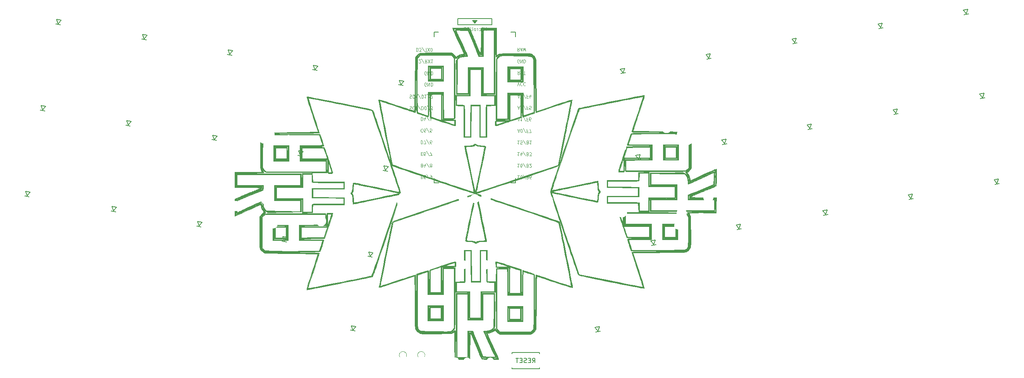
<source format=gbo>
G04 #@! TF.GenerationSoftware,KiCad,Pcbnew,5.1.7*
G04 #@! TF.CreationDate,2020-11-02T13:56:51-05:00*
G04 #@! TF.ProjectId,pcb,7063622e-6b69-4636-9164-5f7063625858,rev?*
G04 #@! TF.SameCoordinates,Original*
G04 #@! TF.FileFunction,Legend,Bot*
G04 #@! TF.FilePolarity,Positive*
%FSLAX46Y46*%
G04 Gerber Fmt 4.6, Leading zero omitted, Abs format (unit mm)*
G04 Created by KiCad (PCBNEW 5.1.7) date 2020-11-02 13:56:51*
%MOMM*%
%LPD*%
G01*
G04 APERTURE LIST*
%ADD10C,0.010000*%
%ADD11C,0.150000*%
%ADD12C,0.120000*%
%ADD13C,0.125000*%
%ADD14C,4.300000*%
%ADD15R,2.000000X2.000000*%
%ADD16C,2.000000*%
%ADD17R,2.000000X3.200000*%
%ADD18C,3.987800*%
%ADD19C,3.048000*%
%ADD20C,1.750000*%
%ADD21C,2.250000*%
%ADD22C,1.397000*%
%ADD23O,1.400000X1.400000*%
%ADD24C,1.400000*%
G04 APERTURE END LIST*
D10*
G36*
X143640517Y-122655623D02*
G01*
X143645558Y-122016128D01*
X143654256Y-121399808D01*
X143665889Y-120836896D01*
X143679741Y-120357625D01*
X143695091Y-119992226D01*
X143708527Y-119796333D01*
X143766020Y-119203666D01*
X143924002Y-119542333D01*
X144225260Y-119542333D01*
X144260197Y-119527188D01*
X144307334Y-119584666D01*
X144378977Y-119739015D01*
X144389407Y-119796333D01*
X144354470Y-119811478D01*
X144307334Y-119754000D01*
X144235690Y-119599651D01*
X144225260Y-119542333D01*
X143924002Y-119542333D01*
X144002994Y-119711666D01*
X144116516Y-119965666D01*
X144392000Y-119965666D01*
X144434334Y-119923333D01*
X144476667Y-119965666D01*
X144434334Y-120008000D01*
X144392000Y-119965666D01*
X144116516Y-119965666D01*
X144129580Y-119994896D01*
X144189506Y-120135000D01*
X144479260Y-120135000D01*
X144514197Y-120119855D01*
X144561334Y-120177333D01*
X144632977Y-120331682D01*
X144643407Y-120389000D01*
X144608470Y-120404145D01*
X144561334Y-120346666D01*
X144489690Y-120192318D01*
X144479260Y-120135000D01*
X144189506Y-120135000D01*
X144295662Y-120383183D01*
X144368539Y-120558333D01*
X144648593Y-120558333D01*
X144683531Y-120543188D01*
X144730667Y-120600666D01*
X144802311Y-120755015D01*
X144812741Y-120812333D01*
X144777803Y-120827478D01*
X144730667Y-120770000D01*
X144659023Y-120615651D01*
X144648593Y-120558333D01*
X144368539Y-120558333D01*
X144479035Y-120823895D01*
X144543015Y-120981666D01*
X144817926Y-120981666D01*
X144852864Y-120966521D01*
X144900000Y-121024000D01*
X144971644Y-121178349D01*
X144982074Y-121235666D01*
X144947136Y-121250812D01*
X144900000Y-121193333D01*
X144828356Y-121038984D01*
X144817926Y-120981666D01*
X144543015Y-120981666D01*
X144646020Y-121235666D01*
X144714139Y-121405000D01*
X144987260Y-121405000D01*
X145022197Y-121389855D01*
X145069334Y-121447333D01*
X145140977Y-121601682D01*
X145151407Y-121659000D01*
X145116470Y-121674145D01*
X145069334Y-121616666D01*
X144997690Y-121462318D01*
X144987260Y-121405000D01*
X144714139Y-121405000D01*
X144884436Y-121828333D01*
X145160001Y-121828333D01*
X145194348Y-121829470D01*
X145277356Y-121948996D01*
X145281000Y-121955333D01*
X145369664Y-122137637D01*
X145402000Y-122251666D01*
X145367653Y-122250530D01*
X145284644Y-122131003D01*
X145281000Y-122124666D01*
X145192336Y-121942363D01*
X145160001Y-121828333D01*
X144884436Y-121828333D01*
X145020161Y-122165721D01*
X145124485Y-122421000D01*
X145410593Y-122421000D01*
X145445531Y-122405855D01*
X145492667Y-122463333D01*
X145564311Y-122617682D01*
X145574741Y-122675000D01*
X145539803Y-122690145D01*
X145492667Y-122632666D01*
X145421023Y-122478318D01*
X145410593Y-122421000D01*
X145124485Y-122421000D01*
X145297489Y-122844333D01*
X145579926Y-122844333D01*
X145614864Y-122829188D01*
X145662000Y-122886666D01*
X145733644Y-123041015D01*
X145744074Y-123098333D01*
X145709136Y-123113478D01*
X145662000Y-123056000D01*
X145590356Y-122901651D01*
X145579926Y-122844333D01*
X145297489Y-122844333D01*
X145347420Y-122966511D01*
X145473131Y-123267666D01*
X145749260Y-123267666D01*
X145784197Y-123252521D01*
X145831334Y-123310000D01*
X145902977Y-123464349D01*
X145913407Y-123521666D01*
X145878470Y-123536812D01*
X145831334Y-123479333D01*
X145759690Y-123324984D01*
X145749260Y-123267666D01*
X145473131Y-123267666D01*
X145625642Y-123633022D01*
X145661609Y-123716545D01*
X145932598Y-123716545D01*
X145938525Y-123682133D01*
X146009894Y-123792810D01*
X146145221Y-124054588D01*
X146153761Y-124072000D01*
X146381667Y-124537666D01*
X147814653Y-124560947D01*
X148313496Y-124564440D01*
X148740952Y-124558505D01*
X149070173Y-124544138D01*
X149274314Y-124522336D01*
X149327061Y-124504806D01*
X149339645Y-124380628D01*
X149268041Y-124138309D01*
X149185242Y-123942127D01*
X149070929Y-123682214D01*
X148993687Y-123486873D01*
X148971277Y-123405602D01*
X149006705Y-123448093D01*
X149091897Y-123603014D01*
X149206540Y-123828642D01*
X149330319Y-124083255D01*
X149442921Y-124325131D01*
X149524030Y-124512547D01*
X149553383Y-124601166D01*
X149474104Y-124620909D01*
X149251393Y-124638150D01*
X148911145Y-124651867D01*
X148479257Y-124661041D01*
X147981624Y-124664649D01*
X147943341Y-124664667D01*
X146330015Y-124664667D01*
X146123008Y-124196586D01*
X145993598Y-123890033D01*
X145932598Y-123716545D01*
X145661609Y-123716545D01*
X145852675Y-124160238D01*
X146026367Y-124543145D01*
X146144563Y-124776728D01*
X146199385Y-124853870D01*
X146309863Y-124872377D01*
X146563320Y-124888814D01*
X146933403Y-124902303D01*
X147393761Y-124911964D01*
X147918044Y-124916918D01*
X148101872Y-124917370D01*
X149906744Y-124918666D01*
X149848883Y-124728166D01*
X149783616Y-124541207D01*
X149674260Y-124268456D01*
X149515705Y-123898382D01*
X149302843Y-123419458D01*
X149030566Y-122820153D01*
X148693765Y-122088938D01*
X148381106Y-121415574D01*
X148129024Y-120870249D01*
X147902436Y-120372642D01*
X147710797Y-119944129D01*
X147563566Y-119606086D01*
X147470200Y-119379889D01*
X147440000Y-119288513D01*
X147519960Y-119213808D01*
X147741484Y-119157470D01*
X147869690Y-119141590D01*
X148300694Y-119041063D01*
X148690857Y-118824364D01*
X149082334Y-118548425D01*
X149256000Y-118756028D01*
X149372395Y-118874262D01*
X149780154Y-118874262D01*
X149796561Y-118874592D01*
X149818587Y-118891056D01*
X150007455Y-118998363D01*
X150203736Y-119074278D01*
X150351019Y-119124705D01*
X150349714Y-119128335D01*
X156814711Y-119128335D01*
X156931413Y-119059326D01*
X156969198Y-119042241D01*
X157172401Y-118915631D01*
X157387554Y-118725833D01*
X157569868Y-118519685D01*
X157674553Y-118344024D01*
X157684667Y-118294059D01*
X157717520Y-118240515D01*
X157735250Y-118252360D01*
X157729990Y-118350588D01*
X157652318Y-118528204D01*
X157629416Y-118568653D01*
X157451717Y-118790740D01*
X157215015Y-118989995D01*
X156976135Y-119124630D01*
X156828007Y-119158019D01*
X156814711Y-119128335D01*
X150349714Y-119128335D01*
X150342724Y-119147776D01*
X150259888Y-119154056D01*
X150069249Y-119102823D01*
X149874739Y-118970833D01*
X149780154Y-118874262D01*
X149372395Y-118874262D01*
X149433092Y-118935917D01*
X149671265Y-119140754D01*
X149761724Y-119210648D01*
X149766480Y-119214186D01*
X151628708Y-119214186D01*
X151679137Y-119209660D01*
X151875189Y-119205808D01*
X152208961Y-119202765D01*
X152672550Y-119200662D01*
X153258052Y-119199633D01*
X153493667Y-119199551D01*
X154122820Y-119200149D01*
X154634822Y-119201875D01*
X155021444Y-119204595D01*
X155274459Y-119208178D01*
X155385639Y-119212489D01*
X155346755Y-119217396D01*
X155149581Y-119222764D01*
X155044334Y-119224682D01*
X154411607Y-119231973D01*
X153684360Y-119234992D01*
X152937351Y-119233738D01*
X152245339Y-119228210D01*
X151996334Y-119224732D01*
X151731806Y-119219254D01*
X151628708Y-119214186D01*
X149766480Y-119214186D01*
X150093782Y-119457666D01*
X153529391Y-119457666D01*
X154381955Y-119457495D01*
X155081912Y-119456412D01*
X155645989Y-119453568D01*
X156090912Y-119448114D01*
X156433409Y-119439199D01*
X156690205Y-119425974D01*
X156878027Y-119407587D01*
X157013602Y-119383190D01*
X157113657Y-119351932D01*
X157194917Y-119312963D01*
X157270729Y-119267536D01*
X157509750Y-119076489D01*
X157747514Y-118822084D01*
X157821063Y-118724508D01*
X158065667Y-118371610D01*
X158131446Y-112569415D01*
X158142992Y-111594073D01*
X158154889Y-110669194D01*
X158166899Y-109808580D01*
X158178784Y-109026032D01*
X158190307Y-108335351D01*
X158201230Y-107750339D01*
X158211316Y-107284797D01*
X158220326Y-106952527D01*
X158228022Y-106767329D01*
X158231985Y-106732460D01*
X158316841Y-106751310D01*
X158546204Y-106818974D01*
X158904072Y-106930316D01*
X159374443Y-107080199D01*
X159941316Y-107263487D01*
X160588687Y-107475046D01*
X161300555Y-107709738D01*
X161976217Y-107934183D01*
X162904887Y-108242839D01*
X163685572Y-108499986D01*
X164330443Y-108709101D01*
X164851671Y-108873666D01*
X165261428Y-108997159D01*
X165571884Y-109083061D01*
X165795210Y-109134851D01*
X165943578Y-109156008D01*
X166029158Y-109150012D01*
X166064121Y-109120343D01*
X166066667Y-109103612D01*
X166050514Y-108992289D01*
X166004008Y-108731612D01*
X165930082Y-108336277D01*
X165831664Y-107820977D01*
X165711687Y-107200408D01*
X165573082Y-106489263D01*
X165418778Y-105702239D01*
X165251707Y-104854029D01*
X165074800Y-103959328D01*
X164890988Y-103032830D01*
X164703201Y-102089231D01*
X164514370Y-101143224D01*
X164327427Y-100209506D01*
X164145301Y-99302769D01*
X163970925Y-98437709D01*
X163807228Y-97629021D01*
X163657142Y-96891399D01*
X163523598Y-96239538D01*
X163409525Y-95688132D01*
X163317856Y-95251876D01*
X163251521Y-94945464D01*
X163213452Y-94783592D01*
X163206141Y-94761607D01*
X163170508Y-94741073D01*
X163085738Y-94704702D01*
X162944736Y-94650056D01*
X162740404Y-94574694D01*
X162465648Y-94476177D01*
X162113373Y-94352066D01*
X161676482Y-94199921D01*
X161147880Y-94017304D01*
X160520472Y-93801775D01*
X159787161Y-93550894D01*
X158940853Y-93262222D01*
X157974452Y-92933320D01*
X156880863Y-92561749D01*
X155652989Y-92145068D01*
X154283735Y-91680839D01*
X152766006Y-91166623D01*
X151631000Y-90782242D01*
X150437581Y-90378416D01*
X149394203Y-90026053D01*
X148490673Y-89721847D01*
X147716802Y-89462493D01*
X147062397Y-89244685D01*
X146517268Y-89065118D01*
X146071222Y-88920487D01*
X145714068Y-88807485D01*
X145435616Y-88722809D01*
X145225673Y-88663152D01*
X145074049Y-88625209D01*
X144970551Y-88605675D01*
X144906246Y-88601197D01*
X144781144Y-88627389D01*
X144527411Y-88696340D01*
X144177535Y-88798705D01*
X143764004Y-88925137D01*
X143587667Y-88980476D01*
X143329305Y-89063886D01*
X142925774Y-89196446D01*
X142392305Y-89373037D01*
X141744131Y-89588539D01*
X140996484Y-89837835D01*
X140164596Y-90115805D01*
X139263700Y-90417329D01*
X138309026Y-90737291D01*
X137315808Y-91070569D01*
X136299278Y-91412046D01*
X135274667Y-91756603D01*
X134257208Y-92099120D01*
X133262133Y-92434479D01*
X132304675Y-92757561D01*
X131400064Y-93063247D01*
X130563534Y-93346418D01*
X129810317Y-93601955D01*
X129155644Y-93824739D01*
X128614748Y-94009652D01*
X128291030Y-94121052D01*
X127830310Y-94284043D01*
X127412961Y-94438689D01*
X127071179Y-94572528D01*
X126837158Y-94673093D01*
X126758746Y-94714276D01*
X126721040Y-94745453D01*
X126683497Y-94795438D01*
X126643764Y-94874733D01*
X126599485Y-94993840D01*
X126548307Y-95163262D01*
X126487874Y-95393499D01*
X126415834Y-95695055D01*
X126329830Y-96078432D01*
X126227509Y-96554131D01*
X126106517Y-97132654D01*
X125964498Y-97824504D01*
X125799100Y-98640182D01*
X125607967Y-99590192D01*
X125388745Y-100685034D01*
X125139079Y-101935211D01*
X125132047Y-101970453D01*
X124918566Y-103042906D01*
X124715681Y-104067231D01*
X124525727Y-105031344D01*
X124351038Y-105923162D01*
X124193946Y-106730600D01*
X124056787Y-107441575D01*
X123941894Y-108044002D01*
X123851601Y-108525798D01*
X123796801Y-108827726D01*
X124045483Y-108827726D01*
X124056860Y-108740863D01*
X124099362Y-108500242D01*
X124170604Y-108118087D01*
X124268206Y-107606626D01*
X124389782Y-106978083D01*
X124532950Y-106244685D01*
X124695327Y-105418657D01*
X124874530Y-104512226D01*
X125068176Y-103537618D01*
X125273881Y-102507058D01*
X125408632Y-101834394D01*
X126803861Y-94879122D01*
X130327431Y-93693262D01*
X131073358Y-93442026D01*
X131951400Y-93145966D01*
X132933304Y-92814624D01*
X133990815Y-92457545D01*
X135095681Y-92084274D01*
X136219649Y-91704355D01*
X137334465Y-91327333D01*
X138411876Y-90962750D01*
X139100334Y-90729656D01*
X140006421Y-90423425D01*
X140867452Y-90133633D01*
X141669664Y-89864835D01*
X142399294Y-89621584D01*
X143042580Y-89408435D01*
X143585759Y-89229941D01*
X144015069Y-89090657D01*
X144316746Y-88995137D01*
X144477028Y-88947934D01*
X144497834Y-88943621D01*
X144623269Y-88970507D01*
X144646000Y-89007559D01*
X144628957Y-89102814D01*
X144580169Y-89346811D01*
X144503146Y-89722670D01*
X144401398Y-90213511D01*
X144278437Y-90802455D01*
X144137771Y-91472622D01*
X143982912Y-92207131D01*
X143849257Y-92838726D01*
X143605397Y-93990303D01*
X143394826Y-94987491D01*
X143215334Y-95841472D01*
X143064712Y-96563428D01*
X142940752Y-97164540D01*
X142841245Y-97655991D01*
X142763982Y-98048963D01*
X142706754Y-98354636D01*
X142667352Y-98584194D01*
X142643568Y-98748818D01*
X142639274Y-98794716D01*
X142896974Y-98794716D01*
X142908110Y-98699621D01*
X142950768Y-98456947D01*
X143021215Y-98084739D01*
X143115720Y-97601042D01*
X143230553Y-97023900D01*
X143361983Y-96371359D01*
X143506278Y-95661464D01*
X143659707Y-94912258D01*
X143818539Y-94141787D01*
X143979043Y-93368095D01*
X144137487Y-92609227D01*
X144290141Y-91883228D01*
X144433274Y-91208143D01*
X144563154Y-90602016D01*
X144676051Y-90082893D01*
X144768233Y-89668817D01*
X144835968Y-89377833D01*
X144874334Y-89231666D01*
X144889261Y-89185246D01*
X144903817Y-89154418D01*
X144920733Y-89150876D01*
X144942742Y-89186317D01*
X144972576Y-89272435D01*
X145012969Y-89420925D01*
X145066652Y-89643483D01*
X145136358Y-89951804D01*
X145224820Y-90357583D01*
X145334771Y-90872515D01*
X145468942Y-91508295D01*
X145630066Y-92276618D01*
X145820877Y-93189180D01*
X146005702Y-94073862D01*
X146182953Y-94923850D01*
X146349834Y-95727154D01*
X146503093Y-96467899D01*
X146639475Y-97130211D01*
X146755724Y-97698215D01*
X146848588Y-98156036D01*
X146914810Y-98487802D01*
X146951138Y-98677637D01*
X146957070Y-98714333D01*
X146952572Y-98791533D01*
X146900501Y-98843611D01*
X146771202Y-98878021D01*
X146535022Y-98902216D01*
X146162308Y-98923650D01*
X146114943Y-98926000D01*
X145693298Y-98953063D01*
X145405548Y-98989591D01*
X145216271Y-99042536D01*
X145090048Y-99118853D01*
X145077776Y-99129622D01*
X144941025Y-99237062D01*
X144841504Y-99228328D01*
X144732220Y-99139072D01*
X144600354Y-99059483D01*
X144389617Y-99003730D01*
X144066657Y-98965203D01*
X143751324Y-98944702D01*
X143301703Y-98910103D01*
X143018471Y-98861845D01*
X142899201Y-98799503D01*
X142896974Y-98794716D01*
X142639274Y-98794716D01*
X142633193Y-98859691D01*
X142634017Y-98927993D01*
X142640537Y-98957700D01*
X142731892Y-99021628D01*
X142959678Y-99069822D01*
X143338141Y-99104923D01*
X143478054Y-99113027D01*
X143910658Y-99145397D01*
X144223147Y-99196103D01*
X144464546Y-99275414D01*
X144612680Y-99350679D01*
X144953461Y-99546807D01*
X145227486Y-99344212D01*
X145373948Y-99250326D01*
X145537080Y-99187591D01*
X145757853Y-99147731D01*
X146077239Y-99122472D01*
X146394245Y-99108570D01*
X147286979Y-99075524D01*
X147250749Y-98852595D01*
X147227117Y-98730510D01*
X147171946Y-98458183D01*
X147088445Y-98051103D01*
X146979821Y-97524758D01*
X146849281Y-96894637D01*
X146700034Y-96176229D01*
X146535286Y-95385021D01*
X146358246Y-94536503D01*
X146210016Y-93827298D01*
X146027670Y-92950674D01*
X145857675Y-92123982D01*
X145702937Y-91361988D01*
X145566361Y-90679459D01*
X145450849Y-90091159D01*
X145359308Y-89611856D01*
X145294641Y-89256314D01*
X145259752Y-89039299D01*
X145255555Y-88974889D01*
X145278414Y-88970024D01*
X145332402Y-88976961D01*
X145425349Y-88998291D01*
X145565082Y-89036602D01*
X145759431Y-89094485D01*
X146016225Y-89174529D01*
X146343292Y-89279322D01*
X146748461Y-89411456D01*
X147239561Y-89573519D01*
X147824421Y-89768101D01*
X148510869Y-89997791D01*
X149306734Y-90265179D01*
X150219846Y-90572854D01*
X151258032Y-90923406D01*
X152429121Y-91319425D01*
X153740943Y-91763499D01*
X155201325Y-92258219D01*
X155991334Y-92525942D01*
X157031010Y-92879382D01*
X158025305Y-93219480D01*
X158962421Y-93542077D01*
X159830554Y-93843015D01*
X160617904Y-94118136D01*
X161312672Y-94363282D01*
X161903055Y-94574293D01*
X162377253Y-94747012D01*
X162723465Y-94877280D01*
X162929890Y-94960939D01*
X162985980Y-94990731D01*
X163020424Y-95096513D01*
X163083481Y-95352203D01*
X163171668Y-95741445D01*
X163281503Y-96247884D01*
X163409503Y-96855163D01*
X163552184Y-97546928D01*
X163706064Y-98306822D01*
X163867659Y-99118490D01*
X163900728Y-99286261D01*
X164085604Y-100225867D01*
X164280351Y-101215778D01*
X164478533Y-102223270D01*
X164673713Y-103215613D01*
X164859455Y-104160083D01*
X165029321Y-105023952D01*
X165176875Y-105774493D01*
X165253630Y-106165000D01*
X165380229Y-106817983D01*
X165492789Y-107415726D01*
X165587868Y-107938563D01*
X165662023Y-108366828D01*
X165711813Y-108680855D01*
X165733795Y-108860979D01*
X165731788Y-108896865D01*
X165643036Y-108875063D01*
X165410021Y-108803788D01*
X165048727Y-108688286D01*
X164575140Y-108533805D01*
X164005243Y-108345592D01*
X163355020Y-108128896D01*
X162640458Y-107888962D01*
X161927645Y-107648031D01*
X161164554Y-107390152D01*
X160448535Y-107149806D01*
X159795942Y-106932367D01*
X159223130Y-106743208D01*
X158746452Y-106587702D01*
X158382263Y-106471224D01*
X158146916Y-106399145D01*
X158058240Y-106376666D01*
X158029127Y-106398023D01*
X158004815Y-106471234D01*
X157984823Y-106610014D01*
X157968669Y-106828075D01*
X157955872Y-107139131D01*
X157945950Y-107556895D01*
X157938421Y-108095080D01*
X157932805Y-108767400D01*
X157928620Y-109587568D01*
X157926701Y-110123166D01*
X157922628Y-111008578D01*
X157916139Y-111929757D01*
X157907616Y-112853714D01*
X157897444Y-113747460D01*
X157886004Y-114578006D01*
X157873682Y-115312361D01*
X157860860Y-115917537D01*
X157858047Y-116028666D01*
X157847181Y-116401074D01*
X157837404Y-116644589D01*
X157828638Y-116755212D01*
X157820807Y-116728944D01*
X157813834Y-116561785D01*
X157807642Y-116249737D01*
X157802154Y-115788800D01*
X157797294Y-115174975D01*
X157792984Y-114404263D01*
X157789149Y-113472665D01*
X157785710Y-112376181D01*
X157785346Y-112242812D01*
X157782166Y-111096409D01*
X157779004Y-110107493D01*
X157775495Y-109264219D01*
X157771273Y-108554739D01*
X157765974Y-107967210D01*
X157759233Y-107489784D01*
X157750685Y-107110617D01*
X157739964Y-106817862D01*
X157726706Y-106599673D01*
X157710546Y-106444205D01*
X157691117Y-106339612D01*
X157668057Y-106274047D01*
X157640999Y-106235667D01*
X157609578Y-106212623D01*
X157599347Y-106206984D01*
X157427607Y-106131473D01*
X157149769Y-106027079D01*
X156800300Y-105904894D01*
X156413669Y-105776006D01*
X156024340Y-105651504D01*
X155666782Y-105542480D01*
X155375460Y-105460022D01*
X155184842Y-105415221D01*
X155129570Y-105412330D01*
X155112233Y-105504582D01*
X155096473Y-105745160D01*
X155082848Y-106113062D01*
X155071916Y-106587282D01*
X155064234Y-107146819D01*
X155060359Y-107770667D01*
X155060000Y-108032663D01*
X155057300Y-108819580D01*
X155049361Y-109473358D01*
X155036431Y-109986422D01*
X155018753Y-110351198D01*
X154996574Y-110560113D01*
X154976523Y-110610000D01*
X154951095Y-110526739D01*
X154928308Y-110282548D01*
X154908492Y-109885815D01*
X154891979Y-109344928D01*
X154879099Y-108668274D01*
X154870689Y-107926627D01*
X154848334Y-105243254D01*
X152266000Y-104373795D01*
X151627778Y-104161234D01*
X151032164Y-103967283D01*
X150500411Y-103798522D01*
X150053773Y-103661530D01*
X149713503Y-103562887D01*
X149500854Y-103509172D01*
X149447124Y-103501168D01*
X149210582Y-103498000D01*
X149255272Y-104598666D01*
X149472000Y-104598666D01*
X149472000Y-104175333D01*
X149484061Y-103933808D01*
X149514896Y-103780534D01*
X149539026Y-103752000D01*
X149639555Y-103777616D01*
X149869532Y-103847947D01*
X150198075Y-103953214D01*
X150594307Y-104083640D01*
X150736689Y-104131218D01*
X151146851Y-104270766D01*
X151497070Y-104393660D01*
X151757122Y-104489011D01*
X151896785Y-104545926D01*
X151911441Y-104554552D01*
X151847772Y-104570009D01*
X151642986Y-104583101D01*
X151325294Y-104592789D01*
X150922905Y-104598032D01*
X150713778Y-104598666D01*
X149472000Y-104598666D01*
X149255272Y-104598666D01*
X149260334Y-104723312D01*
X149599000Y-104783110D01*
X149812956Y-104806250D01*
X150151249Y-104826038D01*
X150568891Y-104840480D01*
X151020892Y-104847585D01*
X151059500Y-104847787D01*
X152181334Y-104852666D01*
X152181334Y-107731333D01*
X152178867Y-108591209D01*
X152171560Y-109305314D01*
X152159551Y-109868947D01*
X152142977Y-110277407D01*
X152136338Y-110356000D01*
X152350667Y-110356000D01*
X152350667Y-107513961D01*
X152351119Y-106744936D01*
X152353059Y-106128792D01*
X152357357Y-105649081D01*
X152364886Y-105289350D01*
X152376517Y-105033149D01*
X152393124Y-104864029D01*
X152415577Y-104765538D01*
X152444750Y-104721227D01*
X152481514Y-104714645D01*
X152498834Y-104718984D01*
X152634330Y-104763354D01*
X152892934Y-104849120D01*
X153237211Y-104963834D01*
X153620667Y-105092016D01*
X154594334Y-105417986D01*
X154616779Y-107886993D01*
X154639225Y-110356000D01*
X152350667Y-110356000D01*
X152136338Y-110356000D01*
X152121978Y-110525992D01*
X152096692Y-110610000D01*
X152096667Y-110610000D01*
X152071223Y-110526159D01*
X152050121Y-110277839D01*
X152033505Y-109869840D01*
X152021518Y-109306963D01*
X152014303Y-108594009D01*
X152012000Y-107773666D01*
X152012000Y-104937333D01*
X150709542Y-104937333D01*
X150214411Y-104938171D01*
X149862694Y-104943118D01*
X149628474Y-104955821D01*
X149485833Y-104979927D01*
X149408851Y-105019086D01*
X149371611Y-105076945D01*
X149356031Y-105127833D01*
X149345787Y-105250556D01*
X149336896Y-105526244D01*
X149329328Y-105938536D01*
X149323053Y-106471070D01*
X149318041Y-107107484D01*
X149314264Y-107831416D01*
X149311691Y-108626503D01*
X149310292Y-109476385D01*
X149310038Y-110364698D01*
X149310899Y-111275082D01*
X149312845Y-112191174D01*
X149315847Y-113096612D01*
X149319875Y-113975034D01*
X149324899Y-114810078D01*
X149330890Y-115585383D01*
X149337818Y-116284586D01*
X149345652Y-116891326D01*
X149354364Y-117389239D01*
X149363924Y-117761966D01*
X149374302Y-117993142D01*
X149379488Y-118048483D01*
X149399969Y-118201787D01*
X149556667Y-118201787D01*
X149556667Y-105106666D01*
X151731748Y-105106666D01*
X151787208Y-106263053D01*
X151805255Y-106733530D01*
X151820846Y-107319809D01*
X151832952Y-107968362D01*
X151840539Y-108625666D01*
X151842667Y-109141720D01*
X151842667Y-110864000D01*
X155229334Y-110864000D01*
X155229334Y-108281666D01*
X155231409Y-107639890D01*
X155237288Y-107056266D01*
X155246443Y-106551321D01*
X155258353Y-106145578D01*
X155272491Y-105859561D01*
X155288334Y-105713796D01*
X155295316Y-105699333D01*
X155395762Y-105724864D01*
X155625200Y-105794858D01*
X155952253Y-105899415D01*
X156345544Y-106028635D01*
X156459483Y-106066624D01*
X157557667Y-106433914D01*
X157584056Y-110532790D01*
X157588303Y-111429756D01*
X157589800Y-112340532D01*
X157588689Y-113237694D01*
X157585113Y-114093813D01*
X157579218Y-114881465D01*
X157571145Y-115573223D01*
X157561039Y-116141662D01*
X157553111Y-116442746D01*
X157495777Y-118253826D01*
X157215728Y-118559413D01*
X156935678Y-118865000D01*
X150129969Y-118865000D01*
X149843318Y-118533394D01*
X149556667Y-118201787D01*
X149399969Y-118201787D01*
X149413764Y-118305033D01*
X149415790Y-118417172D01*
X149377838Y-118408037D01*
X149294300Y-118303574D01*
X149144653Y-118105182D01*
X148927326Y-118309350D01*
X148779981Y-118438178D01*
X148723324Y-118455619D01*
X148756953Y-118351559D01*
X148880463Y-118115880D01*
X148916975Y-118050164D01*
X149123950Y-117679666D01*
X149072836Y-114017833D01*
X149021723Y-110356000D01*
X146342840Y-110356000D01*
X146293292Y-113785000D01*
X146273979Y-111985833D01*
X146254667Y-110186666D01*
X147738723Y-110186666D01*
X149222779Y-110186667D01*
X149175667Y-107858333D01*
X148307834Y-107834205D01*
X147440000Y-107810076D01*
X147440000Y-100958000D01*
X145833254Y-100958000D01*
X145789000Y-107773666D01*
X144011000Y-107773666D01*
X143966746Y-100958000D01*
X142360000Y-100958000D01*
X142360000Y-107794215D01*
X140497334Y-107914939D01*
X140497334Y-110017333D01*
X140751334Y-110017333D01*
X140751334Y-108070000D01*
X142508167Y-108070000D01*
X142561084Y-107805416D01*
X142573039Y-107662547D01*
X142584050Y-107370845D01*
X142593803Y-106950809D01*
X142601986Y-106422938D01*
X142608286Y-105807732D01*
X142612392Y-105125690D01*
X142613990Y-104397310D01*
X142614000Y-104334083D01*
X142614000Y-101127333D01*
X143797434Y-101127333D01*
X143819550Y-104577500D01*
X143841667Y-108027666D01*
X145958334Y-108027666D01*
X145980450Y-104577500D01*
X146002566Y-101127333D01*
X147186000Y-101127333D01*
X147194440Y-104365833D01*
X147197834Y-105098099D01*
X147203856Y-105783453D01*
X147212115Y-106401934D01*
X147222223Y-106933585D01*
X147233793Y-107358445D01*
X147246436Y-107656556D01*
X147259764Y-107807959D01*
X147261575Y-107816000D01*
X147296703Y-107913600D01*
X147359170Y-107976685D01*
X147482649Y-108014275D01*
X147700816Y-108035392D01*
X148047344Y-108049056D01*
X148142135Y-108051899D01*
X148964000Y-108076132D01*
X148964000Y-110017333D01*
X146000667Y-110017333D01*
X146000667Y-115774666D01*
X143630000Y-115774666D01*
X143630000Y-110017333D01*
X140751334Y-110017333D01*
X140497334Y-110017333D01*
X140497334Y-110186666D01*
X141238167Y-110187174D01*
X141697675Y-110194619D01*
X142205623Y-110213712D01*
X142656107Y-110240417D01*
X142677500Y-110242056D01*
X143376000Y-110296431D01*
X143345478Y-111160333D01*
X143313767Y-110758166D01*
X143282056Y-110356000D01*
X140581033Y-110356000D01*
X140602683Y-117446833D01*
X140623946Y-124410666D01*
X140836000Y-124410666D01*
X140836000Y-110610000D01*
X143122000Y-110610000D01*
X143122000Y-116028666D01*
X143376000Y-116028666D01*
X143413712Y-113277000D01*
X143439311Y-114604889D01*
X143449848Y-115105565D01*
X143461706Y-115462290D01*
X143478862Y-115700424D01*
X143505294Y-115845329D01*
X143544980Y-115922365D01*
X143601898Y-115956894D01*
X143632603Y-115964242D01*
X146037388Y-115964242D01*
X146120611Y-115950684D01*
X146230425Y-115966251D01*
X146231736Y-115995153D01*
X146118419Y-116015364D01*
X146069459Y-116001837D01*
X146037388Y-115964242D01*
X143632603Y-115964242D01*
X143653288Y-115969192D01*
X143761815Y-115995846D01*
X143713971Y-116010525D01*
X143608834Y-116017136D01*
X143376000Y-116028666D01*
X143122000Y-116028666D01*
X143122000Y-116282666D01*
X146508667Y-116282666D01*
X146508667Y-110610000D01*
X148888261Y-110610000D01*
X148831152Y-114271833D01*
X148774044Y-117933666D01*
X148517973Y-118204473D01*
X148172913Y-118448392D01*
X147688119Y-118597851D01*
X147063109Y-118652991D01*
X147003321Y-118653333D01*
X146752058Y-118657646D01*
X146632589Y-118686307D01*
X146607378Y-118762900D01*
X146632729Y-118886166D01*
X146659079Y-118957817D01*
X146965454Y-118957817D01*
X146966814Y-118938732D01*
X147076423Y-118861636D01*
X147337146Y-118823700D01*
X147500843Y-118818848D01*
X147822049Y-118796220D01*
X148114083Y-118742380D01*
X148244334Y-118698724D01*
X148437038Y-118611051D01*
X148520655Y-118579128D01*
X148540508Y-118589205D01*
X148540667Y-118608826D01*
X148465863Y-118692244D01*
X148277037Y-118782348D01*
X148027570Y-118860320D01*
X147770841Y-118907340D01*
X147677038Y-118913284D01*
X147384520Y-118922994D01*
X147199812Y-118957792D01*
X147115479Y-119043289D01*
X147124083Y-119205095D01*
X147218190Y-119468822D01*
X147390363Y-119860080D01*
X147397524Y-119875981D01*
X147548154Y-120218241D01*
X147664958Y-120498729D01*
X147734814Y-120684902D01*
X147747775Y-120744448D01*
X147697775Y-120693715D01*
X147602759Y-120521157D01*
X147478409Y-120263029D01*
X147340405Y-119955589D01*
X147204426Y-119635091D01*
X147086155Y-119337792D01*
X147001270Y-119099949D01*
X146965454Y-118957817D01*
X146659079Y-118957817D01*
X146682451Y-119021366D01*
X146793471Y-119286282D01*
X146955074Y-119657372D01*
X147156546Y-120111096D01*
X147387170Y-120623912D01*
X147511204Y-120897000D01*
X147778667Y-120897000D01*
X147821000Y-120854666D01*
X147863334Y-120897000D01*
X147821000Y-120939333D01*
X147778667Y-120897000D01*
X147511204Y-120897000D01*
X147588113Y-121066333D01*
X147870985Y-121066333D01*
X147905739Y-121084113D01*
X147995081Y-121220222D01*
X148075000Y-121362666D01*
X148192334Y-121597297D01*
X148266093Y-121774620D01*
X148279015Y-121828333D01*
X148244262Y-121810554D01*
X148154919Y-121674444D01*
X148075000Y-121532000D01*
X147957666Y-121297370D01*
X147883907Y-121120046D01*
X147870985Y-121066333D01*
X147588113Y-121066333D01*
X147636233Y-121172278D01*
X147893019Y-121732653D01*
X148015565Y-121997666D01*
X148286667Y-121997666D01*
X148329000Y-121955333D01*
X148371334Y-121997666D01*
X148329000Y-122040000D01*
X148286667Y-121997666D01*
X148015565Y-121997666D01*
X148093868Y-122167000D01*
X148371334Y-122167000D01*
X148413667Y-122124666D01*
X148456000Y-122167000D01*
X148413667Y-122209333D01*
X148371334Y-122167000D01*
X148093868Y-122167000D01*
X148146813Y-122281495D01*
X148172439Y-122336333D01*
X148463652Y-122336333D01*
X148498405Y-122354113D01*
X148587748Y-122490222D01*
X148667667Y-122632666D01*
X148785001Y-122867297D01*
X148858760Y-123044620D01*
X148871682Y-123098333D01*
X148836928Y-123080554D01*
X148747586Y-122944444D01*
X148667667Y-122802000D01*
X148550333Y-122567370D01*
X148476574Y-122390046D01*
X148463652Y-122336333D01*
X148172439Y-122336333D01*
X148386901Y-122795263D01*
X148602566Y-123250417D01*
X148610914Y-123267666D01*
X148879334Y-123267666D01*
X148921667Y-123225333D01*
X148964000Y-123267666D01*
X148921667Y-123310000D01*
X148879334Y-123267666D01*
X148610914Y-123267666D01*
X148783095Y-123623413D01*
X148852523Y-123763177D01*
X148986959Y-124042281D01*
X149079441Y-124257218D01*
X149113513Y-124369090D01*
X149111707Y-124375849D01*
X149020311Y-124383223D01*
X148789784Y-124382107D01*
X148450077Y-124373176D01*
X148031145Y-124357105D01*
X147788894Y-124346005D01*
X146498576Y-124283666D01*
X145361363Y-121489666D01*
X145098887Y-120844270D01*
X144857755Y-120250349D01*
X144645148Y-119725666D01*
X144468244Y-119287981D01*
X144334224Y-118955056D01*
X144250267Y-118744652D01*
X144223408Y-118674500D01*
X144145755Y-118663717D01*
X143943312Y-118656093D01*
X143672334Y-118653333D01*
X143122000Y-118653333D01*
X143122000Y-124410666D01*
X140836000Y-124410666D01*
X140623946Y-124410666D01*
X140624334Y-124537666D01*
X141628816Y-124635083D01*
X142571667Y-124635083D01*
X142920218Y-124603224D01*
X143268769Y-124571366D01*
X143321649Y-124131183D01*
X143335462Y-123931945D01*
X143347982Y-123589922D01*
X143358714Y-123131662D01*
X143367161Y-122583711D01*
X143372829Y-121972615D01*
X143375223Y-121324923D01*
X143375264Y-121256833D01*
X143376000Y-118822666D01*
X143608834Y-118823963D01*
X143815749Y-118846231D01*
X143934825Y-118887463D01*
X144047919Y-119012926D01*
X144158620Y-119200953D01*
X144217934Y-119365227D01*
X144219277Y-119388600D01*
X144183260Y-119373303D01*
X144099964Y-119243734D01*
X144089573Y-119224833D01*
X143936414Y-119043885D01*
X143714343Y-118992003D01*
X143711963Y-118992000D01*
X143460667Y-118992000D01*
X143460667Y-121307913D01*
X143458665Y-121948500D01*
X143453027Y-122560867D01*
X143444303Y-123116353D01*
X143433041Y-123586293D01*
X143419792Y-123942026D01*
X143406272Y-124144247D01*
X143351878Y-124664666D01*
X142961772Y-124649875D01*
X142571667Y-124635083D01*
X141628816Y-124635083D01*
X141640334Y-124636200D01*
X140497334Y-124664666D01*
X140496037Y-121680166D01*
X140493659Y-120982062D01*
X140487481Y-120335228D01*
X140477999Y-119759786D01*
X140465710Y-119275854D01*
X140451112Y-118903554D01*
X140434701Y-118663005D01*
X140419375Y-118576622D01*
X140349029Y-118524471D01*
X140229839Y-118558805D01*
X140026052Y-118691700D01*
X139980659Y-118724788D01*
X139761970Y-118875264D01*
X139594094Y-118972182D01*
X139536800Y-118992000D01*
X139546956Y-118951357D01*
X139668466Y-118849358D01*
X139736194Y-118801500D01*
X139973836Y-118608028D01*
X140178337Y-118391506D01*
X140193215Y-118372015D01*
X140225561Y-118325861D01*
X140253754Y-118272987D01*
X140278127Y-118201993D01*
X140299011Y-118101479D01*
X140316738Y-117960045D01*
X140331637Y-117766291D01*
X140344041Y-117508819D01*
X140354282Y-117176227D01*
X140362689Y-116757116D01*
X140369596Y-116240086D01*
X140375332Y-115613738D01*
X140380229Y-114866671D01*
X140384619Y-113987486D01*
X140388832Y-112964783D01*
X140393201Y-111787162D01*
X140394424Y-111448403D01*
X140418515Y-104763777D01*
X139039757Y-104787055D01*
X137661000Y-104810333D01*
X137616384Y-110440667D01*
X136135859Y-110440666D01*
X134655334Y-110440666D01*
X134655334Y-107943000D01*
X134655048Y-107228106D01*
X134653351Y-106664550D01*
X134648987Y-106234336D01*
X134640696Y-105919470D01*
X134627221Y-105701954D01*
X134607304Y-105563794D01*
X134579687Y-105486995D01*
X134543111Y-105453561D01*
X134496320Y-105445496D01*
X134480740Y-105445333D01*
X134340431Y-105470836D01*
X134073493Y-105540929D01*
X133713718Y-105645993D01*
X133294898Y-105776407D01*
X133126073Y-105831009D01*
X131946000Y-106216684D01*
X131945445Y-106434483D01*
X132157667Y-106434483D01*
X133131334Y-106108264D01*
X133523161Y-105977191D01*
X133865918Y-105862914D01*
X134122173Y-105777886D01*
X134253167Y-105734984D01*
X134295609Y-105730566D01*
X134329096Y-105758993D01*
X134354683Y-105837737D01*
X134373424Y-105984273D01*
X134386372Y-106216076D01*
X134394582Y-106550619D01*
X134399107Y-107005377D01*
X134401003Y-107597824D01*
X134401334Y-108191294D01*
X134401334Y-110694666D01*
X137872667Y-110694666D01*
X137872667Y-105022000D01*
X140158667Y-105022000D01*
X140158667Y-117982857D01*
X139969415Y-118238833D01*
X139760506Y-118465418D01*
X139520257Y-118655425D01*
X139516187Y-118657956D01*
X139441362Y-118699945D01*
X139355281Y-118733600D01*
X139240583Y-118759477D01*
X139079907Y-118778134D01*
X138855892Y-118790130D01*
X138551178Y-118796022D01*
X138148402Y-118796367D01*
X137630204Y-118791723D01*
X136979222Y-118782649D01*
X136178096Y-118769703D01*
X136085939Y-118768164D01*
X135230191Y-118753486D01*
X134527134Y-118739128D01*
X133960148Y-118722579D01*
X133512615Y-118701327D01*
X133167915Y-118672859D01*
X132909430Y-118634664D01*
X132720541Y-118584228D01*
X132584628Y-118519039D01*
X132485073Y-118436586D01*
X132405256Y-118334356D01*
X132328559Y-118209837D01*
X132322289Y-118199224D01*
X132291897Y-118140139D01*
X132265734Y-118065059D01*
X132243471Y-117961607D01*
X132224781Y-117817403D01*
X132209333Y-117620069D01*
X132196800Y-117357226D01*
X132186853Y-117016496D01*
X132179162Y-116585500D01*
X132173401Y-116051860D01*
X132169239Y-115403198D01*
X132166349Y-114627133D01*
X132164402Y-113711289D01*
X132163068Y-112643286D01*
X132162646Y-112185941D01*
X132157667Y-106434483D01*
X131945445Y-106434483D01*
X131931071Y-112075175D01*
X131916141Y-117933666D01*
X131837488Y-112176333D01*
X131823735Y-111204823D01*
X131809762Y-110283792D01*
X131795840Y-109427099D01*
X131782238Y-108648605D01*
X131769225Y-107962167D01*
X131757072Y-107381645D01*
X131746048Y-106920898D01*
X131736424Y-106593785D01*
X131728467Y-106414165D01*
X131724753Y-106383057D01*
X131640034Y-106401589D01*
X131410490Y-106468673D01*
X131051928Y-106579272D01*
X130580151Y-106728353D01*
X130010968Y-106910880D01*
X129360183Y-107121819D01*
X128643603Y-107356135D01*
X127884117Y-107606450D01*
X127118021Y-107858904D01*
X126402125Y-108092894D01*
X125752224Y-108303393D01*
X125184111Y-108485377D01*
X124713581Y-108633820D01*
X124356429Y-108743698D01*
X124128448Y-108809985D01*
X124045483Y-108827726D01*
X123796801Y-108827726D01*
X123788242Y-108874879D01*
X123754150Y-109079161D01*
X123749225Y-109130114D01*
X123804488Y-109137420D01*
X123935290Y-109115568D01*
X124151694Y-109061444D01*
X124463765Y-108971939D01*
X124881568Y-108843941D01*
X125415167Y-108674339D01*
X126074627Y-108460021D01*
X126870013Y-108197877D01*
X127811389Y-107884795D01*
X128228211Y-107745559D01*
X131495422Y-106653062D01*
X131551378Y-110338756D01*
X131563851Y-111211314D01*
X131575357Y-112114453D01*
X131585579Y-113015849D01*
X131594199Y-113883181D01*
X131600901Y-114684126D01*
X131605369Y-115386362D01*
X131607284Y-115957566D01*
X131607334Y-116045931D01*
X131608455Y-116693151D01*
X131612890Y-117194337D01*
X131622246Y-117572779D01*
X131638128Y-117851769D01*
X131662143Y-118054597D01*
X131695898Y-118204553D01*
X131707497Y-118235512D01*
X131966759Y-118235512D01*
X131978340Y-118230000D01*
X132055605Y-118289603D01*
X132073000Y-118314666D01*
X132094575Y-118393821D01*
X132082994Y-118399333D01*
X132005728Y-118339730D01*
X131988334Y-118314666D01*
X131966759Y-118235512D01*
X131707497Y-118235512D01*
X131740999Y-118324930D01*
X131768427Y-118381539D01*
X131840030Y-118484000D01*
X132131422Y-118484000D01*
X132213080Y-118539640D01*
X132327000Y-118653333D01*
X132424777Y-118775983D01*
X132437911Y-118822666D01*
X132356253Y-118767026D01*
X132242334Y-118653333D01*
X132144556Y-118530683D01*
X132131422Y-118484000D01*
X131840030Y-118484000D01*
X132065618Y-118806806D01*
X132103154Y-118836059D01*
X132540825Y-118836059D01*
X132602127Y-118861216D01*
X132623334Y-118873746D01*
X132733654Y-118891630D01*
X132994342Y-118910381D01*
X133386439Y-118929328D01*
X133890985Y-118947799D01*
X134489022Y-118965123D01*
X135161591Y-118980629D01*
X135889733Y-118993645D01*
X136094667Y-118996663D01*
X139439000Y-119043660D01*
X136077642Y-119038997D01*
X135209213Y-119036881D01*
X134495458Y-119032826D01*
X133921725Y-119026314D01*
X133473361Y-119016825D01*
X133135713Y-119003840D01*
X132894128Y-118986840D01*
X132733953Y-118965307D01*
X132640536Y-118938722D01*
X132606308Y-118916079D01*
X132540825Y-118836059D01*
X132103154Y-118836059D01*
X132478974Y-119128939D01*
X132608101Y-119199005D01*
X132693185Y-119234950D01*
X132803077Y-119264005D01*
X132954468Y-119286702D01*
X133164046Y-119303570D01*
X133448502Y-119315141D01*
X133824526Y-119321945D01*
X134308808Y-119324512D01*
X134918038Y-119323374D01*
X135668905Y-119319060D01*
X136248767Y-119314743D01*
X137091842Y-119307872D01*
X137782610Y-119301141D01*
X138338091Y-119293563D01*
X138775308Y-119284149D01*
X139111282Y-119271911D01*
X139363035Y-119255860D01*
X139547589Y-119235009D01*
X139681965Y-119208369D01*
X139783186Y-119174951D01*
X139868272Y-119133769D01*
X139924754Y-119101325D01*
X140241175Y-118914318D01*
X140263421Y-121895325D01*
X140285667Y-124876333D01*
X141957834Y-124899290D01*
X143630000Y-124922245D01*
X143640517Y-122655623D01*
G37*
X143640517Y-122655623D02*
X143645558Y-122016128D01*
X143654256Y-121399808D01*
X143665889Y-120836896D01*
X143679741Y-120357625D01*
X143695091Y-119992226D01*
X143708527Y-119796333D01*
X143766020Y-119203666D01*
X143924002Y-119542333D01*
X144225260Y-119542333D01*
X144260197Y-119527188D01*
X144307334Y-119584666D01*
X144378977Y-119739015D01*
X144389407Y-119796333D01*
X144354470Y-119811478D01*
X144307334Y-119754000D01*
X144235690Y-119599651D01*
X144225260Y-119542333D01*
X143924002Y-119542333D01*
X144002994Y-119711666D01*
X144116516Y-119965666D01*
X144392000Y-119965666D01*
X144434334Y-119923333D01*
X144476667Y-119965666D01*
X144434334Y-120008000D01*
X144392000Y-119965666D01*
X144116516Y-119965666D01*
X144129580Y-119994896D01*
X144189506Y-120135000D01*
X144479260Y-120135000D01*
X144514197Y-120119855D01*
X144561334Y-120177333D01*
X144632977Y-120331682D01*
X144643407Y-120389000D01*
X144608470Y-120404145D01*
X144561334Y-120346666D01*
X144489690Y-120192318D01*
X144479260Y-120135000D01*
X144189506Y-120135000D01*
X144295662Y-120383183D01*
X144368539Y-120558333D01*
X144648593Y-120558333D01*
X144683531Y-120543188D01*
X144730667Y-120600666D01*
X144802311Y-120755015D01*
X144812741Y-120812333D01*
X144777803Y-120827478D01*
X144730667Y-120770000D01*
X144659023Y-120615651D01*
X144648593Y-120558333D01*
X144368539Y-120558333D01*
X144479035Y-120823895D01*
X144543015Y-120981666D01*
X144817926Y-120981666D01*
X144852864Y-120966521D01*
X144900000Y-121024000D01*
X144971644Y-121178349D01*
X144982074Y-121235666D01*
X144947136Y-121250812D01*
X144900000Y-121193333D01*
X144828356Y-121038984D01*
X144817926Y-120981666D01*
X144543015Y-120981666D01*
X144646020Y-121235666D01*
X144714139Y-121405000D01*
X144987260Y-121405000D01*
X145022197Y-121389855D01*
X145069334Y-121447333D01*
X145140977Y-121601682D01*
X145151407Y-121659000D01*
X145116470Y-121674145D01*
X145069334Y-121616666D01*
X144997690Y-121462318D01*
X144987260Y-121405000D01*
X144714139Y-121405000D01*
X144884436Y-121828333D01*
X145160001Y-121828333D01*
X145194348Y-121829470D01*
X145277356Y-121948996D01*
X145281000Y-121955333D01*
X145369664Y-122137637D01*
X145402000Y-122251666D01*
X145367653Y-122250530D01*
X145284644Y-122131003D01*
X145281000Y-122124666D01*
X145192336Y-121942363D01*
X145160001Y-121828333D01*
X144884436Y-121828333D01*
X145020161Y-122165721D01*
X145124485Y-122421000D01*
X145410593Y-122421000D01*
X145445531Y-122405855D01*
X145492667Y-122463333D01*
X145564311Y-122617682D01*
X145574741Y-122675000D01*
X145539803Y-122690145D01*
X145492667Y-122632666D01*
X145421023Y-122478318D01*
X145410593Y-122421000D01*
X145124485Y-122421000D01*
X145297489Y-122844333D01*
X145579926Y-122844333D01*
X145614864Y-122829188D01*
X145662000Y-122886666D01*
X145733644Y-123041015D01*
X145744074Y-123098333D01*
X145709136Y-123113478D01*
X145662000Y-123056000D01*
X145590356Y-122901651D01*
X145579926Y-122844333D01*
X145297489Y-122844333D01*
X145347420Y-122966511D01*
X145473131Y-123267666D01*
X145749260Y-123267666D01*
X145784197Y-123252521D01*
X145831334Y-123310000D01*
X145902977Y-123464349D01*
X145913407Y-123521666D01*
X145878470Y-123536812D01*
X145831334Y-123479333D01*
X145759690Y-123324984D01*
X145749260Y-123267666D01*
X145473131Y-123267666D01*
X145625642Y-123633022D01*
X145661609Y-123716545D01*
X145932598Y-123716545D01*
X145938525Y-123682133D01*
X146009894Y-123792810D01*
X146145221Y-124054588D01*
X146153761Y-124072000D01*
X146381667Y-124537666D01*
X147814653Y-124560947D01*
X148313496Y-124564440D01*
X148740952Y-124558505D01*
X149070173Y-124544138D01*
X149274314Y-124522336D01*
X149327061Y-124504806D01*
X149339645Y-124380628D01*
X149268041Y-124138309D01*
X149185242Y-123942127D01*
X149070929Y-123682214D01*
X148993687Y-123486873D01*
X148971277Y-123405602D01*
X149006705Y-123448093D01*
X149091897Y-123603014D01*
X149206540Y-123828642D01*
X149330319Y-124083255D01*
X149442921Y-124325131D01*
X149524030Y-124512547D01*
X149553383Y-124601166D01*
X149474104Y-124620909D01*
X149251393Y-124638150D01*
X148911145Y-124651867D01*
X148479257Y-124661041D01*
X147981624Y-124664649D01*
X147943341Y-124664667D01*
X146330015Y-124664667D01*
X146123008Y-124196586D01*
X145993598Y-123890033D01*
X145932598Y-123716545D01*
X145661609Y-123716545D01*
X145852675Y-124160238D01*
X146026367Y-124543145D01*
X146144563Y-124776728D01*
X146199385Y-124853870D01*
X146309863Y-124872377D01*
X146563320Y-124888814D01*
X146933403Y-124902303D01*
X147393761Y-124911964D01*
X147918044Y-124916918D01*
X148101872Y-124917370D01*
X149906744Y-124918666D01*
X149848883Y-124728166D01*
X149783616Y-124541207D01*
X149674260Y-124268456D01*
X149515705Y-123898382D01*
X149302843Y-123419458D01*
X149030566Y-122820153D01*
X148693765Y-122088938D01*
X148381106Y-121415574D01*
X148129024Y-120870249D01*
X147902436Y-120372642D01*
X147710797Y-119944129D01*
X147563566Y-119606086D01*
X147470200Y-119379889D01*
X147440000Y-119288513D01*
X147519960Y-119213808D01*
X147741484Y-119157470D01*
X147869690Y-119141590D01*
X148300694Y-119041063D01*
X148690857Y-118824364D01*
X149082334Y-118548425D01*
X149256000Y-118756028D01*
X149372395Y-118874262D01*
X149780154Y-118874262D01*
X149796561Y-118874592D01*
X149818587Y-118891056D01*
X150007455Y-118998363D01*
X150203736Y-119074278D01*
X150351019Y-119124705D01*
X150349714Y-119128335D01*
X156814711Y-119128335D01*
X156931413Y-119059326D01*
X156969198Y-119042241D01*
X157172401Y-118915631D01*
X157387554Y-118725833D01*
X157569868Y-118519685D01*
X157674553Y-118344024D01*
X157684667Y-118294059D01*
X157717520Y-118240515D01*
X157735250Y-118252360D01*
X157729990Y-118350588D01*
X157652318Y-118528204D01*
X157629416Y-118568653D01*
X157451717Y-118790740D01*
X157215015Y-118989995D01*
X156976135Y-119124630D01*
X156828007Y-119158019D01*
X156814711Y-119128335D01*
X150349714Y-119128335D01*
X150342724Y-119147776D01*
X150259888Y-119154056D01*
X150069249Y-119102823D01*
X149874739Y-118970833D01*
X149780154Y-118874262D01*
X149372395Y-118874262D01*
X149433092Y-118935917D01*
X149671265Y-119140754D01*
X149761724Y-119210648D01*
X149766480Y-119214186D01*
X151628708Y-119214186D01*
X151679137Y-119209660D01*
X151875189Y-119205808D01*
X152208961Y-119202765D01*
X152672550Y-119200662D01*
X153258052Y-119199633D01*
X153493667Y-119199551D01*
X154122820Y-119200149D01*
X154634822Y-119201875D01*
X155021444Y-119204595D01*
X155274459Y-119208178D01*
X155385639Y-119212489D01*
X155346755Y-119217396D01*
X155149581Y-119222764D01*
X155044334Y-119224682D01*
X154411607Y-119231973D01*
X153684360Y-119234992D01*
X152937351Y-119233738D01*
X152245339Y-119228210D01*
X151996334Y-119224732D01*
X151731806Y-119219254D01*
X151628708Y-119214186D01*
X149766480Y-119214186D01*
X150093782Y-119457666D01*
X153529391Y-119457666D01*
X154381955Y-119457495D01*
X155081912Y-119456412D01*
X155645989Y-119453568D01*
X156090912Y-119448114D01*
X156433409Y-119439199D01*
X156690205Y-119425974D01*
X156878027Y-119407587D01*
X157013602Y-119383190D01*
X157113657Y-119351932D01*
X157194917Y-119312963D01*
X157270729Y-119267536D01*
X157509750Y-119076489D01*
X157747514Y-118822084D01*
X157821063Y-118724508D01*
X158065667Y-118371610D01*
X158131446Y-112569415D01*
X158142992Y-111594073D01*
X158154889Y-110669194D01*
X158166899Y-109808580D01*
X158178784Y-109026032D01*
X158190307Y-108335351D01*
X158201230Y-107750339D01*
X158211316Y-107284797D01*
X158220326Y-106952527D01*
X158228022Y-106767329D01*
X158231985Y-106732460D01*
X158316841Y-106751310D01*
X158546204Y-106818974D01*
X158904072Y-106930316D01*
X159374443Y-107080199D01*
X159941316Y-107263487D01*
X160588687Y-107475046D01*
X161300555Y-107709738D01*
X161976217Y-107934183D01*
X162904887Y-108242839D01*
X163685572Y-108499986D01*
X164330443Y-108709101D01*
X164851671Y-108873666D01*
X165261428Y-108997159D01*
X165571884Y-109083061D01*
X165795210Y-109134851D01*
X165943578Y-109156008D01*
X166029158Y-109150012D01*
X166064121Y-109120343D01*
X166066667Y-109103612D01*
X166050514Y-108992289D01*
X166004008Y-108731612D01*
X165930082Y-108336277D01*
X165831664Y-107820977D01*
X165711687Y-107200408D01*
X165573082Y-106489263D01*
X165418778Y-105702239D01*
X165251707Y-104854029D01*
X165074800Y-103959328D01*
X164890988Y-103032830D01*
X164703201Y-102089231D01*
X164514370Y-101143224D01*
X164327427Y-100209506D01*
X164145301Y-99302769D01*
X163970925Y-98437709D01*
X163807228Y-97629021D01*
X163657142Y-96891399D01*
X163523598Y-96239538D01*
X163409525Y-95688132D01*
X163317856Y-95251876D01*
X163251521Y-94945464D01*
X163213452Y-94783592D01*
X163206141Y-94761607D01*
X163170508Y-94741073D01*
X163085738Y-94704702D01*
X162944736Y-94650056D01*
X162740404Y-94574694D01*
X162465648Y-94476177D01*
X162113373Y-94352066D01*
X161676482Y-94199921D01*
X161147880Y-94017304D01*
X160520472Y-93801775D01*
X159787161Y-93550894D01*
X158940853Y-93262222D01*
X157974452Y-92933320D01*
X156880863Y-92561749D01*
X155652989Y-92145068D01*
X154283735Y-91680839D01*
X152766006Y-91166623D01*
X151631000Y-90782242D01*
X150437581Y-90378416D01*
X149394203Y-90026053D01*
X148490673Y-89721847D01*
X147716802Y-89462493D01*
X147062397Y-89244685D01*
X146517268Y-89065118D01*
X146071222Y-88920487D01*
X145714068Y-88807485D01*
X145435616Y-88722809D01*
X145225673Y-88663152D01*
X145074049Y-88625209D01*
X144970551Y-88605675D01*
X144906246Y-88601197D01*
X144781144Y-88627389D01*
X144527411Y-88696340D01*
X144177535Y-88798705D01*
X143764004Y-88925137D01*
X143587667Y-88980476D01*
X143329305Y-89063886D01*
X142925774Y-89196446D01*
X142392305Y-89373037D01*
X141744131Y-89588539D01*
X140996484Y-89837835D01*
X140164596Y-90115805D01*
X139263700Y-90417329D01*
X138309026Y-90737291D01*
X137315808Y-91070569D01*
X136299278Y-91412046D01*
X135274667Y-91756603D01*
X134257208Y-92099120D01*
X133262133Y-92434479D01*
X132304675Y-92757561D01*
X131400064Y-93063247D01*
X130563534Y-93346418D01*
X129810317Y-93601955D01*
X129155644Y-93824739D01*
X128614748Y-94009652D01*
X128291030Y-94121052D01*
X127830310Y-94284043D01*
X127412961Y-94438689D01*
X127071179Y-94572528D01*
X126837158Y-94673093D01*
X126758746Y-94714276D01*
X126721040Y-94745453D01*
X126683497Y-94795438D01*
X126643764Y-94874733D01*
X126599485Y-94993840D01*
X126548307Y-95163262D01*
X126487874Y-95393499D01*
X126415834Y-95695055D01*
X126329830Y-96078432D01*
X126227509Y-96554131D01*
X126106517Y-97132654D01*
X125964498Y-97824504D01*
X125799100Y-98640182D01*
X125607967Y-99590192D01*
X125388745Y-100685034D01*
X125139079Y-101935211D01*
X125132047Y-101970453D01*
X124918566Y-103042906D01*
X124715681Y-104067231D01*
X124525727Y-105031344D01*
X124351038Y-105923162D01*
X124193946Y-106730600D01*
X124056787Y-107441575D01*
X123941894Y-108044002D01*
X123851601Y-108525798D01*
X123796801Y-108827726D01*
X124045483Y-108827726D01*
X124056860Y-108740863D01*
X124099362Y-108500242D01*
X124170604Y-108118087D01*
X124268206Y-107606626D01*
X124389782Y-106978083D01*
X124532950Y-106244685D01*
X124695327Y-105418657D01*
X124874530Y-104512226D01*
X125068176Y-103537618D01*
X125273881Y-102507058D01*
X125408632Y-101834394D01*
X126803861Y-94879122D01*
X130327431Y-93693262D01*
X131073358Y-93442026D01*
X131951400Y-93145966D01*
X132933304Y-92814624D01*
X133990815Y-92457545D01*
X135095681Y-92084274D01*
X136219649Y-91704355D01*
X137334465Y-91327333D01*
X138411876Y-90962750D01*
X139100334Y-90729656D01*
X140006421Y-90423425D01*
X140867452Y-90133633D01*
X141669664Y-89864835D01*
X142399294Y-89621584D01*
X143042580Y-89408435D01*
X143585759Y-89229941D01*
X144015069Y-89090657D01*
X144316746Y-88995137D01*
X144477028Y-88947934D01*
X144497834Y-88943621D01*
X144623269Y-88970507D01*
X144646000Y-89007559D01*
X144628957Y-89102814D01*
X144580169Y-89346811D01*
X144503146Y-89722670D01*
X144401398Y-90213511D01*
X144278437Y-90802455D01*
X144137771Y-91472622D01*
X143982912Y-92207131D01*
X143849257Y-92838726D01*
X143605397Y-93990303D01*
X143394826Y-94987491D01*
X143215334Y-95841472D01*
X143064712Y-96563428D01*
X142940752Y-97164540D01*
X142841245Y-97655991D01*
X142763982Y-98048963D01*
X142706754Y-98354636D01*
X142667352Y-98584194D01*
X142643568Y-98748818D01*
X142639274Y-98794716D01*
X142896974Y-98794716D01*
X142908110Y-98699621D01*
X142950768Y-98456947D01*
X143021215Y-98084739D01*
X143115720Y-97601042D01*
X143230553Y-97023900D01*
X143361983Y-96371359D01*
X143506278Y-95661464D01*
X143659707Y-94912258D01*
X143818539Y-94141787D01*
X143979043Y-93368095D01*
X144137487Y-92609227D01*
X144290141Y-91883228D01*
X144433274Y-91208143D01*
X144563154Y-90602016D01*
X144676051Y-90082893D01*
X144768233Y-89668817D01*
X144835968Y-89377833D01*
X144874334Y-89231666D01*
X144889261Y-89185246D01*
X144903817Y-89154418D01*
X144920733Y-89150876D01*
X144942742Y-89186317D01*
X144972576Y-89272435D01*
X145012969Y-89420925D01*
X145066652Y-89643483D01*
X145136358Y-89951804D01*
X145224820Y-90357583D01*
X145334771Y-90872515D01*
X145468942Y-91508295D01*
X145630066Y-92276618D01*
X145820877Y-93189180D01*
X146005702Y-94073862D01*
X146182953Y-94923850D01*
X146349834Y-95727154D01*
X146503093Y-96467899D01*
X146639475Y-97130211D01*
X146755724Y-97698215D01*
X146848588Y-98156036D01*
X146914810Y-98487802D01*
X146951138Y-98677637D01*
X146957070Y-98714333D01*
X146952572Y-98791533D01*
X146900501Y-98843611D01*
X146771202Y-98878021D01*
X146535022Y-98902216D01*
X146162308Y-98923650D01*
X146114943Y-98926000D01*
X145693298Y-98953063D01*
X145405548Y-98989591D01*
X145216271Y-99042536D01*
X145090048Y-99118853D01*
X145077776Y-99129622D01*
X144941025Y-99237062D01*
X144841504Y-99228328D01*
X144732220Y-99139072D01*
X144600354Y-99059483D01*
X144389617Y-99003730D01*
X144066657Y-98965203D01*
X143751324Y-98944702D01*
X143301703Y-98910103D01*
X143018471Y-98861845D01*
X142899201Y-98799503D01*
X142896974Y-98794716D01*
X142639274Y-98794716D01*
X142633193Y-98859691D01*
X142634017Y-98927993D01*
X142640537Y-98957700D01*
X142731892Y-99021628D01*
X142959678Y-99069822D01*
X143338141Y-99104923D01*
X143478054Y-99113027D01*
X143910658Y-99145397D01*
X144223147Y-99196103D01*
X144464546Y-99275414D01*
X144612680Y-99350679D01*
X144953461Y-99546807D01*
X145227486Y-99344212D01*
X145373948Y-99250326D01*
X145537080Y-99187591D01*
X145757853Y-99147731D01*
X146077239Y-99122472D01*
X146394245Y-99108570D01*
X147286979Y-99075524D01*
X147250749Y-98852595D01*
X147227117Y-98730510D01*
X147171946Y-98458183D01*
X147088445Y-98051103D01*
X146979821Y-97524758D01*
X146849281Y-96894637D01*
X146700034Y-96176229D01*
X146535286Y-95385021D01*
X146358246Y-94536503D01*
X146210016Y-93827298D01*
X146027670Y-92950674D01*
X145857675Y-92123982D01*
X145702937Y-91361988D01*
X145566361Y-90679459D01*
X145450849Y-90091159D01*
X145359308Y-89611856D01*
X145294641Y-89256314D01*
X145259752Y-89039299D01*
X145255555Y-88974889D01*
X145278414Y-88970024D01*
X145332402Y-88976961D01*
X145425349Y-88998291D01*
X145565082Y-89036602D01*
X145759431Y-89094485D01*
X146016225Y-89174529D01*
X146343292Y-89279322D01*
X146748461Y-89411456D01*
X147239561Y-89573519D01*
X147824421Y-89768101D01*
X148510869Y-89997791D01*
X149306734Y-90265179D01*
X150219846Y-90572854D01*
X151258032Y-90923406D01*
X152429121Y-91319425D01*
X153740943Y-91763499D01*
X155201325Y-92258219D01*
X155991334Y-92525942D01*
X157031010Y-92879382D01*
X158025305Y-93219480D01*
X158962421Y-93542077D01*
X159830554Y-93843015D01*
X160617904Y-94118136D01*
X161312672Y-94363282D01*
X161903055Y-94574293D01*
X162377253Y-94747012D01*
X162723465Y-94877280D01*
X162929890Y-94960939D01*
X162985980Y-94990731D01*
X163020424Y-95096513D01*
X163083481Y-95352203D01*
X163171668Y-95741445D01*
X163281503Y-96247884D01*
X163409503Y-96855163D01*
X163552184Y-97546928D01*
X163706064Y-98306822D01*
X163867659Y-99118490D01*
X163900728Y-99286261D01*
X164085604Y-100225867D01*
X164280351Y-101215778D01*
X164478533Y-102223270D01*
X164673713Y-103215613D01*
X164859455Y-104160083D01*
X165029321Y-105023952D01*
X165176875Y-105774493D01*
X165253630Y-106165000D01*
X165380229Y-106817983D01*
X165492789Y-107415726D01*
X165587868Y-107938563D01*
X165662023Y-108366828D01*
X165711813Y-108680855D01*
X165733795Y-108860979D01*
X165731788Y-108896865D01*
X165643036Y-108875063D01*
X165410021Y-108803788D01*
X165048727Y-108688286D01*
X164575140Y-108533805D01*
X164005243Y-108345592D01*
X163355020Y-108128896D01*
X162640458Y-107888962D01*
X161927645Y-107648031D01*
X161164554Y-107390152D01*
X160448535Y-107149806D01*
X159795942Y-106932367D01*
X159223130Y-106743208D01*
X158746452Y-106587702D01*
X158382263Y-106471224D01*
X158146916Y-106399145D01*
X158058240Y-106376666D01*
X158029127Y-106398023D01*
X158004815Y-106471234D01*
X157984823Y-106610014D01*
X157968669Y-106828075D01*
X157955872Y-107139131D01*
X157945950Y-107556895D01*
X157938421Y-108095080D01*
X157932805Y-108767400D01*
X157928620Y-109587568D01*
X157926701Y-110123166D01*
X157922628Y-111008578D01*
X157916139Y-111929757D01*
X157907616Y-112853714D01*
X157897444Y-113747460D01*
X157886004Y-114578006D01*
X157873682Y-115312361D01*
X157860860Y-115917537D01*
X157858047Y-116028666D01*
X157847181Y-116401074D01*
X157837404Y-116644589D01*
X157828638Y-116755212D01*
X157820807Y-116728944D01*
X157813834Y-116561785D01*
X157807642Y-116249737D01*
X157802154Y-115788800D01*
X157797294Y-115174975D01*
X157792984Y-114404263D01*
X157789149Y-113472665D01*
X157785710Y-112376181D01*
X157785346Y-112242812D01*
X157782166Y-111096409D01*
X157779004Y-110107493D01*
X157775495Y-109264219D01*
X157771273Y-108554739D01*
X157765974Y-107967210D01*
X157759233Y-107489784D01*
X157750685Y-107110617D01*
X157739964Y-106817862D01*
X157726706Y-106599673D01*
X157710546Y-106444205D01*
X157691117Y-106339612D01*
X157668057Y-106274047D01*
X157640999Y-106235667D01*
X157609578Y-106212623D01*
X157599347Y-106206984D01*
X157427607Y-106131473D01*
X157149769Y-106027079D01*
X156800300Y-105904894D01*
X156413669Y-105776006D01*
X156024340Y-105651504D01*
X155666782Y-105542480D01*
X155375460Y-105460022D01*
X155184842Y-105415221D01*
X155129570Y-105412330D01*
X155112233Y-105504582D01*
X155096473Y-105745160D01*
X155082848Y-106113062D01*
X155071916Y-106587282D01*
X155064234Y-107146819D01*
X155060359Y-107770667D01*
X155060000Y-108032663D01*
X155057300Y-108819580D01*
X155049361Y-109473358D01*
X155036431Y-109986422D01*
X155018753Y-110351198D01*
X154996574Y-110560113D01*
X154976523Y-110610000D01*
X154951095Y-110526739D01*
X154928308Y-110282548D01*
X154908492Y-109885815D01*
X154891979Y-109344928D01*
X154879099Y-108668274D01*
X154870689Y-107926627D01*
X154848334Y-105243254D01*
X152266000Y-104373795D01*
X151627778Y-104161234D01*
X151032164Y-103967283D01*
X150500411Y-103798522D01*
X150053773Y-103661530D01*
X149713503Y-103562887D01*
X149500854Y-103509172D01*
X149447124Y-103501168D01*
X149210582Y-103498000D01*
X149255272Y-104598666D01*
X149472000Y-104598666D01*
X149472000Y-104175333D01*
X149484061Y-103933808D01*
X149514896Y-103780534D01*
X149539026Y-103752000D01*
X149639555Y-103777616D01*
X149869532Y-103847947D01*
X150198075Y-103953214D01*
X150594307Y-104083640D01*
X150736689Y-104131218D01*
X151146851Y-104270766D01*
X151497070Y-104393660D01*
X151757122Y-104489011D01*
X151896785Y-104545926D01*
X151911441Y-104554552D01*
X151847772Y-104570009D01*
X151642986Y-104583101D01*
X151325294Y-104592789D01*
X150922905Y-104598032D01*
X150713778Y-104598666D01*
X149472000Y-104598666D01*
X149255272Y-104598666D01*
X149260334Y-104723312D01*
X149599000Y-104783110D01*
X149812956Y-104806250D01*
X150151249Y-104826038D01*
X150568891Y-104840480D01*
X151020892Y-104847585D01*
X151059500Y-104847787D01*
X152181334Y-104852666D01*
X152181334Y-107731333D01*
X152178867Y-108591209D01*
X152171560Y-109305314D01*
X152159551Y-109868947D01*
X152142977Y-110277407D01*
X152136338Y-110356000D01*
X152350667Y-110356000D01*
X152350667Y-107513961D01*
X152351119Y-106744936D01*
X152353059Y-106128792D01*
X152357357Y-105649081D01*
X152364886Y-105289350D01*
X152376517Y-105033149D01*
X152393124Y-104864029D01*
X152415577Y-104765538D01*
X152444750Y-104721227D01*
X152481514Y-104714645D01*
X152498834Y-104718984D01*
X152634330Y-104763354D01*
X152892934Y-104849120D01*
X153237211Y-104963834D01*
X153620667Y-105092016D01*
X154594334Y-105417986D01*
X154616779Y-107886993D01*
X154639225Y-110356000D01*
X152350667Y-110356000D01*
X152136338Y-110356000D01*
X152121978Y-110525992D01*
X152096692Y-110610000D01*
X152096667Y-110610000D01*
X152071223Y-110526159D01*
X152050121Y-110277839D01*
X152033505Y-109869840D01*
X152021518Y-109306963D01*
X152014303Y-108594009D01*
X152012000Y-107773666D01*
X152012000Y-104937333D01*
X150709542Y-104937333D01*
X150214411Y-104938171D01*
X149862694Y-104943118D01*
X149628474Y-104955821D01*
X149485833Y-104979927D01*
X149408851Y-105019086D01*
X149371611Y-105076945D01*
X149356031Y-105127833D01*
X149345787Y-105250556D01*
X149336896Y-105526244D01*
X149329328Y-105938536D01*
X149323053Y-106471070D01*
X149318041Y-107107484D01*
X149314264Y-107831416D01*
X149311691Y-108626503D01*
X149310292Y-109476385D01*
X149310038Y-110364698D01*
X149310899Y-111275082D01*
X149312845Y-112191174D01*
X149315847Y-113096612D01*
X149319875Y-113975034D01*
X149324899Y-114810078D01*
X149330890Y-115585383D01*
X149337818Y-116284586D01*
X149345652Y-116891326D01*
X149354364Y-117389239D01*
X149363924Y-117761966D01*
X149374302Y-117993142D01*
X149379488Y-118048483D01*
X149399969Y-118201787D01*
X149556667Y-118201787D01*
X149556667Y-105106666D01*
X151731748Y-105106666D01*
X151787208Y-106263053D01*
X151805255Y-106733530D01*
X151820846Y-107319809D01*
X151832952Y-107968362D01*
X151840539Y-108625666D01*
X151842667Y-109141720D01*
X151842667Y-110864000D01*
X155229334Y-110864000D01*
X155229334Y-108281666D01*
X155231409Y-107639890D01*
X155237288Y-107056266D01*
X155246443Y-106551321D01*
X155258353Y-106145578D01*
X155272491Y-105859561D01*
X155288334Y-105713796D01*
X155295316Y-105699333D01*
X155395762Y-105724864D01*
X155625200Y-105794858D01*
X155952253Y-105899415D01*
X156345544Y-106028635D01*
X156459483Y-106066624D01*
X157557667Y-106433914D01*
X157584056Y-110532790D01*
X157588303Y-111429756D01*
X157589800Y-112340532D01*
X157588689Y-113237694D01*
X157585113Y-114093813D01*
X157579218Y-114881465D01*
X157571145Y-115573223D01*
X157561039Y-116141662D01*
X157553111Y-116442746D01*
X157495777Y-118253826D01*
X157215728Y-118559413D01*
X156935678Y-118865000D01*
X150129969Y-118865000D01*
X149843318Y-118533394D01*
X149556667Y-118201787D01*
X149399969Y-118201787D01*
X149413764Y-118305033D01*
X149415790Y-118417172D01*
X149377838Y-118408037D01*
X149294300Y-118303574D01*
X149144653Y-118105182D01*
X148927326Y-118309350D01*
X148779981Y-118438178D01*
X148723324Y-118455619D01*
X148756953Y-118351559D01*
X148880463Y-118115880D01*
X148916975Y-118050164D01*
X149123950Y-117679666D01*
X149072836Y-114017833D01*
X149021723Y-110356000D01*
X146342840Y-110356000D01*
X146293292Y-113785000D01*
X146273979Y-111985833D01*
X146254667Y-110186666D01*
X147738723Y-110186666D01*
X149222779Y-110186667D01*
X149175667Y-107858333D01*
X148307834Y-107834205D01*
X147440000Y-107810076D01*
X147440000Y-100958000D01*
X145833254Y-100958000D01*
X145789000Y-107773666D01*
X144011000Y-107773666D01*
X143966746Y-100958000D01*
X142360000Y-100958000D01*
X142360000Y-107794215D01*
X140497334Y-107914939D01*
X140497334Y-110017333D01*
X140751334Y-110017333D01*
X140751334Y-108070000D01*
X142508167Y-108070000D01*
X142561084Y-107805416D01*
X142573039Y-107662547D01*
X142584050Y-107370845D01*
X142593803Y-106950809D01*
X142601986Y-106422938D01*
X142608286Y-105807732D01*
X142612392Y-105125690D01*
X142613990Y-104397310D01*
X142614000Y-104334083D01*
X142614000Y-101127333D01*
X143797434Y-101127333D01*
X143819550Y-104577500D01*
X143841667Y-108027666D01*
X145958334Y-108027666D01*
X145980450Y-104577500D01*
X146002566Y-101127333D01*
X147186000Y-101127333D01*
X147194440Y-104365833D01*
X147197834Y-105098099D01*
X147203856Y-105783453D01*
X147212115Y-106401934D01*
X147222223Y-106933585D01*
X147233793Y-107358445D01*
X147246436Y-107656556D01*
X147259764Y-107807959D01*
X147261575Y-107816000D01*
X147296703Y-107913600D01*
X147359170Y-107976685D01*
X147482649Y-108014275D01*
X147700816Y-108035392D01*
X148047344Y-108049056D01*
X148142135Y-108051899D01*
X148964000Y-108076132D01*
X148964000Y-110017333D01*
X146000667Y-110017333D01*
X146000667Y-115774666D01*
X143630000Y-115774666D01*
X143630000Y-110017333D01*
X140751334Y-110017333D01*
X140497334Y-110017333D01*
X140497334Y-110186666D01*
X141238167Y-110187174D01*
X141697675Y-110194619D01*
X142205623Y-110213712D01*
X142656107Y-110240417D01*
X142677500Y-110242056D01*
X143376000Y-110296431D01*
X143345478Y-111160333D01*
X143313767Y-110758166D01*
X143282056Y-110356000D01*
X140581033Y-110356000D01*
X140602683Y-117446833D01*
X140623946Y-124410666D01*
X140836000Y-124410666D01*
X140836000Y-110610000D01*
X143122000Y-110610000D01*
X143122000Y-116028666D01*
X143376000Y-116028666D01*
X143413712Y-113277000D01*
X143439311Y-114604889D01*
X143449848Y-115105565D01*
X143461706Y-115462290D01*
X143478862Y-115700424D01*
X143505294Y-115845329D01*
X143544980Y-115922365D01*
X143601898Y-115956894D01*
X143632603Y-115964242D01*
X146037388Y-115964242D01*
X146120611Y-115950684D01*
X146230425Y-115966251D01*
X146231736Y-115995153D01*
X146118419Y-116015364D01*
X146069459Y-116001837D01*
X146037388Y-115964242D01*
X143632603Y-115964242D01*
X143653288Y-115969192D01*
X143761815Y-115995846D01*
X143713971Y-116010525D01*
X143608834Y-116017136D01*
X143376000Y-116028666D01*
X143122000Y-116028666D01*
X143122000Y-116282666D01*
X146508667Y-116282666D01*
X146508667Y-110610000D01*
X148888261Y-110610000D01*
X148831152Y-114271833D01*
X148774044Y-117933666D01*
X148517973Y-118204473D01*
X148172913Y-118448392D01*
X147688119Y-118597851D01*
X147063109Y-118652991D01*
X147003321Y-118653333D01*
X146752058Y-118657646D01*
X146632589Y-118686307D01*
X146607378Y-118762900D01*
X146632729Y-118886166D01*
X146659079Y-118957817D01*
X146965454Y-118957817D01*
X146966814Y-118938732D01*
X147076423Y-118861636D01*
X147337146Y-118823700D01*
X147500843Y-118818848D01*
X147822049Y-118796220D01*
X148114083Y-118742380D01*
X148244334Y-118698724D01*
X148437038Y-118611051D01*
X148520655Y-118579128D01*
X148540508Y-118589205D01*
X148540667Y-118608826D01*
X148465863Y-118692244D01*
X148277037Y-118782348D01*
X148027570Y-118860320D01*
X147770841Y-118907340D01*
X147677038Y-118913284D01*
X147384520Y-118922994D01*
X147199812Y-118957792D01*
X147115479Y-119043289D01*
X147124083Y-119205095D01*
X147218190Y-119468822D01*
X147390363Y-119860080D01*
X147397524Y-119875981D01*
X147548154Y-120218241D01*
X147664958Y-120498729D01*
X147734814Y-120684902D01*
X147747775Y-120744448D01*
X147697775Y-120693715D01*
X147602759Y-120521157D01*
X147478409Y-120263029D01*
X147340405Y-119955589D01*
X147204426Y-119635091D01*
X147086155Y-119337792D01*
X147001270Y-119099949D01*
X146965454Y-118957817D01*
X146659079Y-118957817D01*
X146682451Y-119021366D01*
X146793471Y-119286282D01*
X146955074Y-119657372D01*
X147156546Y-120111096D01*
X147387170Y-120623912D01*
X147511204Y-120897000D01*
X147778667Y-120897000D01*
X147821000Y-120854666D01*
X147863334Y-120897000D01*
X147821000Y-120939333D01*
X147778667Y-120897000D01*
X147511204Y-120897000D01*
X147588113Y-121066333D01*
X147870985Y-121066333D01*
X147905739Y-121084113D01*
X147995081Y-121220222D01*
X148075000Y-121362666D01*
X148192334Y-121597297D01*
X148266093Y-121774620D01*
X148279015Y-121828333D01*
X148244262Y-121810554D01*
X148154919Y-121674444D01*
X148075000Y-121532000D01*
X147957666Y-121297370D01*
X147883907Y-121120046D01*
X147870985Y-121066333D01*
X147588113Y-121066333D01*
X147636233Y-121172278D01*
X147893019Y-121732653D01*
X148015565Y-121997666D01*
X148286667Y-121997666D01*
X148329000Y-121955333D01*
X148371334Y-121997666D01*
X148329000Y-122040000D01*
X148286667Y-121997666D01*
X148015565Y-121997666D01*
X148093868Y-122167000D01*
X148371334Y-122167000D01*
X148413667Y-122124666D01*
X148456000Y-122167000D01*
X148413667Y-122209333D01*
X148371334Y-122167000D01*
X148093868Y-122167000D01*
X148146813Y-122281495D01*
X148172439Y-122336333D01*
X148463652Y-122336333D01*
X148498405Y-122354113D01*
X148587748Y-122490222D01*
X148667667Y-122632666D01*
X148785001Y-122867297D01*
X148858760Y-123044620D01*
X148871682Y-123098333D01*
X148836928Y-123080554D01*
X148747586Y-122944444D01*
X148667667Y-122802000D01*
X148550333Y-122567370D01*
X148476574Y-122390046D01*
X148463652Y-122336333D01*
X148172439Y-122336333D01*
X148386901Y-122795263D01*
X148602566Y-123250417D01*
X148610914Y-123267666D01*
X148879334Y-123267666D01*
X148921667Y-123225333D01*
X148964000Y-123267666D01*
X148921667Y-123310000D01*
X148879334Y-123267666D01*
X148610914Y-123267666D01*
X148783095Y-123623413D01*
X148852523Y-123763177D01*
X148986959Y-124042281D01*
X149079441Y-124257218D01*
X149113513Y-124369090D01*
X149111707Y-124375849D01*
X149020311Y-124383223D01*
X148789784Y-124382107D01*
X148450077Y-124373176D01*
X148031145Y-124357105D01*
X147788894Y-124346005D01*
X146498576Y-124283666D01*
X145361363Y-121489666D01*
X145098887Y-120844270D01*
X144857755Y-120250349D01*
X144645148Y-119725666D01*
X144468244Y-119287981D01*
X144334224Y-118955056D01*
X144250267Y-118744652D01*
X144223408Y-118674500D01*
X144145755Y-118663717D01*
X143943312Y-118656093D01*
X143672334Y-118653333D01*
X143122000Y-118653333D01*
X143122000Y-124410666D01*
X140836000Y-124410666D01*
X140623946Y-124410666D01*
X140624334Y-124537666D01*
X141628816Y-124635083D01*
X142571667Y-124635083D01*
X142920218Y-124603224D01*
X143268769Y-124571366D01*
X143321649Y-124131183D01*
X143335462Y-123931945D01*
X143347982Y-123589922D01*
X143358714Y-123131662D01*
X143367161Y-122583711D01*
X143372829Y-121972615D01*
X143375223Y-121324923D01*
X143375264Y-121256833D01*
X143376000Y-118822666D01*
X143608834Y-118823963D01*
X143815749Y-118846231D01*
X143934825Y-118887463D01*
X144047919Y-119012926D01*
X144158620Y-119200953D01*
X144217934Y-119365227D01*
X144219277Y-119388600D01*
X144183260Y-119373303D01*
X144099964Y-119243734D01*
X144089573Y-119224833D01*
X143936414Y-119043885D01*
X143714343Y-118992003D01*
X143711963Y-118992000D01*
X143460667Y-118992000D01*
X143460667Y-121307913D01*
X143458665Y-121948500D01*
X143453027Y-122560867D01*
X143444303Y-123116353D01*
X143433041Y-123586293D01*
X143419792Y-123942026D01*
X143406272Y-124144247D01*
X143351878Y-124664666D01*
X142961772Y-124649875D01*
X142571667Y-124635083D01*
X141628816Y-124635083D01*
X141640334Y-124636200D01*
X140497334Y-124664666D01*
X140496037Y-121680166D01*
X140493659Y-120982062D01*
X140487481Y-120335228D01*
X140477999Y-119759786D01*
X140465710Y-119275854D01*
X140451112Y-118903554D01*
X140434701Y-118663005D01*
X140419375Y-118576622D01*
X140349029Y-118524471D01*
X140229839Y-118558805D01*
X140026052Y-118691700D01*
X139980659Y-118724788D01*
X139761970Y-118875264D01*
X139594094Y-118972182D01*
X139536800Y-118992000D01*
X139546956Y-118951357D01*
X139668466Y-118849358D01*
X139736194Y-118801500D01*
X139973836Y-118608028D01*
X140178337Y-118391506D01*
X140193215Y-118372015D01*
X140225561Y-118325861D01*
X140253754Y-118272987D01*
X140278127Y-118201993D01*
X140299011Y-118101479D01*
X140316738Y-117960045D01*
X140331637Y-117766291D01*
X140344041Y-117508819D01*
X140354282Y-117176227D01*
X140362689Y-116757116D01*
X140369596Y-116240086D01*
X140375332Y-115613738D01*
X140380229Y-114866671D01*
X140384619Y-113987486D01*
X140388832Y-112964783D01*
X140393201Y-111787162D01*
X140394424Y-111448403D01*
X140418515Y-104763777D01*
X139039757Y-104787055D01*
X137661000Y-104810333D01*
X137616384Y-110440667D01*
X136135859Y-110440666D01*
X134655334Y-110440666D01*
X134655334Y-107943000D01*
X134655048Y-107228106D01*
X134653351Y-106664550D01*
X134648987Y-106234336D01*
X134640696Y-105919470D01*
X134627221Y-105701954D01*
X134607304Y-105563794D01*
X134579687Y-105486995D01*
X134543111Y-105453561D01*
X134496320Y-105445496D01*
X134480740Y-105445333D01*
X134340431Y-105470836D01*
X134073493Y-105540929D01*
X133713718Y-105645993D01*
X133294898Y-105776407D01*
X133126073Y-105831009D01*
X131946000Y-106216684D01*
X131945445Y-106434483D01*
X132157667Y-106434483D01*
X133131334Y-106108264D01*
X133523161Y-105977191D01*
X133865918Y-105862914D01*
X134122173Y-105777886D01*
X134253167Y-105734984D01*
X134295609Y-105730566D01*
X134329096Y-105758993D01*
X134354683Y-105837737D01*
X134373424Y-105984273D01*
X134386372Y-106216076D01*
X134394582Y-106550619D01*
X134399107Y-107005377D01*
X134401003Y-107597824D01*
X134401334Y-108191294D01*
X134401334Y-110694666D01*
X137872667Y-110694666D01*
X137872667Y-105022000D01*
X140158667Y-105022000D01*
X140158667Y-117982857D01*
X139969415Y-118238833D01*
X139760506Y-118465418D01*
X139520257Y-118655425D01*
X139516187Y-118657956D01*
X139441362Y-118699945D01*
X139355281Y-118733600D01*
X139240583Y-118759477D01*
X139079907Y-118778134D01*
X138855892Y-118790130D01*
X138551178Y-118796022D01*
X138148402Y-118796367D01*
X137630204Y-118791723D01*
X136979222Y-118782649D01*
X136178096Y-118769703D01*
X136085939Y-118768164D01*
X135230191Y-118753486D01*
X134527134Y-118739128D01*
X133960148Y-118722579D01*
X133512615Y-118701327D01*
X133167915Y-118672859D01*
X132909430Y-118634664D01*
X132720541Y-118584228D01*
X132584628Y-118519039D01*
X132485073Y-118436586D01*
X132405256Y-118334356D01*
X132328559Y-118209837D01*
X132322289Y-118199224D01*
X132291897Y-118140139D01*
X132265734Y-118065059D01*
X132243471Y-117961607D01*
X132224781Y-117817403D01*
X132209333Y-117620069D01*
X132196800Y-117357226D01*
X132186853Y-117016496D01*
X132179162Y-116585500D01*
X132173401Y-116051860D01*
X132169239Y-115403198D01*
X132166349Y-114627133D01*
X132164402Y-113711289D01*
X132163068Y-112643286D01*
X132162646Y-112185941D01*
X132157667Y-106434483D01*
X131945445Y-106434483D01*
X131931071Y-112075175D01*
X131916141Y-117933666D01*
X131837488Y-112176333D01*
X131823735Y-111204823D01*
X131809762Y-110283792D01*
X131795840Y-109427099D01*
X131782238Y-108648605D01*
X131769225Y-107962167D01*
X131757072Y-107381645D01*
X131746048Y-106920898D01*
X131736424Y-106593785D01*
X131728467Y-106414165D01*
X131724753Y-106383057D01*
X131640034Y-106401589D01*
X131410490Y-106468673D01*
X131051928Y-106579272D01*
X130580151Y-106728353D01*
X130010968Y-106910880D01*
X129360183Y-107121819D01*
X128643603Y-107356135D01*
X127884117Y-107606450D01*
X127118021Y-107858904D01*
X126402125Y-108092894D01*
X125752224Y-108303393D01*
X125184111Y-108485377D01*
X124713581Y-108633820D01*
X124356429Y-108743698D01*
X124128448Y-108809985D01*
X124045483Y-108827726D01*
X123796801Y-108827726D01*
X123788242Y-108874879D01*
X123754150Y-109079161D01*
X123749225Y-109130114D01*
X123804488Y-109137420D01*
X123935290Y-109115568D01*
X124151694Y-109061444D01*
X124463765Y-108971939D01*
X124881568Y-108843941D01*
X125415167Y-108674339D01*
X126074627Y-108460021D01*
X126870013Y-108197877D01*
X127811389Y-107884795D01*
X128228211Y-107745559D01*
X131495422Y-106653062D01*
X131551378Y-110338756D01*
X131563851Y-111211314D01*
X131575357Y-112114453D01*
X131585579Y-113015849D01*
X131594199Y-113883181D01*
X131600901Y-114684126D01*
X131605369Y-115386362D01*
X131607284Y-115957566D01*
X131607334Y-116045931D01*
X131608455Y-116693151D01*
X131612890Y-117194337D01*
X131622246Y-117572779D01*
X131638128Y-117851769D01*
X131662143Y-118054597D01*
X131695898Y-118204553D01*
X131707497Y-118235512D01*
X131966759Y-118235512D01*
X131978340Y-118230000D01*
X132055605Y-118289603D01*
X132073000Y-118314666D01*
X132094575Y-118393821D01*
X132082994Y-118399333D01*
X132005728Y-118339730D01*
X131988334Y-118314666D01*
X131966759Y-118235512D01*
X131707497Y-118235512D01*
X131740999Y-118324930D01*
X131768427Y-118381539D01*
X131840030Y-118484000D01*
X132131422Y-118484000D01*
X132213080Y-118539640D01*
X132327000Y-118653333D01*
X132424777Y-118775983D01*
X132437911Y-118822666D01*
X132356253Y-118767026D01*
X132242334Y-118653333D01*
X132144556Y-118530683D01*
X132131422Y-118484000D01*
X131840030Y-118484000D01*
X132065618Y-118806806D01*
X132103154Y-118836059D01*
X132540825Y-118836059D01*
X132602127Y-118861216D01*
X132623334Y-118873746D01*
X132733654Y-118891630D01*
X132994342Y-118910381D01*
X133386439Y-118929328D01*
X133890985Y-118947799D01*
X134489022Y-118965123D01*
X135161591Y-118980629D01*
X135889733Y-118993645D01*
X136094667Y-118996663D01*
X139439000Y-119043660D01*
X136077642Y-119038997D01*
X135209213Y-119036881D01*
X134495458Y-119032826D01*
X133921725Y-119026314D01*
X133473361Y-119016825D01*
X133135713Y-119003840D01*
X132894128Y-118986840D01*
X132733953Y-118965307D01*
X132640536Y-118938722D01*
X132606308Y-118916079D01*
X132540825Y-118836059D01*
X132103154Y-118836059D01*
X132478974Y-119128939D01*
X132608101Y-119199005D01*
X132693185Y-119234950D01*
X132803077Y-119264005D01*
X132954468Y-119286702D01*
X133164046Y-119303570D01*
X133448502Y-119315141D01*
X133824526Y-119321945D01*
X134308808Y-119324512D01*
X134918038Y-119323374D01*
X135668905Y-119319060D01*
X136248767Y-119314743D01*
X137091842Y-119307872D01*
X137782610Y-119301141D01*
X138338091Y-119293563D01*
X138775308Y-119284149D01*
X139111282Y-119271911D01*
X139363035Y-119255860D01*
X139547589Y-119235009D01*
X139681965Y-119208369D01*
X139783186Y-119174951D01*
X139868272Y-119133769D01*
X139924754Y-119101325D01*
X140241175Y-118914318D01*
X140263421Y-121895325D01*
X140285667Y-124876333D01*
X141957834Y-124899290D01*
X143630000Y-124922245D01*
X143640517Y-122655623D01*
G36*
X137534000Y-104683333D02*
G01*
X139006608Y-104683333D01*
X139559183Y-104683652D01*
X139965032Y-104677673D01*
X140246710Y-104654993D01*
X140426776Y-104605208D01*
X140527786Y-104517914D01*
X140572297Y-104382709D01*
X140582866Y-104189188D01*
X140582000Y-103956742D01*
X140576998Y-103692920D01*
X140547807Y-103556556D01*
X140473153Y-103505798D01*
X140349167Y-103498720D01*
X140213951Y-103525196D01*
X139939641Y-103599927D01*
X139547376Y-103716405D01*
X139058297Y-103868127D01*
X138493545Y-104048585D01*
X137874260Y-104251275D01*
X137515813Y-104370629D01*
X137469126Y-104386367D01*
X138311179Y-104386367D01*
X138312034Y-104385077D01*
X138414264Y-104334538D01*
X138637120Y-104248443D01*
X138939271Y-104140660D01*
X139279384Y-104025054D01*
X139616124Y-103915495D01*
X139908160Y-103825850D01*
X140114158Y-103769985D01*
X140179834Y-103758423D01*
X140278109Y-103790237D01*
X140321223Y-103923373D01*
X140328000Y-104090666D01*
X140328000Y-104429333D01*
X139297889Y-104429333D01*
X138907848Y-104425960D01*
X138592943Y-104416757D01*
X138383834Y-104403100D01*
X138311179Y-104386367D01*
X137469126Y-104386367D01*
X136883884Y-104583646D01*
X136303314Y-104781873D01*
X135793672Y-104958434D01*
X135374523Y-105106449D01*
X135065434Y-105219040D01*
X134885974Y-105289328D01*
X134848813Y-105308176D01*
X134831142Y-105406660D01*
X134813559Y-105652828D01*
X134796837Y-106025033D01*
X134781749Y-106501628D01*
X134769066Y-107060966D01*
X134759562Y-107681398D01*
X134757554Y-107865267D01*
X134734460Y-110186666D01*
X134994000Y-110186666D01*
X134994000Y-105459444D01*
X136115834Y-105078073D01*
X136521308Y-104940265D01*
X136864631Y-104823646D01*
X137116390Y-104738201D01*
X137247172Y-104693917D01*
X137258834Y-104690017D01*
X137263935Y-104769716D01*
X137268594Y-104998929D01*
X137272658Y-105357837D01*
X137275974Y-105826622D01*
X137278389Y-106385463D01*
X137279752Y-107014543D01*
X137280000Y-107435000D01*
X137280000Y-110186666D01*
X134994000Y-110186666D01*
X134734460Y-110186666D01*
X134732775Y-110356000D01*
X137534000Y-110356000D01*
X137534000Y-104683333D01*
G37*
X137534000Y-104683333D02*
X139006608Y-104683333D01*
X139559183Y-104683652D01*
X139965032Y-104677673D01*
X140246710Y-104654993D01*
X140426776Y-104605208D01*
X140527786Y-104517914D01*
X140572297Y-104382709D01*
X140582866Y-104189188D01*
X140582000Y-103956742D01*
X140576998Y-103692920D01*
X140547807Y-103556556D01*
X140473153Y-103505798D01*
X140349167Y-103498720D01*
X140213951Y-103525196D01*
X139939641Y-103599927D01*
X139547376Y-103716405D01*
X139058297Y-103868127D01*
X138493545Y-104048585D01*
X137874260Y-104251275D01*
X137515813Y-104370629D01*
X137469126Y-104386367D01*
X138311179Y-104386367D01*
X138312034Y-104385077D01*
X138414264Y-104334538D01*
X138637120Y-104248443D01*
X138939271Y-104140660D01*
X139279384Y-104025054D01*
X139616124Y-103915495D01*
X139908160Y-103825850D01*
X140114158Y-103769985D01*
X140179834Y-103758423D01*
X140278109Y-103790237D01*
X140321223Y-103923373D01*
X140328000Y-104090666D01*
X140328000Y-104429333D01*
X139297889Y-104429333D01*
X138907848Y-104425960D01*
X138592943Y-104416757D01*
X138383834Y-104403100D01*
X138311179Y-104386367D01*
X137469126Y-104386367D01*
X136883884Y-104583646D01*
X136303314Y-104781873D01*
X135793672Y-104958434D01*
X135374523Y-105106449D01*
X135065434Y-105219040D01*
X134885974Y-105289328D01*
X134848813Y-105308176D01*
X134831142Y-105406660D01*
X134813559Y-105652828D01*
X134796837Y-106025033D01*
X134781749Y-106501628D01*
X134769066Y-107060966D01*
X134759562Y-107681398D01*
X134757554Y-107865267D01*
X134734460Y-110186666D01*
X134994000Y-110186666D01*
X134994000Y-105459444D01*
X136115834Y-105078073D01*
X136521308Y-104940265D01*
X136864631Y-104823646D01*
X137116390Y-104738201D01*
X137247172Y-104693917D01*
X137258834Y-104690017D01*
X137263935Y-104769716D01*
X137268594Y-104998929D01*
X137272658Y-105357837D01*
X137275974Y-105826622D01*
X137278389Y-106385463D01*
X137279752Y-107014543D01*
X137280000Y-107435000D01*
X137280000Y-110186666D01*
X134994000Y-110186666D01*
X134734460Y-110186666D01*
X134732775Y-110356000D01*
X137534000Y-110356000D01*
X137534000Y-104683333D01*
G36*
X137872667Y-113065333D02*
G01*
X134401334Y-113065333D01*
X134401334Y-116198000D01*
X134655334Y-116198000D01*
X134655334Y-113319333D01*
X137618667Y-113319333D01*
X137618667Y-116198000D01*
X134655334Y-116198000D01*
X134401334Y-116198000D01*
X134401334Y-116452000D01*
X137872667Y-116452000D01*
X137872667Y-113065333D01*
G37*
X137872667Y-113065333D02*
X134401334Y-113065333D01*
X134401334Y-116198000D01*
X134655334Y-116198000D01*
X134655334Y-113319333D01*
X137618667Y-113319333D01*
X137618667Y-116198000D01*
X134655334Y-116198000D01*
X134401334Y-116198000D01*
X134401334Y-116452000D01*
X137872667Y-116452000D01*
X137872667Y-113065333D01*
G36*
X155229334Y-113234666D02*
G01*
X151842667Y-113234666D01*
X151842667Y-116367333D01*
X152012000Y-116367333D01*
X152012000Y-114928000D01*
X152016856Y-114366613D01*
X152030945Y-113933244D01*
X152053544Y-113640147D01*
X152083934Y-113499575D01*
X152096667Y-113488666D01*
X152130042Y-113571137D01*
X152155715Y-113810046D01*
X152172914Y-114192643D01*
X152180866Y-114706174D01*
X152181334Y-114885666D01*
X152181334Y-116028666D01*
X152350667Y-116028666D01*
X152350667Y-113742666D01*
X154636667Y-113742666D01*
X154636667Y-116028666D01*
X152350667Y-116028666D01*
X152181334Y-116028666D01*
X152181334Y-116282666D01*
X154890667Y-116282666D01*
X154890667Y-114885666D01*
X154895665Y-114334984D01*
X154910144Y-113911373D01*
X154933332Y-113627585D01*
X154964455Y-113496372D01*
X154975334Y-113488666D01*
X155008356Y-113571223D01*
X155033849Y-113810722D01*
X155051090Y-114194912D01*
X155059358Y-114711541D01*
X155060000Y-114928000D01*
X155060000Y-116367333D01*
X152012000Y-116367333D01*
X151842667Y-116367333D01*
X151842667Y-116621333D01*
X155229334Y-116621333D01*
X155229334Y-113234666D01*
G37*
X155229334Y-113234666D02*
X151842667Y-113234666D01*
X151842667Y-116367333D01*
X152012000Y-116367333D01*
X152012000Y-114928000D01*
X152016856Y-114366613D01*
X152030945Y-113933244D01*
X152053544Y-113640147D01*
X152083934Y-113499575D01*
X152096667Y-113488666D01*
X152130042Y-113571137D01*
X152155715Y-113810046D01*
X152172914Y-114192643D01*
X152180866Y-114706174D01*
X152181334Y-114885666D01*
X152181334Y-116028666D01*
X152350667Y-116028666D01*
X152350667Y-113742666D01*
X154636667Y-113742666D01*
X154636667Y-116028666D01*
X152350667Y-116028666D01*
X152181334Y-116028666D01*
X152181334Y-116282666D01*
X154890667Y-116282666D01*
X154890667Y-114885666D01*
X154895665Y-114334984D01*
X154910144Y-113911373D01*
X154933332Y-113627585D01*
X154964455Y-113496372D01*
X154975334Y-113488666D01*
X155008356Y-113571223D01*
X155033849Y-113810722D01*
X155051090Y-114194912D01*
X155059358Y-114711541D01*
X155060000Y-114928000D01*
X155060000Y-116367333D01*
X152012000Y-116367333D01*
X151842667Y-116367333D01*
X151842667Y-116621333D01*
X155229334Y-116621333D01*
X155229334Y-113234666D01*
G36*
X137534000Y-113404000D02*
G01*
X136193445Y-113404000D01*
X135733185Y-113407396D01*
X135333818Y-113416772D01*
X135025449Y-113430912D01*
X134838185Y-113448600D01*
X134796445Y-113460444D01*
X134776914Y-113560568D01*
X134760313Y-113799370D01*
X134747917Y-114146204D01*
X134741004Y-114570421D01*
X134740000Y-114815111D01*
X134740000Y-115944000D01*
X134994000Y-115944000D01*
X134994000Y-113573333D01*
X137280000Y-113573333D01*
X137280000Y-115944000D01*
X134994000Y-115944000D01*
X134740000Y-115944000D01*
X134740000Y-116113333D01*
X137534000Y-116113333D01*
X137534000Y-113404000D01*
G37*
X137534000Y-113404000D02*
X136193445Y-113404000D01*
X135733185Y-113407396D01*
X135333818Y-113416772D01*
X135025449Y-113430912D01*
X134838185Y-113448600D01*
X134796445Y-113460444D01*
X134776914Y-113560568D01*
X134760313Y-113799370D01*
X134747917Y-114146204D01*
X134741004Y-114570421D01*
X134740000Y-114815111D01*
X134740000Y-115944000D01*
X134994000Y-115944000D01*
X134994000Y-113573333D01*
X137280000Y-113573333D01*
X137280000Y-115944000D01*
X134994000Y-115944000D01*
X134740000Y-115944000D01*
X134740000Y-116113333D01*
X137534000Y-116113333D01*
X137534000Y-113404000D01*
G36*
X146059483Y-54544377D02*
G01*
X146054442Y-55183872D01*
X146045744Y-55800192D01*
X146034111Y-56363104D01*
X146020259Y-56842375D01*
X146004909Y-57207774D01*
X145991473Y-57403667D01*
X145933980Y-57996334D01*
X145775998Y-57657667D01*
X145474740Y-57657667D01*
X145439803Y-57672812D01*
X145392666Y-57615334D01*
X145321023Y-57460985D01*
X145310593Y-57403667D01*
X145345530Y-57388522D01*
X145392666Y-57446000D01*
X145464310Y-57600349D01*
X145474740Y-57657667D01*
X145775998Y-57657667D01*
X145697006Y-57488334D01*
X145583484Y-57234334D01*
X145308000Y-57234334D01*
X145265666Y-57276667D01*
X145223333Y-57234334D01*
X145265666Y-57192000D01*
X145308000Y-57234334D01*
X145583484Y-57234334D01*
X145570420Y-57205104D01*
X145510494Y-57065000D01*
X145220740Y-57065000D01*
X145185803Y-57080145D01*
X145138666Y-57022667D01*
X145067023Y-56868318D01*
X145056593Y-56811000D01*
X145091530Y-56795855D01*
X145138666Y-56853334D01*
X145210310Y-57007682D01*
X145220740Y-57065000D01*
X145510494Y-57065000D01*
X145404338Y-56816817D01*
X145331461Y-56641667D01*
X145051407Y-56641667D01*
X145016469Y-56656812D01*
X144969333Y-56599334D01*
X144897689Y-56444985D01*
X144887259Y-56387667D01*
X144922197Y-56372522D01*
X144969333Y-56430000D01*
X145040977Y-56584349D01*
X145051407Y-56641667D01*
X145331461Y-56641667D01*
X145220965Y-56376105D01*
X145156985Y-56218334D01*
X144882074Y-56218334D01*
X144847136Y-56233479D01*
X144800000Y-56176000D01*
X144728356Y-56021651D01*
X144717926Y-55964334D01*
X144752864Y-55949188D01*
X144800000Y-56006667D01*
X144871644Y-56161016D01*
X144882074Y-56218334D01*
X145156985Y-56218334D01*
X145053980Y-55964334D01*
X144985861Y-55795000D01*
X144712740Y-55795000D01*
X144677803Y-55810145D01*
X144630666Y-55752667D01*
X144559023Y-55598318D01*
X144548593Y-55541000D01*
X144583530Y-55525855D01*
X144630666Y-55583334D01*
X144702310Y-55737682D01*
X144712740Y-55795000D01*
X144985861Y-55795000D01*
X144815564Y-55371667D01*
X144539999Y-55371667D01*
X144505652Y-55370530D01*
X144422644Y-55251004D01*
X144419000Y-55244667D01*
X144330336Y-55062363D01*
X144298000Y-54948334D01*
X144332347Y-54949470D01*
X144415356Y-55068997D01*
X144419000Y-55075334D01*
X144507664Y-55257637D01*
X144539999Y-55371667D01*
X144815564Y-55371667D01*
X144679839Y-55034279D01*
X144575515Y-54779000D01*
X144289407Y-54779000D01*
X144254469Y-54794145D01*
X144207333Y-54736667D01*
X144135689Y-54582318D01*
X144125259Y-54525000D01*
X144160197Y-54509855D01*
X144207333Y-54567334D01*
X144278977Y-54721682D01*
X144289407Y-54779000D01*
X144575515Y-54779000D01*
X144402511Y-54355667D01*
X144120074Y-54355667D01*
X144085136Y-54370812D01*
X144038000Y-54313334D01*
X143966356Y-54158985D01*
X143955926Y-54101667D01*
X143990864Y-54086522D01*
X144038000Y-54144000D01*
X144109644Y-54298349D01*
X144120074Y-54355667D01*
X144402511Y-54355667D01*
X144352580Y-54233489D01*
X144226869Y-53932334D01*
X143950740Y-53932334D01*
X143915803Y-53947479D01*
X143868666Y-53890000D01*
X143797023Y-53735651D01*
X143786593Y-53678334D01*
X143821530Y-53663188D01*
X143868666Y-53720667D01*
X143940310Y-53875016D01*
X143950740Y-53932334D01*
X144226869Y-53932334D01*
X144074358Y-53566978D01*
X144038391Y-53483455D01*
X143767402Y-53483455D01*
X143761475Y-53517867D01*
X143690106Y-53407190D01*
X143554779Y-53145412D01*
X143546239Y-53128000D01*
X143318333Y-52662334D01*
X141885347Y-52639053D01*
X141386504Y-52635560D01*
X140959048Y-52641495D01*
X140629827Y-52655862D01*
X140425686Y-52677664D01*
X140372939Y-52695194D01*
X140360355Y-52819372D01*
X140431959Y-53061691D01*
X140514758Y-53257873D01*
X140629071Y-53517786D01*
X140706313Y-53713127D01*
X140728723Y-53794398D01*
X140693295Y-53751907D01*
X140608103Y-53596986D01*
X140493460Y-53371358D01*
X140369681Y-53116745D01*
X140257079Y-52874869D01*
X140175970Y-52687453D01*
X140146617Y-52598834D01*
X140225896Y-52579091D01*
X140448607Y-52561850D01*
X140788855Y-52548133D01*
X141220743Y-52538959D01*
X141718376Y-52535351D01*
X141756659Y-52535333D01*
X143369985Y-52535333D01*
X143576992Y-53003414D01*
X143706402Y-53309967D01*
X143767402Y-53483455D01*
X144038391Y-53483455D01*
X143847325Y-53039762D01*
X143673633Y-52656855D01*
X143555437Y-52423272D01*
X143500615Y-52346130D01*
X143390137Y-52327623D01*
X143136680Y-52311186D01*
X142766597Y-52297697D01*
X142306239Y-52288036D01*
X141781956Y-52283082D01*
X141598128Y-52282630D01*
X139793256Y-52281334D01*
X139851117Y-52471834D01*
X139916384Y-52658793D01*
X140025740Y-52931544D01*
X140184295Y-53301618D01*
X140397157Y-53780542D01*
X140669434Y-54379847D01*
X141006235Y-55111062D01*
X141318894Y-55784426D01*
X141570976Y-56329751D01*
X141797564Y-56827358D01*
X141989203Y-57255871D01*
X142136434Y-57593914D01*
X142229800Y-57820111D01*
X142260000Y-57911487D01*
X142180040Y-57986192D01*
X141958516Y-58042530D01*
X141830310Y-58058410D01*
X141399306Y-58158937D01*
X141009143Y-58375636D01*
X140617666Y-58651575D01*
X140444000Y-58443972D01*
X140327605Y-58325738D01*
X139919846Y-58325738D01*
X139903439Y-58325408D01*
X139881413Y-58308944D01*
X139692545Y-58201637D01*
X139496264Y-58125722D01*
X139348981Y-58075295D01*
X139350286Y-58071665D01*
X132885289Y-58071665D01*
X132768587Y-58140674D01*
X132730802Y-58157759D01*
X132527599Y-58284369D01*
X132312446Y-58474167D01*
X132130132Y-58680315D01*
X132025447Y-58855976D01*
X132015333Y-58905941D01*
X131982480Y-58959485D01*
X131964750Y-58947640D01*
X131970010Y-58849412D01*
X132047682Y-58671796D01*
X132070584Y-58631347D01*
X132248283Y-58409260D01*
X132484985Y-58210005D01*
X132723865Y-58075370D01*
X132871993Y-58041981D01*
X132885289Y-58071665D01*
X139350286Y-58071665D01*
X139357276Y-58052224D01*
X139440112Y-58045944D01*
X139630751Y-58097177D01*
X139825261Y-58229167D01*
X139919846Y-58325738D01*
X140327605Y-58325738D01*
X140266908Y-58264083D01*
X140028735Y-58059246D01*
X139938276Y-57989352D01*
X139933520Y-57985814D01*
X138071292Y-57985814D01*
X138020863Y-57990340D01*
X137824811Y-57994192D01*
X137491039Y-57997235D01*
X137027450Y-57999338D01*
X136441948Y-58000367D01*
X136206333Y-58000449D01*
X135577180Y-57999851D01*
X135065178Y-57998125D01*
X134678556Y-57995405D01*
X134425541Y-57991822D01*
X134314361Y-57987511D01*
X134353245Y-57982604D01*
X134550419Y-57977236D01*
X134655666Y-57975318D01*
X135288393Y-57968027D01*
X136015640Y-57965008D01*
X136762649Y-57966262D01*
X137454661Y-57971790D01*
X137703666Y-57975268D01*
X137968194Y-57980746D01*
X138071292Y-57985814D01*
X139933520Y-57985814D01*
X139606218Y-57742334D01*
X136170609Y-57742334D01*
X135318045Y-57742505D01*
X134618088Y-57743588D01*
X134054011Y-57746432D01*
X133609088Y-57751886D01*
X133266591Y-57760801D01*
X133009795Y-57774026D01*
X132821973Y-57792413D01*
X132686398Y-57816810D01*
X132586343Y-57848068D01*
X132505083Y-57887037D01*
X132429271Y-57932464D01*
X132190250Y-58123511D01*
X131952486Y-58377916D01*
X131878937Y-58475492D01*
X131634333Y-58828390D01*
X131568554Y-64630585D01*
X131557008Y-65605927D01*
X131545111Y-66530806D01*
X131533101Y-67391420D01*
X131521216Y-68173968D01*
X131509693Y-68864649D01*
X131498770Y-69449661D01*
X131488684Y-69915203D01*
X131479674Y-70247473D01*
X131471978Y-70432671D01*
X131468015Y-70467540D01*
X131383159Y-70448690D01*
X131153796Y-70381026D01*
X130795928Y-70269684D01*
X130325557Y-70119801D01*
X129758684Y-69936513D01*
X129111313Y-69724954D01*
X128399445Y-69490262D01*
X127723783Y-69265817D01*
X126795113Y-68957161D01*
X126014428Y-68700014D01*
X125369557Y-68490899D01*
X124848329Y-68326334D01*
X124438572Y-68202841D01*
X124128116Y-68116939D01*
X123904790Y-68065149D01*
X123756422Y-68043992D01*
X123670842Y-68049988D01*
X123635879Y-68079657D01*
X123633333Y-68096388D01*
X123649486Y-68207711D01*
X123695992Y-68468388D01*
X123769918Y-68863723D01*
X123868336Y-69379023D01*
X123988313Y-69999592D01*
X124126918Y-70710737D01*
X124281222Y-71497761D01*
X124448293Y-72345971D01*
X124625200Y-73240672D01*
X124809012Y-74167170D01*
X124996799Y-75110769D01*
X125185630Y-76056776D01*
X125372573Y-76990494D01*
X125554699Y-77897231D01*
X125729075Y-78762291D01*
X125892772Y-79570979D01*
X126042858Y-80308601D01*
X126176402Y-80960462D01*
X126290475Y-81511868D01*
X126382144Y-81948124D01*
X126448479Y-82254536D01*
X126486548Y-82416408D01*
X126493859Y-82438393D01*
X126529492Y-82458927D01*
X126614262Y-82495298D01*
X126755264Y-82549944D01*
X126959596Y-82625306D01*
X127234352Y-82723823D01*
X127586627Y-82847934D01*
X128023518Y-83000079D01*
X128552120Y-83182696D01*
X129179528Y-83398225D01*
X129912839Y-83649106D01*
X130759147Y-83937778D01*
X131725548Y-84266680D01*
X132819137Y-84638251D01*
X134047011Y-85054932D01*
X135416265Y-85519161D01*
X136933994Y-86033377D01*
X138069000Y-86417758D01*
X139262419Y-86821584D01*
X140305797Y-87173947D01*
X141209327Y-87478153D01*
X141983198Y-87737507D01*
X142637603Y-87955315D01*
X143182732Y-88134882D01*
X143628778Y-88279513D01*
X143985932Y-88392515D01*
X144264384Y-88477191D01*
X144474327Y-88536848D01*
X144625951Y-88574791D01*
X144729449Y-88594325D01*
X144793754Y-88598803D01*
X144918856Y-88572611D01*
X145172589Y-88503660D01*
X145522465Y-88401295D01*
X145935996Y-88274863D01*
X146112333Y-88219524D01*
X146370695Y-88136114D01*
X146774226Y-88003554D01*
X147307695Y-87826963D01*
X147955869Y-87611461D01*
X148703516Y-87362165D01*
X149535404Y-87084195D01*
X150436300Y-86782671D01*
X151390974Y-86462709D01*
X152384192Y-86129431D01*
X153400722Y-85787954D01*
X154425333Y-85443397D01*
X155442792Y-85100880D01*
X156437867Y-84765521D01*
X157395325Y-84442439D01*
X158299936Y-84136753D01*
X159136466Y-83853582D01*
X159889683Y-83598045D01*
X160544356Y-83375261D01*
X161085252Y-83190348D01*
X161408970Y-83078948D01*
X161869690Y-82915957D01*
X162287039Y-82761311D01*
X162628821Y-82627472D01*
X162862842Y-82526907D01*
X162941254Y-82485724D01*
X162978960Y-82454547D01*
X163016503Y-82404562D01*
X163056236Y-82325267D01*
X163100515Y-82206160D01*
X163151693Y-82036738D01*
X163212126Y-81806501D01*
X163284166Y-81504945D01*
X163370170Y-81121568D01*
X163472491Y-80645869D01*
X163593483Y-80067346D01*
X163735502Y-79375496D01*
X163900900Y-78559818D01*
X164092033Y-77609808D01*
X164311255Y-76514966D01*
X164560921Y-75264789D01*
X164567953Y-75229547D01*
X164781434Y-74157094D01*
X164984319Y-73132769D01*
X165174273Y-72168656D01*
X165348962Y-71276838D01*
X165506054Y-70469400D01*
X165643213Y-69758425D01*
X165758106Y-69155998D01*
X165848399Y-68674202D01*
X165903199Y-68372274D01*
X165654517Y-68372274D01*
X165643140Y-68459137D01*
X165600638Y-68699758D01*
X165529396Y-69081913D01*
X165431794Y-69593374D01*
X165310218Y-70221917D01*
X165167050Y-70955315D01*
X165004673Y-71781343D01*
X164825470Y-72687774D01*
X164631824Y-73662382D01*
X164426119Y-74692942D01*
X164291368Y-75365606D01*
X162896139Y-82320878D01*
X159372569Y-83506738D01*
X158626642Y-83757974D01*
X157748600Y-84054034D01*
X156766696Y-84385376D01*
X155709185Y-84742455D01*
X154604319Y-85115726D01*
X153480351Y-85495645D01*
X152365535Y-85872667D01*
X151288124Y-86237250D01*
X150599666Y-86470344D01*
X149693579Y-86776575D01*
X148832548Y-87066367D01*
X148030336Y-87335165D01*
X147300706Y-87578416D01*
X146657420Y-87791565D01*
X146114241Y-87970059D01*
X145684931Y-88109343D01*
X145383254Y-88204863D01*
X145222972Y-88252066D01*
X145202166Y-88256379D01*
X145076731Y-88229493D01*
X145054000Y-88192441D01*
X145071043Y-88097186D01*
X145119831Y-87853189D01*
X145196854Y-87477330D01*
X145298602Y-86986489D01*
X145421563Y-86397545D01*
X145562229Y-85727378D01*
X145717088Y-84992869D01*
X145850743Y-84361274D01*
X146094603Y-83209697D01*
X146305174Y-82212509D01*
X146484666Y-81358528D01*
X146635288Y-80636572D01*
X146759248Y-80035460D01*
X146858755Y-79544009D01*
X146936018Y-79151037D01*
X146993246Y-78845364D01*
X147032648Y-78615806D01*
X147056432Y-78451182D01*
X147060726Y-78405284D01*
X146803026Y-78405284D01*
X146791890Y-78500379D01*
X146749232Y-78743053D01*
X146678785Y-79115261D01*
X146584280Y-79598958D01*
X146469447Y-80176100D01*
X146338017Y-80828641D01*
X146193722Y-81538536D01*
X146040293Y-82287742D01*
X145881461Y-83058213D01*
X145720957Y-83831905D01*
X145562513Y-84590773D01*
X145409859Y-85316772D01*
X145266726Y-85991857D01*
X145136846Y-86597984D01*
X145023949Y-87117107D01*
X144931767Y-87531183D01*
X144864032Y-87822167D01*
X144825666Y-87968334D01*
X144810739Y-88014754D01*
X144796183Y-88045582D01*
X144779267Y-88049124D01*
X144757258Y-88013683D01*
X144727424Y-87927565D01*
X144687031Y-87779075D01*
X144633348Y-87556517D01*
X144563642Y-87248196D01*
X144475180Y-86842417D01*
X144365229Y-86327485D01*
X144231058Y-85691705D01*
X144069934Y-84923382D01*
X143879123Y-84010820D01*
X143694298Y-83126138D01*
X143517047Y-82276150D01*
X143350166Y-81472846D01*
X143196907Y-80732101D01*
X143060525Y-80069789D01*
X142944276Y-79501785D01*
X142851412Y-79043964D01*
X142785190Y-78712198D01*
X142748862Y-78522363D01*
X142742930Y-78485667D01*
X142747428Y-78408467D01*
X142799499Y-78356389D01*
X142928798Y-78321979D01*
X143164978Y-78297784D01*
X143537692Y-78276350D01*
X143585057Y-78274000D01*
X144006702Y-78246937D01*
X144294452Y-78210409D01*
X144483729Y-78157464D01*
X144609952Y-78081147D01*
X144622224Y-78070378D01*
X144758975Y-77962938D01*
X144858496Y-77971672D01*
X144967780Y-78060928D01*
X145099646Y-78140517D01*
X145310383Y-78196270D01*
X145633343Y-78234797D01*
X145948676Y-78255298D01*
X146398297Y-78289897D01*
X146681529Y-78338155D01*
X146800799Y-78400497D01*
X146803026Y-78405284D01*
X147060726Y-78405284D01*
X147066807Y-78340309D01*
X147065983Y-78272007D01*
X147059463Y-78242300D01*
X146968108Y-78178372D01*
X146740322Y-78130178D01*
X146361859Y-78095077D01*
X146221946Y-78086973D01*
X145789342Y-78054603D01*
X145476853Y-78003897D01*
X145235454Y-77924586D01*
X145087320Y-77849321D01*
X144746539Y-77653193D01*
X144472514Y-77855788D01*
X144326052Y-77949674D01*
X144162920Y-78012409D01*
X143942147Y-78052269D01*
X143622761Y-78077528D01*
X143305755Y-78091430D01*
X142413021Y-78124476D01*
X142449251Y-78347405D01*
X142472883Y-78469490D01*
X142528054Y-78741817D01*
X142611555Y-79148897D01*
X142720179Y-79675242D01*
X142850719Y-80305363D01*
X142999966Y-81023771D01*
X143164714Y-81814979D01*
X143341754Y-82663497D01*
X143489984Y-83372702D01*
X143672330Y-84249326D01*
X143842325Y-85076018D01*
X143997063Y-85838012D01*
X144133639Y-86520541D01*
X144249151Y-87108841D01*
X144340692Y-87588144D01*
X144405359Y-87943686D01*
X144440248Y-88160701D01*
X144444445Y-88225111D01*
X144421586Y-88229976D01*
X144367598Y-88223039D01*
X144274651Y-88201709D01*
X144134918Y-88163398D01*
X143940569Y-88105515D01*
X143683775Y-88025471D01*
X143356708Y-87920678D01*
X142951539Y-87788544D01*
X142460439Y-87626481D01*
X141875579Y-87431899D01*
X141189131Y-87202209D01*
X140393266Y-86934821D01*
X139480154Y-86627146D01*
X138441968Y-86276594D01*
X137270879Y-85880575D01*
X135959057Y-85436501D01*
X134498675Y-84941781D01*
X133708666Y-84674058D01*
X132668990Y-84320618D01*
X131674695Y-83980520D01*
X130737579Y-83657923D01*
X129869446Y-83356985D01*
X129082096Y-83081864D01*
X128387328Y-82836718D01*
X127796945Y-82625707D01*
X127322747Y-82452988D01*
X126976535Y-82322720D01*
X126770110Y-82239061D01*
X126714020Y-82209269D01*
X126679576Y-82103487D01*
X126616519Y-81847797D01*
X126528332Y-81458555D01*
X126418497Y-80952116D01*
X126290497Y-80344837D01*
X126147816Y-79653072D01*
X125993936Y-78893178D01*
X125832341Y-78081510D01*
X125799272Y-77913739D01*
X125614396Y-76974133D01*
X125419649Y-75984222D01*
X125221467Y-74976730D01*
X125026287Y-73984387D01*
X124840545Y-73039917D01*
X124670679Y-72176048D01*
X124523125Y-71425507D01*
X124446370Y-71035000D01*
X124319771Y-70382017D01*
X124207211Y-69784274D01*
X124112132Y-69261437D01*
X124037977Y-68833172D01*
X123988187Y-68519145D01*
X123966205Y-68339021D01*
X123968212Y-68303135D01*
X124056964Y-68324937D01*
X124289979Y-68396212D01*
X124651273Y-68511714D01*
X125124860Y-68666195D01*
X125694757Y-68854408D01*
X126344980Y-69071104D01*
X127059542Y-69311038D01*
X127772355Y-69551969D01*
X128535446Y-69809848D01*
X129251465Y-70050194D01*
X129904058Y-70267633D01*
X130476870Y-70456792D01*
X130953548Y-70612298D01*
X131317737Y-70728776D01*
X131553084Y-70800855D01*
X131641760Y-70823334D01*
X131670873Y-70801977D01*
X131695185Y-70728766D01*
X131715177Y-70589986D01*
X131731331Y-70371925D01*
X131744128Y-70060869D01*
X131754050Y-69643105D01*
X131761579Y-69104920D01*
X131767195Y-68432600D01*
X131771380Y-67612432D01*
X131773299Y-67076834D01*
X131777372Y-66191422D01*
X131783861Y-65270243D01*
X131792384Y-64346286D01*
X131802556Y-63452540D01*
X131813996Y-62621994D01*
X131826318Y-61887639D01*
X131839140Y-61282463D01*
X131841953Y-61171334D01*
X131852819Y-60798926D01*
X131862596Y-60555411D01*
X131871362Y-60444788D01*
X131879193Y-60471056D01*
X131886166Y-60638215D01*
X131892358Y-60950263D01*
X131897846Y-61411200D01*
X131902706Y-62025025D01*
X131907016Y-62795737D01*
X131910851Y-63727335D01*
X131914290Y-64823819D01*
X131914654Y-64957188D01*
X131917834Y-66103591D01*
X131920996Y-67092507D01*
X131924505Y-67935781D01*
X131928727Y-68645261D01*
X131934026Y-69232790D01*
X131940767Y-69710216D01*
X131949315Y-70089383D01*
X131960036Y-70382138D01*
X131973294Y-70600327D01*
X131989454Y-70755795D01*
X132008883Y-70860388D01*
X132031943Y-70925953D01*
X132059001Y-70964333D01*
X132090422Y-70987377D01*
X132100653Y-70993016D01*
X132272393Y-71068527D01*
X132550231Y-71172921D01*
X132899700Y-71295106D01*
X133286331Y-71423994D01*
X133675660Y-71548496D01*
X134033218Y-71657520D01*
X134324540Y-71739978D01*
X134515158Y-71784779D01*
X134570430Y-71787670D01*
X134587767Y-71695418D01*
X134603527Y-71454840D01*
X134617152Y-71086938D01*
X134628084Y-70612718D01*
X134635766Y-70053181D01*
X134639641Y-69429333D01*
X134640000Y-69167337D01*
X134642700Y-68380420D01*
X134650639Y-67726642D01*
X134663569Y-67213578D01*
X134681247Y-66848802D01*
X134703426Y-66639887D01*
X134723477Y-66590000D01*
X134748905Y-66673261D01*
X134771692Y-66917452D01*
X134791508Y-67314185D01*
X134808021Y-67855072D01*
X134820901Y-68531726D01*
X134829311Y-69273373D01*
X134851666Y-71956746D01*
X137434000Y-72826205D01*
X138072222Y-73038766D01*
X138667836Y-73232717D01*
X139199589Y-73401478D01*
X139646227Y-73538470D01*
X139986497Y-73637113D01*
X140199146Y-73690828D01*
X140252876Y-73698832D01*
X140489418Y-73702000D01*
X140444728Y-72601334D01*
X140228000Y-72601334D01*
X140228000Y-73024667D01*
X140215939Y-73266192D01*
X140185104Y-73419466D01*
X140160974Y-73448000D01*
X140060445Y-73422384D01*
X139830468Y-73352053D01*
X139501925Y-73246786D01*
X139105693Y-73116360D01*
X138963311Y-73068782D01*
X138553149Y-72929234D01*
X138202930Y-72806340D01*
X137942878Y-72710989D01*
X137803215Y-72654074D01*
X137788559Y-72645448D01*
X137852228Y-72629991D01*
X138057014Y-72616899D01*
X138374706Y-72607211D01*
X138777095Y-72601968D01*
X138986222Y-72601334D01*
X140228000Y-72601334D01*
X140444728Y-72601334D01*
X140439666Y-72476688D01*
X140101000Y-72416890D01*
X139887044Y-72393750D01*
X139548751Y-72373962D01*
X139131109Y-72359520D01*
X138679108Y-72352415D01*
X138640500Y-72352213D01*
X137518666Y-72347334D01*
X137518666Y-69468667D01*
X137521133Y-68608791D01*
X137528440Y-67894686D01*
X137540449Y-67331053D01*
X137557023Y-66922593D01*
X137563662Y-66844000D01*
X137349333Y-66844000D01*
X137349333Y-69686039D01*
X137348881Y-70455064D01*
X137346941Y-71071208D01*
X137342643Y-71550919D01*
X137335114Y-71910650D01*
X137323483Y-72166851D01*
X137306876Y-72335971D01*
X137284423Y-72434462D01*
X137255250Y-72478773D01*
X137218486Y-72485355D01*
X137201166Y-72481016D01*
X137065670Y-72436646D01*
X136807066Y-72350880D01*
X136462789Y-72236166D01*
X136079333Y-72107984D01*
X135105666Y-71782014D01*
X135083221Y-69313007D01*
X135060775Y-66844000D01*
X137349333Y-66844000D01*
X137563662Y-66844000D01*
X137578022Y-66674008D01*
X137603308Y-66590000D01*
X137603333Y-66590000D01*
X137628777Y-66673841D01*
X137649879Y-66922161D01*
X137666495Y-67330160D01*
X137678482Y-67893037D01*
X137685697Y-68605991D01*
X137688000Y-69426334D01*
X137688000Y-72262667D01*
X138990458Y-72262667D01*
X139485589Y-72261829D01*
X139837306Y-72256882D01*
X140071526Y-72244179D01*
X140214167Y-72220073D01*
X140291149Y-72180914D01*
X140328389Y-72123055D01*
X140343969Y-72072167D01*
X140354213Y-71949444D01*
X140363104Y-71673756D01*
X140370672Y-71261464D01*
X140376947Y-70728930D01*
X140381959Y-70092516D01*
X140385736Y-69368584D01*
X140388309Y-68573497D01*
X140389708Y-67723615D01*
X140389962Y-66835302D01*
X140389101Y-65924918D01*
X140387155Y-65008826D01*
X140384153Y-64103388D01*
X140380125Y-63224966D01*
X140375101Y-62389922D01*
X140369110Y-61614617D01*
X140362182Y-60915414D01*
X140354348Y-60308674D01*
X140345636Y-59810761D01*
X140336076Y-59438034D01*
X140325698Y-59206858D01*
X140320512Y-59151517D01*
X140300031Y-58998213D01*
X140143333Y-58998213D01*
X140143333Y-72093334D01*
X137968252Y-72093334D01*
X137912792Y-70936947D01*
X137894745Y-70466470D01*
X137879154Y-69880191D01*
X137867048Y-69231638D01*
X137859461Y-68574334D01*
X137857333Y-68058280D01*
X137857333Y-66336000D01*
X134470666Y-66336000D01*
X134470666Y-68918334D01*
X134468591Y-69560110D01*
X134462712Y-70143734D01*
X134453557Y-70648679D01*
X134441647Y-71054422D01*
X134427509Y-71340439D01*
X134411666Y-71486204D01*
X134404684Y-71500667D01*
X134304238Y-71475136D01*
X134074800Y-71405142D01*
X133747747Y-71300585D01*
X133354456Y-71171365D01*
X133240517Y-71133376D01*
X132142333Y-70766086D01*
X132115944Y-66667210D01*
X132111697Y-65770244D01*
X132110200Y-64859468D01*
X132111311Y-63962306D01*
X132114887Y-63106187D01*
X132120782Y-62318535D01*
X132128855Y-61626777D01*
X132138961Y-61058338D01*
X132146889Y-60757254D01*
X132204223Y-58946174D01*
X132484272Y-58640587D01*
X132764322Y-58335000D01*
X139570031Y-58335000D01*
X139856682Y-58666606D01*
X140143333Y-58998213D01*
X140300031Y-58998213D01*
X140286236Y-58894967D01*
X140284210Y-58782828D01*
X140322162Y-58791963D01*
X140405700Y-58896426D01*
X140555347Y-59094818D01*
X140772674Y-58890650D01*
X140920019Y-58761822D01*
X140976676Y-58744381D01*
X140943047Y-58848441D01*
X140819537Y-59084120D01*
X140783025Y-59149836D01*
X140576050Y-59520334D01*
X140627164Y-63182167D01*
X140678277Y-66844000D01*
X143357160Y-66844000D01*
X143406708Y-63415000D01*
X143426021Y-65214167D01*
X143445333Y-67013334D01*
X141961277Y-67013334D01*
X140477221Y-67013333D01*
X140524333Y-69341667D01*
X141392166Y-69365795D01*
X142260000Y-69389924D01*
X142260000Y-76242000D01*
X143866746Y-76242000D01*
X143911000Y-69426334D01*
X145689000Y-69426334D01*
X145733254Y-76242000D01*
X147340000Y-76242000D01*
X147340000Y-69405785D01*
X149202666Y-69285061D01*
X149202666Y-67182667D01*
X148948666Y-67182667D01*
X148948666Y-69130000D01*
X147191833Y-69130000D01*
X147138916Y-69394584D01*
X147126961Y-69537453D01*
X147115950Y-69829155D01*
X147106197Y-70249191D01*
X147098014Y-70777062D01*
X147091714Y-71392268D01*
X147087608Y-72074310D01*
X147086010Y-72802690D01*
X147086000Y-72865917D01*
X147086000Y-76072667D01*
X145902566Y-76072667D01*
X145880450Y-72622500D01*
X145858333Y-69172334D01*
X143741666Y-69172334D01*
X143719550Y-72622500D01*
X143697434Y-76072667D01*
X142514000Y-76072667D01*
X142505560Y-72834167D01*
X142502166Y-72101901D01*
X142496144Y-71416547D01*
X142487885Y-70798066D01*
X142477777Y-70266415D01*
X142466207Y-69841555D01*
X142453564Y-69543444D01*
X142440236Y-69392041D01*
X142438425Y-69384000D01*
X142403297Y-69286400D01*
X142340830Y-69223315D01*
X142217351Y-69185725D01*
X141999184Y-69164608D01*
X141652656Y-69150944D01*
X141557865Y-69148101D01*
X140736000Y-69123868D01*
X140736000Y-67182667D01*
X143699333Y-67182667D01*
X143699333Y-61425334D01*
X146070000Y-61425334D01*
X146070000Y-67182667D01*
X148948666Y-67182667D01*
X149202666Y-67182667D01*
X149202666Y-67013334D01*
X148461833Y-67012826D01*
X148002325Y-67005381D01*
X147494377Y-66986288D01*
X147043893Y-66959583D01*
X147022500Y-66957944D01*
X146324000Y-66903569D01*
X146354522Y-66039667D01*
X146386233Y-66441834D01*
X146417944Y-66844000D01*
X149118967Y-66844000D01*
X149097317Y-59753167D01*
X149076054Y-52789334D01*
X148864000Y-52789334D01*
X148864000Y-66590000D01*
X146578000Y-66590000D01*
X146578000Y-61171334D01*
X146324000Y-61171334D01*
X146286288Y-63923000D01*
X146260689Y-62595111D01*
X146250152Y-62094435D01*
X146238294Y-61737710D01*
X146221138Y-61499576D01*
X146194706Y-61354671D01*
X146155020Y-61277635D01*
X146098102Y-61243106D01*
X146067397Y-61235758D01*
X143662612Y-61235758D01*
X143579389Y-61249316D01*
X143469575Y-61233749D01*
X143468264Y-61204847D01*
X143581581Y-61184636D01*
X143630541Y-61198163D01*
X143662612Y-61235758D01*
X146067397Y-61235758D01*
X146046712Y-61230808D01*
X145938185Y-61204154D01*
X145986029Y-61189475D01*
X146091166Y-61182864D01*
X146324000Y-61171334D01*
X146578000Y-61171334D01*
X146578000Y-60917334D01*
X143191333Y-60917334D01*
X143191333Y-66590000D01*
X140811739Y-66590000D01*
X140868848Y-62928167D01*
X140925956Y-59266334D01*
X141182027Y-58995527D01*
X141527087Y-58751608D01*
X142011881Y-58602149D01*
X142636891Y-58547009D01*
X142696679Y-58546667D01*
X142947942Y-58542354D01*
X143067411Y-58513693D01*
X143092622Y-58437100D01*
X143067271Y-58313834D01*
X143040921Y-58242183D01*
X142734546Y-58242183D01*
X142733186Y-58261268D01*
X142623577Y-58338364D01*
X142362854Y-58376300D01*
X142199157Y-58381152D01*
X141877951Y-58403780D01*
X141585917Y-58457620D01*
X141455666Y-58501276D01*
X141262962Y-58588949D01*
X141179345Y-58620872D01*
X141159492Y-58610795D01*
X141159333Y-58591174D01*
X141234137Y-58507756D01*
X141422963Y-58417652D01*
X141672430Y-58339680D01*
X141929159Y-58292660D01*
X142022962Y-58286716D01*
X142315480Y-58277006D01*
X142500188Y-58242208D01*
X142584521Y-58156711D01*
X142575917Y-57994905D01*
X142481810Y-57731178D01*
X142309637Y-57339920D01*
X142302476Y-57324019D01*
X142151846Y-56981759D01*
X142035042Y-56701271D01*
X141965186Y-56515098D01*
X141952225Y-56455552D01*
X142002225Y-56506285D01*
X142097241Y-56678843D01*
X142221591Y-56936971D01*
X142359595Y-57244411D01*
X142495574Y-57564909D01*
X142613845Y-57862208D01*
X142698730Y-58100051D01*
X142734546Y-58242183D01*
X143040921Y-58242183D01*
X143017549Y-58178634D01*
X142906529Y-57913718D01*
X142744926Y-57542628D01*
X142543454Y-57088904D01*
X142312830Y-56576088D01*
X142188796Y-56303000D01*
X141921333Y-56303000D01*
X141879000Y-56345334D01*
X141836666Y-56303000D01*
X141879000Y-56260667D01*
X141921333Y-56303000D01*
X142188796Y-56303000D01*
X142111887Y-56133667D01*
X141829015Y-56133667D01*
X141794261Y-56115887D01*
X141704919Y-55979778D01*
X141625000Y-55837334D01*
X141507666Y-55602703D01*
X141433907Y-55425380D01*
X141420985Y-55371667D01*
X141455738Y-55389446D01*
X141545081Y-55525556D01*
X141625000Y-55668000D01*
X141742334Y-55902630D01*
X141816093Y-56079954D01*
X141829015Y-56133667D01*
X142111887Y-56133667D01*
X142063767Y-56027722D01*
X141806981Y-55467347D01*
X141684435Y-55202334D01*
X141413333Y-55202334D01*
X141371000Y-55244667D01*
X141328666Y-55202334D01*
X141371000Y-55160000D01*
X141413333Y-55202334D01*
X141684435Y-55202334D01*
X141606132Y-55033000D01*
X141328666Y-55033000D01*
X141286333Y-55075334D01*
X141244000Y-55033000D01*
X141286333Y-54990667D01*
X141328666Y-55033000D01*
X141606132Y-55033000D01*
X141553187Y-54918505D01*
X141527561Y-54863667D01*
X141236348Y-54863667D01*
X141201595Y-54845887D01*
X141112252Y-54709778D01*
X141032333Y-54567334D01*
X140914999Y-54332703D01*
X140841240Y-54155380D01*
X140828318Y-54101667D01*
X140863072Y-54119446D01*
X140952414Y-54255556D01*
X141032333Y-54398000D01*
X141149667Y-54632630D01*
X141223426Y-54809954D01*
X141236348Y-54863667D01*
X141527561Y-54863667D01*
X141313099Y-54404737D01*
X141097434Y-53949583D01*
X141089086Y-53932334D01*
X140820666Y-53932334D01*
X140778333Y-53974667D01*
X140736000Y-53932334D01*
X140778333Y-53890000D01*
X140820666Y-53932334D01*
X141089086Y-53932334D01*
X140916905Y-53576587D01*
X140847477Y-53436823D01*
X140713041Y-53157719D01*
X140620559Y-52942782D01*
X140586487Y-52830910D01*
X140588293Y-52824151D01*
X140679689Y-52816777D01*
X140910216Y-52817893D01*
X141249923Y-52826824D01*
X141668855Y-52842895D01*
X141911106Y-52853995D01*
X143201424Y-52916334D01*
X144338637Y-55710334D01*
X144601113Y-56355730D01*
X144842245Y-56949651D01*
X145054852Y-57474334D01*
X145231756Y-57912019D01*
X145365776Y-58244944D01*
X145449733Y-58455348D01*
X145476592Y-58525500D01*
X145554245Y-58536283D01*
X145756688Y-58543907D01*
X146027666Y-58546667D01*
X146578000Y-58546667D01*
X146578000Y-52789334D01*
X148864000Y-52789334D01*
X149076054Y-52789334D01*
X149075666Y-52662334D01*
X148071184Y-52564917D01*
X147128333Y-52564917D01*
X146779782Y-52596776D01*
X146431231Y-52628634D01*
X146378351Y-53068817D01*
X146364538Y-53268055D01*
X146352018Y-53610078D01*
X146341286Y-54068338D01*
X146332839Y-54616289D01*
X146327171Y-55227385D01*
X146324777Y-55875077D01*
X146324736Y-55943167D01*
X146324000Y-58377334D01*
X146091166Y-58376037D01*
X145884251Y-58353769D01*
X145765175Y-58312537D01*
X145652081Y-58187074D01*
X145541380Y-57999047D01*
X145482066Y-57834773D01*
X145480723Y-57811400D01*
X145516740Y-57826697D01*
X145600036Y-57956266D01*
X145610427Y-57975167D01*
X145763586Y-58156115D01*
X145985657Y-58207997D01*
X145988037Y-58208000D01*
X146239333Y-58208000D01*
X146239333Y-55892087D01*
X146241335Y-55251500D01*
X146246973Y-54639133D01*
X146255697Y-54083647D01*
X146266959Y-53613707D01*
X146280208Y-53257974D01*
X146293728Y-53055753D01*
X146348122Y-52535334D01*
X146738228Y-52550125D01*
X147128333Y-52564917D01*
X148071184Y-52564917D01*
X148059666Y-52563800D01*
X149202666Y-52535334D01*
X149203963Y-55519834D01*
X149206341Y-56217938D01*
X149212519Y-56864772D01*
X149222001Y-57440214D01*
X149234290Y-57924146D01*
X149248888Y-58296446D01*
X149265299Y-58536995D01*
X149280625Y-58623378D01*
X149350971Y-58675529D01*
X149470161Y-58641195D01*
X149673948Y-58508300D01*
X149719341Y-58475212D01*
X149938030Y-58324736D01*
X150105906Y-58227818D01*
X150163200Y-58208000D01*
X150153044Y-58248643D01*
X150031534Y-58350642D01*
X149963806Y-58398500D01*
X149726164Y-58591972D01*
X149521663Y-58808494D01*
X149506785Y-58827985D01*
X149474439Y-58874139D01*
X149446246Y-58927013D01*
X149421873Y-58998007D01*
X149400989Y-59098521D01*
X149383262Y-59239955D01*
X149368363Y-59433709D01*
X149355959Y-59691181D01*
X149345718Y-60023773D01*
X149337311Y-60442884D01*
X149330404Y-60959914D01*
X149324668Y-61586262D01*
X149319771Y-62333329D01*
X149315381Y-63212514D01*
X149311168Y-64235217D01*
X149306799Y-65412838D01*
X149305576Y-65751597D01*
X149281485Y-72436223D01*
X150660243Y-72412945D01*
X152039000Y-72389667D01*
X152083616Y-66759333D01*
X153564141Y-66759334D01*
X155044666Y-66759334D01*
X155044666Y-69257000D01*
X155044952Y-69971894D01*
X155046649Y-70535450D01*
X155051013Y-70965664D01*
X155059304Y-71280530D01*
X155072779Y-71498046D01*
X155092696Y-71636206D01*
X155120313Y-71713005D01*
X155156889Y-71746439D01*
X155203680Y-71754504D01*
X155219260Y-71754667D01*
X155359569Y-71729164D01*
X155626507Y-71659071D01*
X155986282Y-71554007D01*
X156405102Y-71423593D01*
X156573927Y-71368991D01*
X157754000Y-70983316D01*
X157754555Y-70765517D01*
X157542333Y-70765517D01*
X156568666Y-71091736D01*
X156176839Y-71222809D01*
X155834082Y-71337086D01*
X155577827Y-71422114D01*
X155446833Y-71465016D01*
X155404391Y-71469434D01*
X155370904Y-71441007D01*
X155345317Y-71362263D01*
X155326576Y-71215727D01*
X155313628Y-70983924D01*
X155305418Y-70649381D01*
X155300893Y-70194623D01*
X155298997Y-69602176D01*
X155298666Y-69008706D01*
X155298666Y-66505334D01*
X151827333Y-66505334D01*
X151827333Y-72178000D01*
X149541333Y-72178000D01*
X149541333Y-59217143D01*
X149730585Y-58961167D01*
X149939494Y-58734582D01*
X150179743Y-58544575D01*
X150183813Y-58542044D01*
X150258638Y-58500055D01*
X150344719Y-58466400D01*
X150459417Y-58440523D01*
X150620093Y-58421866D01*
X150844108Y-58409870D01*
X151148822Y-58403978D01*
X151551598Y-58403633D01*
X152069796Y-58408277D01*
X152720778Y-58417351D01*
X153521904Y-58430297D01*
X153614061Y-58431836D01*
X154469809Y-58446514D01*
X155172866Y-58460872D01*
X155739852Y-58477421D01*
X156187385Y-58498673D01*
X156532085Y-58527141D01*
X156790570Y-58565336D01*
X156979459Y-58615772D01*
X157115372Y-58680961D01*
X157214927Y-58763414D01*
X157294744Y-58865644D01*
X157371441Y-58990163D01*
X157377711Y-59000776D01*
X157408103Y-59059861D01*
X157434266Y-59134941D01*
X157456529Y-59238393D01*
X157475219Y-59382597D01*
X157490667Y-59579931D01*
X157503200Y-59842774D01*
X157513147Y-60183504D01*
X157520838Y-60614500D01*
X157526599Y-61148140D01*
X157530761Y-61796802D01*
X157533651Y-62572867D01*
X157535598Y-63488711D01*
X157536932Y-64556714D01*
X157537354Y-65014059D01*
X157542333Y-70765517D01*
X157754555Y-70765517D01*
X157768929Y-65124825D01*
X157783859Y-59266334D01*
X157862512Y-65023667D01*
X157876265Y-65995177D01*
X157890238Y-66916208D01*
X157904160Y-67772901D01*
X157917762Y-68551395D01*
X157930775Y-69237833D01*
X157942928Y-69818355D01*
X157953952Y-70279102D01*
X157963576Y-70606215D01*
X157971533Y-70785835D01*
X157975247Y-70816943D01*
X158059966Y-70798411D01*
X158289510Y-70731327D01*
X158648072Y-70620728D01*
X159119849Y-70471647D01*
X159689032Y-70289120D01*
X160339817Y-70078181D01*
X161056397Y-69843865D01*
X161815883Y-69593550D01*
X162581979Y-69341096D01*
X163297875Y-69107106D01*
X163947776Y-68896607D01*
X164515889Y-68714623D01*
X164986419Y-68566180D01*
X165343571Y-68456302D01*
X165571552Y-68390015D01*
X165654517Y-68372274D01*
X165903199Y-68372274D01*
X165911758Y-68325121D01*
X165945850Y-68120839D01*
X165950775Y-68069886D01*
X165895512Y-68062580D01*
X165764710Y-68084432D01*
X165548306Y-68138556D01*
X165236235Y-68228061D01*
X164818432Y-68356059D01*
X164284833Y-68525661D01*
X163625373Y-68739979D01*
X162829987Y-69002123D01*
X161888611Y-69315205D01*
X161471789Y-69454441D01*
X158204578Y-70546938D01*
X158148622Y-66861244D01*
X158136149Y-65988686D01*
X158124643Y-65085547D01*
X158114421Y-64184151D01*
X158105801Y-63316819D01*
X158099099Y-62515874D01*
X158094631Y-61813638D01*
X158092716Y-61242434D01*
X158092666Y-61154069D01*
X158091545Y-60506849D01*
X158087110Y-60005663D01*
X158077754Y-59627221D01*
X158061872Y-59348231D01*
X158037857Y-59145403D01*
X158004102Y-58995447D01*
X157992503Y-58964488D01*
X157733241Y-58964488D01*
X157721660Y-58970000D01*
X157644395Y-58910397D01*
X157627000Y-58885334D01*
X157605425Y-58806179D01*
X157617006Y-58800667D01*
X157694272Y-58860270D01*
X157711666Y-58885334D01*
X157733241Y-58964488D01*
X157992503Y-58964488D01*
X157959001Y-58875070D01*
X157931573Y-58818461D01*
X157859970Y-58716000D01*
X157568578Y-58716000D01*
X157486920Y-58660360D01*
X157373000Y-58546667D01*
X157275223Y-58424017D01*
X157262089Y-58377334D01*
X157343747Y-58432974D01*
X157457666Y-58546667D01*
X157555444Y-58669317D01*
X157568578Y-58716000D01*
X157859970Y-58716000D01*
X157634382Y-58393194D01*
X157596846Y-58363941D01*
X157159175Y-58363941D01*
X157097873Y-58338784D01*
X157076666Y-58326254D01*
X156966346Y-58308370D01*
X156705658Y-58289619D01*
X156313561Y-58270672D01*
X155809015Y-58252201D01*
X155210978Y-58234877D01*
X154538409Y-58219371D01*
X153810267Y-58206355D01*
X153605333Y-58203337D01*
X150261000Y-58156340D01*
X153622358Y-58161003D01*
X154490787Y-58163119D01*
X155204542Y-58167174D01*
X155778275Y-58173686D01*
X156226639Y-58183175D01*
X156564287Y-58196160D01*
X156805872Y-58213160D01*
X156966047Y-58234693D01*
X157059464Y-58261278D01*
X157093692Y-58283921D01*
X157159175Y-58363941D01*
X157596846Y-58363941D01*
X157221026Y-58071061D01*
X157091899Y-58000995D01*
X157006815Y-57965050D01*
X156896923Y-57935995D01*
X156745532Y-57913298D01*
X156535954Y-57896430D01*
X156251498Y-57884859D01*
X155875474Y-57878055D01*
X155391192Y-57875488D01*
X154781962Y-57876626D01*
X154031095Y-57880940D01*
X153451233Y-57885257D01*
X152608158Y-57892128D01*
X151917390Y-57898859D01*
X151361909Y-57906437D01*
X150924692Y-57915851D01*
X150588718Y-57928089D01*
X150336965Y-57944140D01*
X150152411Y-57964991D01*
X150018035Y-57991631D01*
X149916814Y-58025049D01*
X149831728Y-58066231D01*
X149775246Y-58098675D01*
X149458825Y-58285682D01*
X149436579Y-55304675D01*
X149414333Y-52323667D01*
X147742166Y-52300710D01*
X146070000Y-52277755D01*
X146059483Y-54544377D01*
G37*
X146059483Y-54544377D02*
X146054442Y-55183872D01*
X146045744Y-55800192D01*
X146034111Y-56363104D01*
X146020259Y-56842375D01*
X146004909Y-57207774D01*
X145991473Y-57403667D01*
X145933980Y-57996334D01*
X145775998Y-57657667D01*
X145474740Y-57657667D01*
X145439803Y-57672812D01*
X145392666Y-57615334D01*
X145321023Y-57460985D01*
X145310593Y-57403667D01*
X145345530Y-57388522D01*
X145392666Y-57446000D01*
X145464310Y-57600349D01*
X145474740Y-57657667D01*
X145775998Y-57657667D01*
X145697006Y-57488334D01*
X145583484Y-57234334D01*
X145308000Y-57234334D01*
X145265666Y-57276667D01*
X145223333Y-57234334D01*
X145265666Y-57192000D01*
X145308000Y-57234334D01*
X145583484Y-57234334D01*
X145570420Y-57205104D01*
X145510494Y-57065000D01*
X145220740Y-57065000D01*
X145185803Y-57080145D01*
X145138666Y-57022667D01*
X145067023Y-56868318D01*
X145056593Y-56811000D01*
X145091530Y-56795855D01*
X145138666Y-56853334D01*
X145210310Y-57007682D01*
X145220740Y-57065000D01*
X145510494Y-57065000D01*
X145404338Y-56816817D01*
X145331461Y-56641667D01*
X145051407Y-56641667D01*
X145016469Y-56656812D01*
X144969333Y-56599334D01*
X144897689Y-56444985D01*
X144887259Y-56387667D01*
X144922197Y-56372522D01*
X144969333Y-56430000D01*
X145040977Y-56584349D01*
X145051407Y-56641667D01*
X145331461Y-56641667D01*
X145220965Y-56376105D01*
X145156985Y-56218334D01*
X144882074Y-56218334D01*
X144847136Y-56233479D01*
X144800000Y-56176000D01*
X144728356Y-56021651D01*
X144717926Y-55964334D01*
X144752864Y-55949188D01*
X144800000Y-56006667D01*
X144871644Y-56161016D01*
X144882074Y-56218334D01*
X145156985Y-56218334D01*
X145053980Y-55964334D01*
X144985861Y-55795000D01*
X144712740Y-55795000D01*
X144677803Y-55810145D01*
X144630666Y-55752667D01*
X144559023Y-55598318D01*
X144548593Y-55541000D01*
X144583530Y-55525855D01*
X144630666Y-55583334D01*
X144702310Y-55737682D01*
X144712740Y-55795000D01*
X144985861Y-55795000D01*
X144815564Y-55371667D01*
X144539999Y-55371667D01*
X144505652Y-55370530D01*
X144422644Y-55251004D01*
X144419000Y-55244667D01*
X144330336Y-55062363D01*
X144298000Y-54948334D01*
X144332347Y-54949470D01*
X144415356Y-55068997D01*
X144419000Y-55075334D01*
X144507664Y-55257637D01*
X144539999Y-55371667D01*
X144815564Y-55371667D01*
X144679839Y-55034279D01*
X144575515Y-54779000D01*
X144289407Y-54779000D01*
X144254469Y-54794145D01*
X144207333Y-54736667D01*
X144135689Y-54582318D01*
X144125259Y-54525000D01*
X144160197Y-54509855D01*
X144207333Y-54567334D01*
X144278977Y-54721682D01*
X144289407Y-54779000D01*
X144575515Y-54779000D01*
X144402511Y-54355667D01*
X144120074Y-54355667D01*
X144085136Y-54370812D01*
X144038000Y-54313334D01*
X143966356Y-54158985D01*
X143955926Y-54101667D01*
X143990864Y-54086522D01*
X144038000Y-54144000D01*
X144109644Y-54298349D01*
X144120074Y-54355667D01*
X144402511Y-54355667D01*
X144352580Y-54233489D01*
X144226869Y-53932334D01*
X143950740Y-53932334D01*
X143915803Y-53947479D01*
X143868666Y-53890000D01*
X143797023Y-53735651D01*
X143786593Y-53678334D01*
X143821530Y-53663188D01*
X143868666Y-53720667D01*
X143940310Y-53875016D01*
X143950740Y-53932334D01*
X144226869Y-53932334D01*
X144074358Y-53566978D01*
X144038391Y-53483455D01*
X143767402Y-53483455D01*
X143761475Y-53517867D01*
X143690106Y-53407190D01*
X143554779Y-53145412D01*
X143546239Y-53128000D01*
X143318333Y-52662334D01*
X141885347Y-52639053D01*
X141386504Y-52635560D01*
X140959048Y-52641495D01*
X140629827Y-52655862D01*
X140425686Y-52677664D01*
X140372939Y-52695194D01*
X140360355Y-52819372D01*
X140431959Y-53061691D01*
X140514758Y-53257873D01*
X140629071Y-53517786D01*
X140706313Y-53713127D01*
X140728723Y-53794398D01*
X140693295Y-53751907D01*
X140608103Y-53596986D01*
X140493460Y-53371358D01*
X140369681Y-53116745D01*
X140257079Y-52874869D01*
X140175970Y-52687453D01*
X140146617Y-52598834D01*
X140225896Y-52579091D01*
X140448607Y-52561850D01*
X140788855Y-52548133D01*
X141220743Y-52538959D01*
X141718376Y-52535351D01*
X141756659Y-52535333D01*
X143369985Y-52535333D01*
X143576992Y-53003414D01*
X143706402Y-53309967D01*
X143767402Y-53483455D01*
X144038391Y-53483455D01*
X143847325Y-53039762D01*
X143673633Y-52656855D01*
X143555437Y-52423272D01*
X143500615Y-52346130D01*
X143390137Y-52327623D01*
X143136680Y-52311186D01*
X142766597Y-52297697D01*
X142306239Y-52288036D01*
X141781956Y-52283082D01*
X141598128Y-52282630D01*
X139793256Y-52281334D01*
X139851117Y-52471834D01*
X139916384Y-52658793D01*
X140025740Y-52931544D01*
X140184295Y-53301618D01*
X140397157Y-53780542D01*
X140669434Y-54379847D01*
X141006235Y-55111062D01*
X141318894Y-55784426D01*
X141570976Y-56329751D01*
X141797564Y-56827358D01*
X141989203Y-57255871D01*
X142136434Y-57593914D01*
X142229800Y-57820111D01*
X142260000Y-57911487D01*
X142180040Y-57986192D01*
X141958516Y-58042530D01*
X141830310Y-58058410D01*
X141399306Y-58158937D01*
X141009143Y-58375636D01*
X140617666Y-58651575D01*
X140444000Y-58443972D01*
X140327605Y-58325738D01*
X139919846Y-58325738D01*
X139903439Y-58325408D01*
X139881413Y-58308944D01*
X139692545Y-58201637D01*
X139496264Y-58125722D01*
X139348981Y-58075295D01*
X139350286Y-58071665D01*
X132885289Y-58071665D01*
X132768587Y-58140674D01*
X132730802Y-58157759D01*
X132527599Y-58284369D01*
X132312446Y-58474167D01*
X132130132Y-58680315D01*
X132025447Y-58855976D01*
X132015333Y-58905941D01*
X131982480Y-58959485D01*
X131964750Y-58947640D01*
X131970010Y-58849412D01*
X132047682Y-58671796D01*
X132070584Y-58631347D01*
X132248283Y-58409260D01*
X132484985Y-58210005D01*
X132723865Y-58075370D01*
X132871993Y-58041981D01*
X132885289Y-58071665D01*
X139350286Y-58071665D01*
X139357276Y-58052224D01*
X139440112Y-58045944D01*
X139630751Y-58097177D01*
X139825261Y-58229167D01*
X139919846Y-58325738D01*
X140327605Y-58325738D01*
X140266908Y-58264083D01*
X140028735Y-58059246D01*
X139938276Y-57989352D01*
X139933520Y-57985814D01*
X138071292Y-57985814D01*
X138020863Y-57990340D01*
X137824811Y-57994192D01*
X137491039Y-57997235D01*
X137027450Y-57999338D01*
X136441948Y-58000367D01*
X136206333Y-58000449D01*
X135577180Y-57999851D01*
X135065178Y-57998125D01*
X134678556Y-57995405D01*
X134425541Y-57991822D01*
X134314361Y-57987511D01*
X134353245Y-57982604D01*
X134550419Y-57977236D01*
X134655666Y-57975318D01*
X135288393Y-57968027D01*
X136015640Y-57965008D01*
X136762649Y-57966262D01*
X137454661Y-57971790D01*
X137703666Y-57975268D01*
X137968194Y-57980746D01*
X138071292Y-57985814D01*
X139933520Y-57985814D01*
X139606218Y-57742334D01*
X136170609Y-57742334D01*
X135318045Y-57742505D01*
X134618088Y-57743588D01*
X134054011Y-57746432D01*
X133609088Y-57751886D01*
X133266591Y-57760801D01*
X133009795Y-57774026D01*
X132821973Y-57792413D01*
X132686398Y-57816810D01*
X132586343Y-57848068D01*
X132505083Y-57887037D01*
X132429271Y-57932464D01*
X132190250Y-58123511D01*
X131952486Y-58377916D01*
X131878937Y-58475492D01*
X131634333Y-58828390D01*
X131568554Y-64630585D01*
X131557008Y-65605927D01*
X131545111Y-66530806D01*
X131533101Y-67391420D01*
X131521216Y-68173968D01*
X131509693Y-68864649D01*
X131498770Y-69449661D01*
X131488684Y-69915203D01*
X131479674Y-70247473D01*
X131471978Y-70432671D01*
X131468015Y-70467540D01*
X131383159Y-70448690D01*
X131153796Y-70381026D01*
X130795928Y-70269684D01*
X130325557Y-70119801D01*
X129758684Y-69936513D01*
X129111313Y-69724954D01*
X128399445Y-69490262D01*
X127723783Y-69265817D01*
X126795113Y-68957161D01*
X126014428Y-68700014D01*
X125369557Y-68490899D01*
X124848329Y-68326334D01*
X124438572Y-68202841D01*
X124128116Y-68116939D01*
X123904790Y-68065149D01*
X123756422Y-68043992D01*
X123670842Y-68049988D01*
X123635879Y-68079657D01*
X123633333Y-68096388D01*
X123649486Y-68207711D01*
X123695992Y-68468388D01*
X123769918Y-68863723D01*
X123868336Y-69379023D01*
X123988313Y-69999592D01*
X124126918Y-70710737D01*
X124281222Y-71497761D01*
X124448293Y-72345971D01*
X124625200Y-73240672D01*
X124809012Y-74167170D01*
X124996799Y-75110769D01*
X125185630Y-76056776D01*
X125372573Y-76990494D01*
X125554699Y-77897231D01*
X125729075Y-78762291D01*
X125892772Y-79570979D01*
X126042858Y-80308601D01*
X126176402Y-80960462D01*
X126290475Y-81511868D01*
X126382144Y-81948124D01*
X126448479Y-82254536D01*
X126486548Y-82416408D01*
X126493859Y-82438393D01*
X126529492Y-82458927D01*
X126614262Y-82495298D01*
X126755264Y-82549944D01*
X126959596Y-82625306D01*
X127234352Y-82723823D01*
X127586627Y-82847934D01*
X128023518Y-83000079D01*
X128552120Y-83182696D01*
X129179528Y-83398225D01*
X129912839Y-83649106D01*
X130759147Y-83937778D01*
X131725548Y-84266680D01*
X132819137Y-84638251D01*
X134047011Y-85054932D01*
X135416265Y-85519161D01*
X136933994Y-86033377D01*
X138069000Y-86417758D01*
X139262419Y-86821584D01*
X140305797Y-87173947D01*
X141209327Y-87478153D01*
X141983198Y-87737507D01*
X142637603Y-87955315D01*
X143182732Y-88134882D01*
X143628778Y-88279513D01*
X143985932Y-88392515D01*
X144264384Y-88477191D01*
X144474327Y-88536848D01*
X144625951Y-88574791D01*
X144729449Y-88594325D01*
X144793754Y-88598803D01*
X144918856Y-88572611D01*
X145172589Y-88503660D01*
X145522465Y-88401295D01*
X145935996Y-88274863D01*
X146112333Y-88219524D01*
X146370695Y-88136114D01*
X146774226Y-88003554D01*
X147307695Y-87826963D01*
X147955869Y-87611461D01*
X148703516Y-87362165D01*
X149535404Y-87084195D01*
X150436300Y-86782671D01*
X151390974Y-86462709D01*
X152384192Y-86129431D01*
X153400722Y-85787954D01*
X154425333Y-85443397D01*
X155442792Y-85100880D01*
X156437867Y-84765521D01*
X157395325Y-84442439D01*
X158299936Y-84136753D01*
X159136466Y-83853582D01*
X159889683Y-83598045D01*
X160544356Y-83375261D01*
X161085252Y-83190348D01*
X161408970Y-83078948D01*
X161869690Y-82915957D01*
X162287039Y-82761311D01*
X162628821Y-82627472D01*
X162862842Y-82526907D01*
X162941254Y-82485724D01*
X162978960Y-82454547D01*
X163016503Y-82404562D01*
X163056236Y-82325267D01*
X163100515Y-82206160D01*
X163151693Y-82036738D01*
X163212126Y-81806501D01*
X163284166Y-81504945D01*
X163370170Y-81121568D01*
X163472491Y-80645869D01*
X163593483Y-80067346D01*
X163735502Y-79375496D01*
X163900900Y-78559818D01*
X164092033Y-77609808D01*
X164311255Y-76514966D01*
X164560921Y-75264789D01*
X164567953Y-75229547D01*
X164781434Y-74157094D01*
X164984319Y-73132769D01*
X165174273Y-72168656D01*
X165348962Y-71276838D01*
X165506054Y-70469400D01*
X165643213Y-69758425D01*
X165758106Y-69155998D01*
X165848399Y-68674202D01*
X165903199Y-68372274D01*
X165654517Y-68372274D01*
X165643140Y-68459137D01*
X165600638Y-68699758D01*
X165529396Y-69081913D01*
X165431794Y-69593374D01*
X165310218Y-70221917D01*
X165167050Y-70955315D01*
X165004673Y-71781343D01*
X164825470Y-72687774D01*
X164631824Y-73662382D01*
X164426119Y-74692942D01*
X164291368Y-75365606D01*
X162896139Y-82320878D01*
X159372569Y-83506738D01*
X158626642Y-83757974D01*
X157748600Y-84054034D01*
X156766696Y-84385376D01*
X155709185Y-84742455D01*
X154604319Y-85115726D01*
X153480351Y-85495645D01*
X152365535Y-85872667D01*
X151288124Y-86237250D01*
X150599666Y-86470344D01*
X149693579Y-86776575D01*
X148832548Y-87066367D01*
X148030336Y-87335165D01*
X147300706Y-87578416D01*
X146657420Y-87791565D01*
X146114241Y-87970059D01*
X145684931Y-88109343D01*
X145383254Y-88204863D01*
X145222972Y-88252066D01*
X145202166Y-88256379D01*
X145076731Y-88229493D01*
X145054000Y-88192441D01*
X145071043Y-88097186D01*
X145119831Y-87853189D01*
X145196854Y-87477330D01*
X145298602Y-86986489D01*
X145421563Y-86397545D01*
X145562229Y-85727378D01*
X145717088Y-84992869D01*
X145850743Y-84361274D01*
X146094603Y-83209697D01*
X146305174Y-82212509D01*
X146484666Y-81358528D01*
X146635288Y-80636572D01*
X146759248Y-80035460D01*
X146858755Y-79544009D01*
X146936018Y-79151037D01*
X146993246Y-78845364D01*
X147032648Y-78615806D01*
X147056432Y-78451182D01*
X147060726Y-78405284D01*
X146803026Y-78405284D01*
X146791890Y-78500379D01*
X146749232Y-78743053D01*
X146678785Y-79115261D01*
X146584280Y-79598958D01*
X146469447Y-80176100D01*
X146338017Y-80828641D01*
X146193722Y-81538536D01*
X146040293Y-82287742D01*
X145881461Y-83058213D01*
X145720957Y-83831905D01*
X145562513Y-84590773D01*
X145409859Y-85316772D01*
X145266726Y-85991857D01*
X145136846Y-86597984D01*
X145023949Y-87117107D01*
X144931767Y-87531183D01*
X144864032Y-87822167D01*
X144825666Y-87968334D01*
X144810739Y-88014754D01*
X144796183Y-88045582D01*
X144779267Y-88049124D01*
X144757258Y-88013683D01*
X144727424Y-87927565D01*
X144687031Y-87779075D01*
X144633348Y-87556517D01*
X144563642Y-87248196D01*
X144475180Y-86842417D01*
X144365229Y-86327485D01*
X144231058Y-85691705D01*
X144069934Y-84923382D01*
X143879123Y-84010820D01*
X143694298Y-83126138D01*
X143517047Y-82276150D01*
X143350166Y-81472846D01*
X143196907Y-80732101D01*
X143060525Y-80069789D01*
X142944276Y-79501785D01*
X142851412Y-79043964D01*
X142785190Y-78712198D01*
X142748862Y-78522363D01*
X142742930Y-78485667D01*
X142747428Y-78408467D01*
X142799499Y-78356389D01*
X142928798Y-78321979D01*
X143164978Y-78297784D01*
X143537692Y-78276350D01*
X143585057Y-78274000D01*
X144006702Y-78246937D01*
X144294452Y-78210409D01*
X144483729Y-78157464D01*
X144609952Y-78081147D01*
X144622224Y-78070378D01*
X144758975Y-77962938D01*
X144858496Y-77971672D01*
X144967780Y-78060928D01*
X145099646Y-78140517D01*
X145310383Y-78196270D01*
X145633343Y-78234797D01*
X145948676Y-78255298D01*
X146398297Y-78289897D01*
X146681529Y-78338155D01*
X146800799Y-78400497D01*
X146803026Y-78405284D01*
X147060726Y-78405284D01*
X147066807Y-78340309D01*
X147065983Y-78272007D01*
X147059463Y-78242300D01*
X146968108Y-78178372D01*
X146740322Y-78130178D01*
X146361859Y-78095077D01*
X146221946Y-78086973D01*
X145789342Y-78054603D01*
X145476853Y-78003897D01*
X145235454Y-77924586D01*
X145087320Y-77849321D01*
X144746539Y-77653193D01*
X144472514Y-77855788D01*
X144326052Y-77949674D01*
X144162920Y-78012409D01*
X143942147Y-78052269D01*
X143622761Y-78077528D01*
X143305755Y-78091430D01*
X142413021Y-78124476D01*
X142449251Y-78347405D01*
X142472883Y-78469490D01*
X142528054Y-78741817D01*
X142611555Y-79148897D01*
X142720179Y-79675242D01*
X142850719Y-80305363D01*
X142999966Y-81023771D01*
X143164714Y-81814979D01*
X143341754Y-82663497D01*
X143489984Y-83372702D01*
X143672330Y-84249326D01*
X143842325Y-85076018D01*
X143997063Y-85838012D01*
X144133639Y-86520541D01*
X144249151Y-87108841D01*
X144340692Y-87588144D01*
X144405359Y-87943686D01*
X144440248Y-88160701D01*
X144444445Y-88225111D01*
X144421586Y-88229976D01*
X144367598Y-88223039D01*
X144274651Y-88201709D01*
X144134918Y-88163398D01*
X143940569Y-88105515D01*
X143683775Y-88025471D01*
X143356708Y-87920678D01*
X142951539Y-87788544D01*
X142460439Y-87626481D01*
X141875579Y-87431899D01*
X141189131Y-87202209D01*
X140393266Y-86934821D01*
X139480154Y-86627146D01*
X138441968Y-86276594D01*
X137270879Y-85880575D01*
X135959057Y-85436501D01*
X134498675Y-84941781D01*
X133708666Y-84674058D01*
X132668990Y-84320618D01*
X131674695Y-83980520D01*
X130737579Y-83657923D01*
X129869446Y-83356985D01*
X129082096Y-83081864D01*
X128387328Y-82836718D01*
X127796945Y-82625707D01*
X127322747Y-82452988D01*
X126976535Y-82322720D01*
X126770110Y-82239061D01*
X126714020Y-82209269D01*
X126679576Y-82103487D01*
X126616519Y-81847797D01*
X126528332Y-81458555D01*
X126418497Y-80952116D01*
X126290497Y-80344837D01*
X126147816Y-79653072D01*
X125993936Y-78893178D01*
X125832341Y-78081510D01*
X125799272Y-77913739D01*
X125614396Y-76974133D01*
X125419649Y-75984222D01*
X125221467Y-74976730D01*
X125026287Y-73984387D01*
X124840545Y-73039917D01*
X124670679Y-72176048D01*
X124523125Y-71425507D01*
X124446370Y-71035000D01*
X124319771Y-70382017D01*
X124207211Y-69784274D01*
X124112132Y-69261437D01*
X124037977Y-68833172D01*
X123988187Y-68519145D01*
X123966205Y-68339021D01*
X123968212Y-68303135D01*
X124056964Y-68324937D01*
X124289979Y-68396212D01*
X124651273Y-68511714D01*
X125124860Y-68666195D01*
X125694757Y-68854408D01*
X126344980Y-69071104D01*
X127059542Y-69311038D01*
X127772355Y-69551969D01*
X128535446Y-69809848D01*
X129251465Y-70050194D01*
X129904058Y-70267633D01*
X130476870Y-70456792D01*
X130953548Y-70612298D01*
X131317737Y-70728776D01*
X131553084Y-70800855D01*
X131641760Y-70823334D01*
X131670873Y-70801977D01*
X131695185Y-70728766D01*
X131715177Y-70589986D01*
X131731331Y-70371925D01*
X131744128Y-70060869D01*
X131754050Y-69643105D01*
X131761579Y-69104920D01*
X131767195Y-68432600D01*
X131771380Y-67612432D01*
X131773299Y-67076834D01*
X131777372Y-66191422D01*
X131783861Y-65270243D01*
X131792384Y-64346286D01*
X131802556Y-63452540D01*
X131813996Y-62621994D01*
X131826318Y-61887639D01*
X131839140Y-61282463D01*
X131841953Y-61171334D01*
X131852819Y-60798926D01*
X131862596Y-60555411D01*
X131871362Y-60444788D01*
X131879193Y-60471056D01*
X131886166Y-60638215D01*
X131892358Y-60950263D01*
X131897846Y-61411200D01*
X131902706Y-62025025D01*
X131907016Y-62795737D01*
X131910851Y-63727335D01*
X131914290Y-64823819D01*
X131914654Y-64957188D01*
X131917834Y-66103591D01*
X131920996Y-67092507D01*
X131924505Y-67935781D01*
X131928727Y-68645261D01*
X131934026Y-69232790D01*
X131940767Y-69710216D01*
X131949315Y-70089383D01*
X131960036Y-70382138D01*
X131973294Y-70600327D01*
X131989454Y-70755795D01*
X132008883Y-70860388D01*
X132031943Y-70925953D01*
X132059001Y-70964333D01*
X132090422Y-70987377D01*
X132100653Y-70993016D01*
X132272393Y-71068527D01*
X132550231Y-71172921D01*
X132899700Y-71295106D01*
X133286331Y-71423994D01*
X133675660Y-71548496D01*
X134033218Y-71657520D01*
X134324540Y-71739978D01*
X134515158Y-71784779D01*
X134570430Y-71787670D01*
X134587767Y-71695418D01*
X134603527Y-71454840D01*
X134617152Y-71086938D01*
X134628084Y-70612718D01*
X134635766Y-70053181D01*
X134639641Y-69429333D01*
X134640000Y-69167337D01*
X134642700Y-68380420D01*
X134650639Y-67726642D01*
X134663569Y-67213578D01*
X134681247Y-66848802D01*
X134703426Y-66639887D01*
X134723477Y-66590000D01*
X134748905Y-66673261D01*
X134771692Y-66917452D01*
X134791508Y-67314185D01*
X134808021Y-67855072D01*
X134820901Y-68531726D01*
X134829311Y-69273373D01*
X134851666Y-71956746D01*
X137434000Y-72826205D01*
X138072222Y-73038766D01*
X138667836Y-73232717D01*
X139199589Y-73401478D01*
X139646227Y-73538470D01*
X139986497Y-73637113D01*
X140199146Y-73690828D01*
X140252876Y-73698832D01*
X140489418Y-73702000D01*
X140444728Y-72601334D01*
X140228000Y-72601334D01*
X140228000Y-73024667D01*
X140215939Y-73266192D01*
X140185104Y-73419466D01*
X140160974Y-73448000D01*
X140060445Y-73422384D01*
X139830468Y-73352053D01*
X139501925Y-73246786D01*
X139105693Y-73116360D01*
X138963311Y-73068782D01*
X138553149Y-72929234D01*
X138202930Y-72806340D01*
X137942878Y-72710989D01*
X137803215Y-72654074D01*
X137788559Y-72645448D01*
X137852228Y-72629991D01*
X138057014Y-72616899D01*
X138374706Y-72607211D01*
X138777095Y-72601968D01*
X138986222Y-72601334D01*
X140228000Y-72601334D01*
X140444728Y-72601334D01*
X140439666Y-72476688D01*
X140101000Y-72416890D01*
X139887044Y-72393750D01*
X139548751Y-72373962D01*
X139131109Y-72359520D01*
X138679108Y-72352415D01*
X138640500Y-72352213D01*
X137518666Y-72347334D01*
X137518666Y-69468667D01*
X137521133Y-68608791D01*
X137528440Y-67894686D01*
X137540449Y-67331053D01*
X137557023Y-66922593D01*
X137563662Y-66844000D01*
X137349333Y-66844000D01*
X137349333Y-69686039D01*
X137348881Y-70455064D01*
X137346941Y-71071208D01*
X137342643Y-71550919D01*
X137335114Y-71910650D01*
X137323483Y-72166851D01*
X137306876Y-72335971D01*
X137284423Y-72434462D01*
X137255250Y-72478773D01*
X137218486Y-72485355D01*
X137201166Y-72481016D01*
X137065670Y-72436646D01*
X136807066Y-72350880D01*
X136462789Y-72236166D01*
X136079333Y-72107984D01*
X135105666Y-71782014D01*
X135083221Y-69313007D01*
X135060775Y-66844000D01*
X137349333Y-66844000D01*
X137563662Y-66844000D01*
X137578022Y-66674008D01*
X137603308Y-66590000D01*
X137603333Y-66590000D01*
X137628777Y-66673841D01*
X137649879Y-66922161D01*
X137666495Y-67330160D01*
X137678482Y-67893037D01*
X137685697Y-68605991D01*
X137688000Y-69426334D01*
X137688000Y-72262667D01*
X138990458Y-72262667D01*
X139485589Y-72261829D01*
X139837306Y-72256882D01*
X140071526Y-72244179D01*
X140214167Y-72220073D01*
X140291149Y-72180914D01*
X140328389Y-72123055D01*
X140343969Y-72072167D01*
X140354213Y-71949444D01*
X140363104Y-71673756D01*
X140370672Y-71261464D01*
X140376947Y-70728930D01*
X140381959Y-70092516D01*
X140385736Y-69368584D01*
X140388309Y-68573497D01*
X140389708Y-67723615D01*
X140389962Y-66835302D01*
X140389101Y-65924918D01*
X140387155Y-65008826D01*
X140384153Y-64103388D01*
X140380125Y-63224966D01*
X140375101Y-62389922D01*
X140369110Y-61614617D01*
X140362182Y-60915414D01*
X140354348Y-60308674D01*
X140345636Y-59810761D01*
X140336076Y-59438034D01*
X140325698Y-59206858D01*
X140320512Y-59151517D01*
X140300031Y-58998213D01*
X140143333Y-58998213D01*
X140143333Y-72093334D01*
X137968252Y-72093334D01*
X137912792Y-70936947D01*
X137894745Y-70466470D01*
X137879154Y-69880191D01*
X137867048Y-69231638D01*
X137859461Y-68574334D01*
X137857333Y-68058280D01*
X137857333Y-66336000D01*
X134470666Y-66336000D01*
X134470666Y-68918334D01*
X134468591Y-69560110D01*
X134462712Y-70143734D01*
X134453557Y-70648679D01*
X134441647Y-71054422D01*
X134427509Y-71340439D01*
X134411666Y-71486204D01*
X134404684Y-71500667D01*
X134304238Y-71475136D01*
X134074800Y-71405142D01*
X133747747Y-71300585D01*
X133354456Y-71171365D01*
X133240517Y-71133376D01*
X132142333Y-70766086D01*
X132115944Y-66667210D01*
X132111697Y-65770244D01*
X132110200Y-64859468D01*
X132111311Y-63962306D01*
X132114887Y-63106187D01*
X132120782Y-62318535D01*
X132128855Y-61626777D01*
X132138961Y-61058338D01*
X132146889Y-60757254D01*
X132204223Y-58946174D01*
X132484272Y-58640587D01*
X132764322Y-58335000D01*
X139570031Y-58335000D01*
X139856682Y-58666606D01*
X140143333Y-58998213D01*
X140300031Y-58998213D01*
X140286236Y-58894967D01*
X140284210Y-58782828D01*
X140322162Y-58791963D01*
X140405700Y-58896426D01*
X140555347Y-59094818D01*
X140772674Y-58890650D01*
X140920019Y-58761822D01*
X140976676Y-58744381D01*
X140943047Y-58848441D01*
X140819537Y-59084120D01*
X140783025Y-59149836D01*
X140576050Y-59520334D01*
X140627164Y-63182167D01*
X140678277Y-66844000D01*
X143357160Y-66844000D01*
X143406708Y-63415000D01*
X143426021Y-65214167D01*
X143445333Y-67013334D01*
X141961277Y-67013334D01*
X140477221Y-67013333D01*
X140524333Y-69341667D01*
X141392166Y-69365795D01*
X142260000Y-69389924D01*
X142260000Y-76242000D01*
X143866746Y-76242000D01*
X143911000Y-69426334D01*
X145689000Y-69426334D01*
X145733254Y-76242000D01*
X147340000Y-76242000D01*
X147340000Y-69405785D01*
X149202666Y-69285061D01*
X149202666Y-67182667D01*
X148948666Y-67182667D01*
X148948666Y-69130000D01*
X147191833Y-69130000D01*
X147138916Y-69394584D01*
X147126961Y-69537453D01*
X147115950Y-69829155D01*
X147106197Y-70249191D01*
X147098014Y-70777062D01*
X147091714Y-71392268D01*
X147087608Y-72074310D01*
X147086010Y-72802690D01*
X147086000Y-72865917D01*
X147086000Y-76072667D01*
X145902566Y-76072667D01*
X145880450Y-72622500D01*
X145858333Y-69172334D01*
X143741666Y-69172334D01*
X143719550Y-72622500D01*
X143697434Y-76072667D01*
X142514000Y-76072667D01*
X142505560Y-72834167D01*
X142502166Y-72101901D01*
X142496144Y-71416547D01*
X142487885Y-70798066D01*
X142477777Y-70266415D01*
X142466207Y-69841555D01*
X142453564Y-69543444D01*
X142440236Y-69392041D01*
X142438425Y-69384000D01*
X142403297Y-69286400D01*
X142340830Y-69223315D01*
X142217351Y-69185725D01*
X141999184Y-69164608D01*
X141652656Y-69150944D01*
X141557865Y-69148101D01*
X140736000Y-69123868D01*
X140736000Y-67182667D01*
X143699333Y-67182667D01*
X143699333Y-61425334D01*
X146070000Y-61425334D01*
X146070000Y-67182667D01*
X148948666Y-67182667D01*
X149202666Y-67182667D01*
X149202666Y-67013334D01*
X148461833Y-67012826D01*
X148002325Y-67005381D01*
X147494377Y-66986288D01*
X147043893Y-66959583D01*
X147022500Y-66957944D01*
X146324000Y-66903569D01*
X146354522Y-66039667D01*
X146386233Y-66441834D01*
X146417944Y-66844000D01*
X149118967Y-66844000D01*
X149097317Y-59753167D01*
X149076054Y-52789334D01*
X148864000Y-52789334D01*
X148864000Y-66590000D01*
X146578000Y-66590000D01*
X146578000Y-61171334D01*
X146324000Y-61171334D01*
X146286288Y-63923000D01*
X146260689Y-62595111D01*
X146250152Y-62094435D01*
X146238294Y-61737710D01*
X146221138Y-61499576D01*
X146194706Y-61354671D01*
X146155020Y-61277635D01*
X146098102Y-61243106D01*
X146067397Y-61235758D01*
X143662612Y-61235758D01*
X143579389Y-61249316D01*
X143469575Y-61233749D01*
X143468264Y-61204847D01*
X143581581Y-61184636D01*
X143630541Y-61198163D01*
X143662612Y-61235758D01*
X146067397Y-61235758D01*
X146046712Y-61230808D01*
X145938185Y-61204154D01*
X145986029Y-61189475D01*
X146091166Y-61182864D01*
X146324000Y-61171334D01*
X146578000Y-61171334D01*
X146578000Y-60917334D01*
X143191333Y-60917334D01*
X143191333Y-66590000D01*
X140811739Y-66590000D01*
X140868848Y-62928167D01*
X140925956Y-59266334D01*
X141182027Y-58995527D01*
X141527087Y-58751608D01*
X142011881Y-58602149D01*
X142636891Y-58547009D01*
X142696679Y-58546667D01*
X142947942Y-58542354D01*
X143067411Y-58513693D01*
X143092622Y-58437100D01*
X143067271Y-58313834D01*
X143040921Y-58242183D01*
X142734546Y-58242183D01*
X142733186Y-58261268D01*
X142623577Y-58338364D01*
X142362854Y-58376300D01*
X142199157Y-58381152D01*
X141877951Y-58403780D01*
X141585917Y-58457620D01*
X141455666Y-58501276D01*
X141262962Y-58588949D01*
X141179345Y-58620872D01*
X141159492Y-58610795D01*
X141159333Y-58591174D01*
X141234137Y-58507756D01*
X141422963Y-58417652D01*
X141672430Y-58339680D01*
X141929159Y-58292660D01*
X142022962Y-58286716D01*
X142315480Y-58277006D01*
X142500188Y-58242208D01*
X142584521Y-58156711D01*
X142575917Y-57994905D01*
X142481810Y-57731178D01*
X142309637Y-57339920D01*
X142302476Y-57324019D01*
X142151846Y-56981759D01*
X142035042Y-56701271D01*
X141965186Y-56515098D01*
X141952225Y-56455552D01*
X142002225Y-56506285D01*
X142097241Y-56678843D01*
X142221591Y-56936971D01*
X142359595Y-57244411D01*
X142495574Y-57564909D01*
X142613845Y-57862208D01*
X142698730Y-58100051D01*
X142734546Y-58242183D01*
X143040921Y-58242183D01*
X143017549Y-58178634D01*
X142906529Y-57913718D01*
X142744926Y-57542628D01*
X142543454Y-57088904D01*
X142312830Y-56576088D01*
X142188796Y-56303000D01*
X141921333Y-56303000D01*
X141879000Y-56345334D01*
X141836666Y-56303000D01*
X141879000Y-56260667D01*
X141921333Y-56303000D01*
X142188796Y-56303000D01*
X142111887Y-56133667D01*
X141829015Y-56133667D01*
X141794261Y-56115887D01*
X141704919Y-55979778D01*
X141625000Y-55837334D01*
X141507666Y-55602703D01*
X141433907Y-55425380D01*
X141420985Y-55371667D01*
X141455738Y-55389446D01*
X141545081Y-55525556D01*
X141625000Y-55668000D01*
X141742334Y-55902630D01*
X141816093Y-56079954D01*
X141829015Y-56133667D01*
X142111887Y-56133667D01*
X142063767Y-56027722D01*
X141806981Y-55467347D01*
X141684435Y-55202334D01*
X141413333Y-55202334D01*
X141371000Y-55244667D01*
X141328666Y-55202334D01*
X141371000Y-55160000D01*
X141413333Y-55202334D01*
X141684435Y-55202334D01*
X141606132Y-55033000D01*
X141328666Y-55033000D01*
X141286333Y-55075334D01*
X141244000Y-55033000D01*
X141286333Y-54990667D01*
X141328666Y-55033000D01*
X141606132Y-55033000D01*
X141553187Y-54918505D01*
X141527561Y-54863667D01*
X141236348Y-54863667D01*
X141201595Y-54845887D01*
X141112252Y-54709778D01*
X141032333Y-54567334D01*
X140914999Y-54332703D01*
X140841240Y-54155380D01*
X140828318Y-54101667D01*
X140863072Y-54119446D01*
X140952414Y-54255556D01*
X141032333Y-54398000D01*
X141149667Y-54632630D01*
X141223426Y-54809954D01*
X141236348Y-54863667D01*
X141527561Y-54863667D01*
X141313099Y-54404737D01*
X141097434Y-53949583D01*
X141089086Y-53932334D01*
X140820666Y-53932334D01*
X140778333Y-53974667D01*
X140736000Y-53932334D01*
X140778333Y-53890000D01*
X140820666Y-53932334D01*
X141089086Y-53932334D01*
X140916905Y-53576587D01*
X140847477Y-53436823D01*
X140713041Y-53157719D01*
X140620559Y-52942782D01*
X140586487Y-52830910D01*
X140588293Y-52824151D01*
X140679689Y-52816777D01*
X140910216Y-52817893D01*
X141249923Y-52826824D01*
X141668855Y-52842895D01*
X141911106Y-52853995D01*
X143201424Y-52916334D01*
X144338637Y-55710334D01*
X144601113Y-56355730D01*
X144842245Y-56949651D01*
X145054852Y-57474334D01*
X145231756Y-57912019D01*
X145365776Y-58244944D01*
X145449733Y-58455348D01*
X145476592Y-58525500D01*
X145554245Y-58536283D01*
X145756688Y-58543907D01*
X146027666Y-58546667D01*
X146578000Y-58546667D01*
X146578000Y-52789334D01*
X148864000Y-52789334D01*
X149076054Y-52789334D01*
X149075666Y-52662334D01*
X148071184Y-52564917D01*
X147128333Y-52564917D01*
X146779782Y-52596776D01*
X146431231Y-52628634D01*
X146378351Y-53068817D01*
X146364538Y-53268055D01*
X146352018Y-53610078D01*
X146341286Y-54068338D01*
X146332839Y-54616289D01*
X146327171Y-55227385D01*
X146324777Y-55875077D01*
X146324736Y-55943167D01*
X146324000Y-58377334D01*
X146091166Y-58376037D01*
X145884251Y-58353769D01*
X145765175Y-58312537D01*
X145652081Y-58187074D01*
X145541380Y-57999047D01*
X145482066Y-57834773D01*
X145480723Y-57811400D01*
X145516740Y-57826697D01*
X145600036Y-57956266D01*
X145610427Y-57975167D01*
X145763586Y-58156115D01*
X145985657Y-58207997D01*
X145988037Y-58208000D01*
X146239333Y-58208000D01*
X146239333Y-55892087D01*
X146241335Y-55251500D01*
X146246973Y-54639133D01*
X146255697Y-54083647D01*
X146266959Y-53613707D01*
X146280208Y-53257974D01*
X146293728Y-53055753D01*
X146348122Y-52535334D01*
X146738228Y-52550125D01*
X147128333Y-52564917D01*
X148071184Y-52564917D01*
X148059666Y-52563800D01*
X149202666Y-52535334D01*
X149203963Y-55519834D01*
X149206341Y-56217938D01*
X149212519Y-56864772D01*
X149222001Y-57440214D01*
X149234290Y-57924146D01*
X149248888Y-58296446D01*
X149265299Y-58536995D01*
X149280625Y-58623378D01*
X149350971Y-58675529D01*
X149470161Y-58641195D01*
X149673948Y-58508300D01*
X149719341Y-58475212D01*
X149938030Y-58324736D01*
X150105906Y-58227818D01*
X150163200Y-58208000D01*
X150153044Y-58248643D01*
X150031534Y-58350642D01*
X149963806Y-58398500D01*
X149726164Y-58591972D01*
X149521663Y-58808494D01*
X149506785Y-58827985D01*
X149474439Y-58874139D01*
X149446246Y-58927013D01*
X149421873Y-58998007D01*
X149400989Y-59098521D01*
X149383262Y-59239955D01*
X149368363Y-59433709D01*
X149355959Y-59691181D01*
X149345718Y-60023773D01*
X149337311Y-60442884D01*
X149330404Y-60959914D01*
X149324668Y-61586262D01*
X149319771Y-62333329D01*
X149315381Y-63212514D01*
X149311168Y-64235217D01*
X149306799Y-65412838D01*
X149305576Y-65751597D01*
X149281485Y-72436223D01*
X150660243Y-72412945D01*
X152039000Y-72389667D01*
X152083616Y-66759333D01*
X153564141Y-66759334D01*
X155044666Y-66759334D01*
X155044666Y-69257000D01*
X155044952Y-69971894D01*
X155046649Y-70535450D01*
X155051013Y-70965664D01*
X155059304Y-71280530D01*
X155072779Y-71498046D01*
X155092696Y-71636206D01*
X155120313Y-71713005D01*
X155156889Y-71746439D01*
X155203680Y-71754504D01*
X155219260Y-71754667D01*
X155359569Y-71729164D01*
X155626507Y-71659071D01*
X155986282Y-71554007D01*
X156405102Y-71423593D01*
X156573927Y-71368991D01*
X157754000Y-70983316D01*
X157754555Y-70765517D01*
X157542333Y-70765517D01*
X156568666Y-71091736D01*
X156176839Y-71222809D01*
X155834082Y-71337086D01*
X155577827Y-71422114D01*
X155446833Y-71465016D01*
X155404391Y-71469434D01*
X155370904Y-71441007D01*
X155345317Y-71362263D01*
X155326576Y-71215727D01*
X155313628Y-70983924D01*
X155305418Y-70649381D01*
X155300893Y-70194623D01*
X155298997Y-69602176D01*
X155298666Y-69008706D01*
X155298666Y-66505334D01*
X151827333Y-66505334D01*
X151827333Y-72178000D01*
X149541333Y-72178000D01*
X149541333Y-59217143D01*
X149730585Y-58961167D01*
X149939494Y-58734582D01*
X150179743Y-58544575D01*
X150183813Y-58542044D01*
X150258638Y-58500055D01*
X150344719Y-58466400D01*
X150459417Y-58440523D01*
X150620093Y-58421866D01*
X150844108Y-58409870D01*
X151148822Y-58403978D01*
X151551598Y-58403633D01*
X152069796Y-58408277D01*
X152720778Y-58417351D01*
X153521904Y-58430297D01*
X153614061Y-58431836D01*
X154469809Y-58446514D01*
X155172866Y-58460872D01*
X155739852Y-58477421D01*
X156187385Y-58498673D01*
X156532085Y-58527141D01*
X156790570Y-58565336D01*
X156979459Y-58615772D01*
X157115372Y-58680961D01*
X157214927Y-58763414D01*
X157294744Y-58865644D01*
X157371441Y-58990163D01*
X157377711Y-59000776D01*
X157408103Y-59059861D01*
X157434266Y-59134941D01*
X157456529Y-59238393D01*
X157475219Y-59382597D01*
X157490667Y-59579931D01*
X157503200Y-59842774D01*
X157513147Y-60183504D01*
X157520838Y-60614500D01*
X157526599Y-61148140D01*
X157530761Y-61796802D01*
X157533651Y-62572867D01*
X157535598Y-63488711D01*
X157536932Y-64556714D01*
X157537354Y-65014059D01*
X157542333Y-70765517D01*
X157754555Y-70765517D01*
X157768929Y-65124825D01*
X157783859Y-59266334D01*
X157862512Y-65023667D01*
X157876265Y-65995177D01*
X157890238Y-66916208D01*
X157904160Y-67772901D01*
X157917762Y-68551395D01*
X157930775Y-69237833D01*
X157942928Y-69818355D01*
X157953952Y-70279102D01*
X157963576Y-70606215D01*
X157971533Y-70785835D01*
X157975247Y-70816943D01*
X158059966Y-70798411D01*
X158289510Y-70731327D01*
X158648072Y-70620728D01*
X159119849Y-70471647D01*
X159689032Y-70289120D01*
X160339817Y-70078181D01*
X161056397Y-69843865D01*
X161815883Y-69593550D01*
X162581979Y-69341096D01*
X163297875Y-69107106D01*
X163947776Y-68896607D01*
X164515889Y-68714623D01*
X164986419Y-68566180D01*
X165343571Y-68456302D01*
X165571552Y-68390015D01*
X165654517Y-68372274D01*
X165903199Y-68372274D01*
X165911758Y-68325121D01*
X165945850Y-68120839D01*
X165950775Y-68069886D01*
X165895512Y-68062580D01*
X165764710Y-68084432D01*
X165548306Y-68138556D01*
X165236235Y-68228061D01*
X164818432Y-68356059D01*
X164284833Y-68525661D01*
X163625373Y-68739979D01*
X162829987Y-69002123D01*
X161888611Y-69315205D01*
X161471789Y-69454441D01*
X158204578Y-70546938D01*
X158148622Y-66861244D01*
X158136149Y-65988686D01*
X158124643Y-65085547D01*
X158114421Y-64184151D01*
X158105801Y-63316819D01*
X158099099Y-62515874D01*
X158094631Y-61813638D01*
X158092716Y-61242434D01*
X158092666Y-61154069D01*
X158091545Y-60506849D01*
X158087110Y-60005663D01*
X158077754Y-59627221D01*
X158061872Y-59348231D01*
X158037857Y-59145403D01*
X158004102Y-58995447D01*
X157992503Y-58964488D01*
X157733241Y-58964488D01*
X157721660Y-58970000D01*
X157644395Y-58910397D01*
X157627000Y-58885334D01*
X157605425Y-58806179D01*
X157617006Y-58800667D01*
X157694272Y-58860270D01*
X157711666Y-58885334D01*
X157733241Y-58964488D01*
X157992503Y-58964488D01*
X157959001Y-58875070D01*
X157931573Y-58818461D01*
X157859970Y-58716000D01*
X157568578Y-58716000D01*
X157486920Y-58660360D01*
X157373000Y-58546667D01*
X157275223Y-58424017D01*
X157262089Y-58377334D01*
X157343747Y-58432974D01*
X157457666Y-58546667D01*
X157555444Y-58669317D01*
X157568578Y-58716000D01*
X157859970Y-58716000D01*
X157634382Y-58393194D01*
X157596846Y-58363941D01*
X157159175Y-58363941D01*
X157097873Y-58338784D01*
X157076666Y-58326254D01*
X156966346Y-58308370D01*
X156705658Y-58289619D01*
X156313561Y-58270672D01*
X155809015Y-58252201D01*
X155210978Y-58234877D01*
X154538409Y-58219371D01*
X153810267Y-58206355D01*
X153605333Y-58203337D01*
X150261000Y-58156340D01*
X153622358Y-58161003D01*
X154490787Y-58163119D01*
X155204542Y-58167174D01*
X155778275Y-58173686D01*
X156226639Y-58183175D01*
X156564287Y-58196160D01*
X156805872Y-58213160D01*
X156966047Y-58234693D01*
X157059464Y-58261278D01*
X157093692Y-58283921D01*
X157159175Y-58363941D01*
X157596846Y-58363941D01*
X157221026Y-58071061D01*
X157091899Y-58000995D01*
X157006815Y-57965050D01*
X156896923Y-57935995D01*
X156745532Y-57913298D01*
X156535954Y-57896430D01*
X156251498Y-57884859D01*
X155875474Y-57878055D01*
X155391192Y-57875488D01*
X154781962Y-57876626D01*
X154031095Y-57880940D01*
X153451233Y-57885257D01*
X152608158Y-57892128D01*
X151917390Y-57898859D01*
X151361909Y-57906437D01*
X150924692Y-57915851D01*
X150588718Y-57928089D01*
X150336965Y-57944140D01*
X150152411Y-57964991D01*
X150018035Y-57991631D01*
X149916814Y-58025049D01*
X149831728Y-58066231D01*
X149775246Y-58098675D01*
X149458825Y-58285682D01*
X149436579Y-55304675D01*
X149414333Y-52323667D01*
X147742166Y-52300710D01*
X146070000Y-52277755D01*
X146059483Y-54544377D01*
G36*
X152166000Y-72516667D02*
G01*
X150693392Y-72516667D01*
X150140817Y-72516348D01*
X149734968Y-72522327D01*
X149453290Y-72545007D01*
X149273224Y-72594792D01*
X149172214Y-72682086D01*
X149127703Y-72817291D01*
X149117134Y-73010812D01*
X149118000Y-73243258D01*
X149123002Y-73507080D01*
X149152193Y-73643444D01*
X149226847Y-73694202D01*
X149350833Y-73701280D01*
X149486049Y-73674804D01*
X149760359Y-73600073D01*
X150152624Y-73483595D01*
X150641703Y-73331873D01*
X151206455Y-73151415D01*
X151825740Y-72948725D01*
X152184187Y-72829371D01*
X152230874Y-72813633D01*
X151388821Y-72813633D01*
X151387966Y-72814923D01*
X151285736Y-72865462D01*
X151062880Y-72951557D01*
X150760729Y-73059340D01*
X150420616Y-73174946D01*
X150083876Y-73284505D01*
X149791840Y-73374150D01*
X149585842Y-73430015D01*
X149520166Y-73441577D01*
X149421891Y-73409763D01*
X149378777Y-73276627D01*
X149372000Y-73109334D01*
X149372000Y-72770667D01*
X150402111Y-72770667D01*
X150792152Y-72774040D01*
X151107057Y-72783243D01*
X151316166Y-72796900D01*
X151388821Y-72813633D01*
X152230874Y-72813633D01*
X152816116Y-72616354D01*
X153396686Y-72418127D01*
X153906328Y-72241566D01*
X154325477Y-72093551D01*
X154634566Y-71980960D01*
X154814026Y-71910672D01*
X154851187Y-71891824D01*
X154868858Y-71793340D01*
X154886441Y-71547172D01*
X154903163Y-71174967D01*
X154918251Y-70698372D01*
X154930934Y-70139034D01*
X154940438Y-69518602D01*
X154942446Y-69334733D01*
X154965540Y-67013334D01*
X154706000Y-67013334D01*
X154706000Y-71740556D01*
X153584166Y-72121927D01*
X153178692Y-72259735D01*
X152835369Y-72376354D01*
X152583610Y-72461799D01*
X152452828Y-72506083D01*
X152441166Y-72509983D01*
X152436065Y-72430284D01*
X152431406Y-72201071D01*
X152427342Y-71842163D01*
X152424026Y-71373378D01*
X152421611Y-70814537D01*
X152420248Y-70185457D01*
X152420000Y-69765000D01*
X152420000Y-67013334D01*
X154706000Y-67013334D01*
X154965540Y-67013334D01*
X154967225Y-66844000D01*
X152166000Y-66844000D01*
X152166000Y-72516667D01*
G37*
X152166000Y-72516667D02*
X150693392Y-72516667D01*
X150140817Y-72516348D01*
X149734968Y-72522327D01*
X149453290Y-72545007D01*
X149273224Y-72594792D01*
X149172214Y-72682086D01*
X149127703Y-72817291D01*
X149117134Y-73010812D01*
X149118000Y-73243258D01*
X149123002Y-73507080D01*
X149152193Y-73643444D01*
X149226847Y-73694202D01*
X149350833Y-73701280D01*
X149486049Y-73674804D01*
X149760359Y-73600073D01*
X150152624Y-73483595D01*
X150641703Y-73331873D01*
X151206455Y-73151415D01*
X151825740Y-72948725D01*
X152184187Y-72829371D01*
X152230874Y-72813633D01*
X151388821Y-72813633D01*
X151387966Y-72814923D01*
X151285736Y-72865462D01*
X151062880Y-72951557D01*
X150760729Y-73059340D01*
X150420616Y-73174946D01*
X150083876Y-73284505D01*
X149791840Y-73374150D01*
X149585842Y-73430015D01*
X149520166Y-73441577D01*
X149421891Y-73409763D01*
X149378777Y-73276627D01*
X149372000Y-73109334D01*
X149372000Y-72770667D01*
X150402111Y-72770667D01*
X150792152Y-72774040D01*
X151107057Y-72783243D01*
X151316166Y-72796900D01*
X151388821Y-72813633D01*
X152230874Y-72813633D01*
X152816116Y-72616354D01*
X153396686Y-72418127D01*
X153906328Y-72241566D01*
X154325477Y-72093551D01*
X154634566Y-71980960D01*
X154814026Y-71910672D01*
X154851187Y-71891824D01*
X154868858Y-71793340D01*
X154886441Y-71547172D01*
X154903163Y-71174967D01*
X154918251Y-70698372D01*
X154930934Y-70139034D01*
X154940438Y-69518602D01*
X154942446Y-69334733D01*
X154965540Y-67013334D01*
X154706000Y-67013334D01*
X154706000Y-71740556D01*
X153584166Y-72121927D01*
X153178692Y-72259735D01*
X152835369Y-72376354D01*
X152583610Y-72461799D01*
X152452828Y-72506083D01*
X152441166Y-72509983D01*
X152436065Y-72430284D01*
X152431406Y-72201071D01*
X152427342Y-71842163D01*
X152424026Y-71373378D01*
X152421611Y-70814537D01*
X152420248Y-70185457D01*
X152420000Y-69765000D01*
X152420000Y-67013334D01*
X154706000Y-67013334D01*
X154965540Y-67013334D01*
X154967225Y-66844000D01*
X152166000Y-66844000D01*
X152166000Y-72516667D01*
G36*
X151827333Y-64134667D02*
G01*
X155298666Y-64134667D01*
X155298666Y-61002000D01*
X155044666Y-61002000D01*
X155044666Y-63880667D01*
X152081333Y-63880667D01*
X152081333Y-61002000D01*
X155044666Y-61002000D01*
X155298666Y-61002000D01*
X155298666Y-60748000D01*
X151827333Y-60748000D01*
X151827333Y-64134667D01*
G37*
X151827333Y-64134667D02*
X155298666Y-64134667D01*
X155298666Y-61002000D01*
X155044666Y-61002000D01*
X155044666Y-63880667D01*
X152081333Y-63880667D01*
X152081333Y-61002000D01*
X155044666Y-61002000D01*
X155298666Y-61002000D01*
X155298666Y-60748000D01*
X151827333Y-60748000D01*
X151827333Y-64134667D01*
G36*
X134470666Y-63965334D02*
G01*
X137857333Y-63965334D01*
X137857333Y-60832667D01*
X137688000Y-60832667D01*
X137688000Y-62272000D01*
X137683144Y-62833387D01*
X137669055Y-63266756D01*
X137646456Y-63559853D01*
X137616066Y-63700425D01*
X137603333Y-63711334D01*
X137569958Y-63628863D01*
X137544285Y-63389954D01*
X137527086Y-63007357D01*
X137519134Y-62493826D01*
X137518666Y-62314334D01*
X137518666Y-61171334D01*
X137349333Y-61171334D01*
X137349333Y-63457334D01*
X135063333Y-63457334D01*
X135063333Y-61171334D01*
X137349333Y-61171334D01*
X137518666Y-61171334D01*
X137518666Y-60917334D01*
X134809333Y-60917334D01*
X134809333Y-62314334D01*
X134804335Y-62865016D01*
X134789856Y-63288627D01*
X134766668Y-63572415D01*
X134735545Y-63703628D01*
X134724666Y-63711334D01*
X134691644Y-63628777D01*
X134666151Y-63389278D01*
X134648910Y-63005088D01*
X134640642Y-62488459D01*
X134640000Y-62272000D01*
X134640000Y-60832667D01*
X137688000Y-60832667D01*
X137857333Y-60832667D01*
X137857333Y-60578667D01*
X134470666Y-60578667D01*
X134470666Y-63965334D01*
G37*
X134470666Y-63965334D02*
X137857333Y-63965334D01*
X137857333Y-60832667D01*
X137688000Y-60832667D01*
X137688000Y-62272000D01*
X137683144Y-62833387D01*
X137669055Y-63266756D01*
X137646456Y-63559853D01*
X137616066Y-63700425D01*
X137603333Y-63711334D01*
X137569958Y-63628863D01*
X137544285Y-63389954D01*
X137527086Y-63007357D01*
X137519134Y-62493826D01*
X137518666Y-62314334D01*
X137518666Y-61171334D01*
X137349333Y-61171334D01*
X137349333Y-63457334D01*
X135063333Y-63457334D01*
X135063333Y-61171334D01*
X137349333Y-61171334D01*
X137518666Y-61171334D01*
X137518666Y-60917334D01*
X134809333Y-60917334D01*
X134809333Y-62314334D01*
X134804335Y-62865016D01*
X134789856Y-63288627D01*
X134766668Y-63572415D01*
X134735545Y-63703628D01*
X134724666Y-63711334D01*
X134691644Y-63628777D01*
X134666151Y-63389278D01*
X134648910Y-63005088D01*
X134640642Y-62488459D01*
X134640000Y-62272000D01*
X134640000Y-60832667D01*
X137688000Y-60832667D01*
X137857333Y-60832667D01*
X137857333Y-60578667D01*
X134470666Y-60578667D01*
X134470666Y-63965334D01*
G36*
X152166000Y-63796000D02*
G01*
X153506555Y-63796000D01*
X153966815Y-63792604D01*
X154366182Y-63783228D01*
X154674551Y-63769088D01*
X154861815Y-63751400D01*
X154903555Y-63739556D01*
X154923086Y-63639432D01*
X154939687Y-63400630D01*
X154952083Y-63053796D01*
X154958996Y-62629579D01*
X154960000Y-62384889D01*
X154960000Y-61256000D01*
X154706000Y-61256000D01*
X154706000Y-63626667D01*
X152420000Y-63626667D01*
X152420000Y-61256000D01*
X154706000Y-61256000D01*
X154960000Y-61256000D01*
X154960000Y-61086667D01*
X152166000Y-61086667D01*
X152166000Y-63796000D01*
G37*
X152166000Y-63796000D02*
X153506555Y-63796000D01*
X153966815Y-63792604D01*
X154366182Y-63783228D01*
X154674551Y-63769088D01*
X154861815Y-63751400D01*
X154903555Y-63739556D01*
X154923086Y-63639432D01*
X154939687Y-63400630D01*
X154952083Y-63053796D01*
X154958996Y-62629579D01*
X154960000Y-62384889D01*
X154960000Y-61256000D01*
X154706000Y-61256000D01*
X154706000Y-63626667D01*
X152420000Y-63626667D01*
X152420000Y-61256000D01*
X154706000Y-61256000D01*
X154960000Y-61256000D01*
X154960000Y-61086667D01*
X152166000Y-61086667D01*
X152166000Y-63796000D01*
G36*
X94444377Y-87240517D02*
G01*
X95083872Y-87245558D01*
X95700192Y-87254256D01*
X96263104Y-87265889D01*
X96742375Y-87279741D01*
X97107774Y-87295091D01*
X97303667Y-87308527D01*
X97896334Y-87366020D01*
X97557667Y-87524002D01*
X97557667Y-87825260D01*
X97572812Y-87860197D01*
X97515334Y-87907334D01*
X97360985Y-87978977D01*
X97303667Y-87989407D01*
X97288522Y-87954470D01*
X97346000Y-87907334D01*
X97500349Y-87835690D01*
X97557667Y-87825260D01*
X97557667Y-87524002D01*
X97388334Y-87602994D01*
X97134334Y-87716516D01*
X97134334Y-87992000D01*
X97176667Y-88034334D01*
X97134334Y-88076667D01*
X97092000Y-88034334D01*
X97134334Y-87992000D01*
X97134334Y-87716516D01*
X97105104Y-87729580D01*
X96965000Y-87789506D01*
X96965000Y-88079260D01*
X96980145Y-88114197D01*
X96922667Y-88161334D01*
X96768318Y-88232977D01*
X96711000Y-88243407D01*
X96695855Y-88208470D01*
X96753334Y-88161334D01*
X96907682Y-88089690D01*
X96965000Y-88079260D01*
X96965000Y-87789506D01*
X96716817Y-87895662D01*
X96541667Y-87968539D01*
X96541667Y-88248593D01*
X96556812Y-88283531D01*
X96499334Y-88330667D01*
X96344985Y-88402311D01*
X96287667Y-88412741D01*
X96272522Y-88377803D01*
X96330000Y-88330667D01*
X96484349Y-88259023D01*
X96541667Y-88248593D01*
X96541667Y-87968539D01*
X96276105Y-88079035D01*
X96118334Y-88143015D01*
X96118334Y-88417926D01*
X96133479Y-88452864D01*
X96076000Y-88500000D01*
X95921651Y-88571644D01*
X95864334Y-88582074D01*
X95849188Y-88547136D01*
X95906667Y-88500000D01*
X96061016Y-88428356D01*
X96118334Y-88417926D01*
X96118334Y-88143015D01*
X95864334Y-88246020D01*
X95695000Y-88314139D01*
X95695000Y-88587260D01*
X95710145Y-88622197D01*
X95652667Y-88669334D01*
X95498318Y-88740977D01*
X95441000Y-88751407D01*
X95425855Y-88716470D01*
X95483334Y-88669334D01*
X95637682Y-88597690D01*
X95695000Y-88587260D01*
X95695000Y-88314139D01*
X95271667Y-88484436D01*
X95271667Y-88760001D01*
X95270530Y-88794348D01*
X95151004Y-88877356D01*
X95144667Y-88881000D01*
X94962363Y-88969664D01*
X94848334Y-89002000D01*
X94849470Y-88967653D01*
X94968997Y-88884644D01*
X94975334Y-88881000D01*
X95157637Y-88792336D01*
X95271667Y-88760001D01*
X95271667Y-88484436D01*
X94934279Y-88620161D01*
X94679000Y-88724485D01*
X94679000Y-89010593D01*
X94694145Y-89045531D01*
X94636667Y-89092667D01*
X94482318Y-89164311D01*
X94425000Y-89174741D01*
X94409855Y-89139803D01*
X94467334Y-89092667D01*
X94621682Y-89021023D01*
X94679000Y-89010593D01*
X94679000Y-88724485D01*
X94255667Y-88897489D01*
X94255667Y-89179926D01*
X94270812Y-89214864D01*
X94213334Y-89262000D01*
X94058985Y-89333644D01*
X94001667Y-89344074D01*
X93986522Y-89309136D01*
X94044000Y-89262000D01*
X94198349Y-89190356D01*
X94255667Y-89179926D01*
X94255667Y-88897489D01*
X94133489Y-88947420D01*
X93832334Y-89073131D01*
X93832334Y-89349260D01*
X93847479Y-89384197D01*
X93790000Y-89431334D01*
X93635651Y-89502977D01*
X93578334Y-89513407D01*
X93563188Y-89478470D01*
X93620667Y-89431334D01*
X93775016Y-89359690D01*
X93832334Y-89349260D01*
X93832334Y-89073131D01*
X93466978Y-89225642D01*
X93383455Y-89261609D01*
X93383455Y-89532598D01*
X93417867Y-89538525D01*
X93307190Y-89609894D01*
X93045412Y-89745221D01*
X93028000Y-89753761D01*
X92562334Y-89981667D01*
X92539053Y-91414653D01*
X92535560Y-91913496D01*
X92541495Y-92340952D01*
X92555862Y-92670173D01*
X92577664Y-92874314D01*
X92595194Y-92927061D01*
X92719372Y-92939645D01*
X92961691Y-92868041D01*
X93157873Y-92785242D01*
X93417786Y-92670929D01*
X93613127Y-92593687D01*
X93694398Y-92571277D01*
X93651907Y-92606705D01*
X93496986Y-92691897D01*
X93271358Y-92806540D01*
X93016745Y-92930319D01*
X92774869Y-93042921D01*
X92587453Y-93124030D01*
X92498834Y-93153383D01*
X92479091Y-93074104D01*
X92461850Y-92851393D01*
X92448133Y-92511145D01*
X92438959Y-92079257D01*
X92435351Y-91581624D01*
X92435333Y-91543341D01*
X92435333Y-89930015D01*
X92903414Y-89723008D01*
X93209967Y-89593598D01*
X93383455Y-89532598D01*
X93383455Y-89261609D01*
X92939762Y-89452675D01*
X92556855Y-89626367D01*
X92323272Y-89744563D01*
X92246130Y-89799385D01*
X92227623Y-89909863D01*
X92211186Y-90163320D01*
X92197697Y-90533403D01*
X92188036Y-90993761D01*
X92183082Y-91518044D01*
X92182630Y-91701872D01*
X92181334Y-93506744D01*
X92371834Y-93448883D01*
X92558793Y-93383616D01*
X92831544Y-93274260D01*
X93201618Y-93115705D01*
X93680542Y-92902843D01*
X94279847Y-92630566D01*
X95011062Y-92293765D01*
X95684426Y-91981106D01*
X96229751Y-91729024D01*
X96727358Y-91502436D01*
X97155871Y-91310797D01*
X97493914Y-91163566D01*
X97720111Y-91070200D01*
X97811487Y-91040000D01*
X97886192Y-91119960D01*
X97942530Y-91341484D01*
X97958410Y-91469690D01*
X98058937Y-91900694D01*
X98275636Y-92290857D01*
X98551575Y-92682334D01*
X98343972Y-92856000D01*
X98225738Y-92972395D01*
X98225738Y-93380154D01*
X98225408Y-93396561D01*
X98208944Y-93418587D01*
X98101637Y-93607455D01*
X98025722Y-93803736D01*
X97975295Y-93951019D01*
X97971665Y-93949714D01*
X97971665Y-100414711D01*
X98040674Y-100531413D01*
X98057759Y-100569198D01*
X98184369Y-100772401D01*
X98374167Y-100987554D01*
X98580315Y-101169868D01*
X98755976Y-101274553D01*
X98805941Y-101284667D01*
X98859485Y-101317520D01*
X98847640Y-101335250D01*
X98749412Y-101329990D01*
X98571796Y-101252318D01*
X98531347Y-101229416D01*
X98309260Y-101051717D01*
X98110005Y-100815015D01*
X97975370Y-100576135D01*
X97941981Y-100428007D01*
X97971665Y-100414711D01*
X97971665Y-93949714D01*
X97952224Y-93942724D01*
X97945944Y-93859888D01*
X97997177Y-93669249D01*
X98129167Y-93474739D01*
X98225738Y-93380154D01*
X98225738Y-92972395D01*
X98164083Y-93033092D01*
X97959246Y-93271265D01*
X97889352Y-93361724D01*
X97885814Y-93366480D01*
X97885814Y-95228708D01*
X97890340Y-95279137D01*
X97894192Y-95475189D01*
X97897235Y-95808961D01*
X97899338Y-96272550D01*
X97900367Y-96858052D01*
X97900449Y-97093667D01*
X97899851Y-97722820D01*
X97898125Y-98234822D01*
X97895405Y-98621444D01*
X97891822Y-98874459D01*
X97887511Y-98985639D01*
X97882604Y-98946755D01*
X97877236Y-98749581D01*
X97875318Y-98644334D01*
X97868027Y-98011607D01*
X97865008Y-97284360D01*
X97866262Y-96537351D01*
X97871790Y-95845339D01*
X97875268Y-95596334D01*
X97880746Y-95331806D01*
X97885814Y-95228708D01*
X97885814Y-93366480D01*
X97642334Y-93693782D01*
X97642334Y-97129391D01*
X97642505Y-97981955D01*
X97643588Y-98681912D01*
X97646432Y-99245989D01*
X97651886Y-99690912D01*
X97660801Y-100033409D01*
X97674026Y-100290205D01*
X97692413Y-100478027D01*
X97716810Y-100613602D01*
X97748068Y-100713657D01*
X97787037Y-100794917D01*
X97832464Y-100870729D01*
X98023511Y-101109750D01*
X98277916Y-101347514D01*
X98375492Y-101421063D01*
X98728390Y-101665667D01*
X104530585Y-101731446D01*
X105505927Y-101742992D01*
X106430806Y-101754889D01*
X107291420Y-101766899D01*
X108073968Y-101778784D01*
X108764649Y-101790307D01*
X109349661Y-101801230D01*
X109815203Y-101811316D01*
X110147473Y-101820326D01*
X110332671Y-101828022D01*
X110367540Y-101831985D01*
X110348690Y-101916841D01*
X110281026Y-102146204D01*
X110169684Y-102504072D01*
X110019801Y-102974443D01*
X109836513Y-103541316D01*
X109624954Y-104188687D01*
X109390262Y-104900555D01*
X109165817Y-105576217D01*
X108857161Y-106504887D01*
X108600014Y-107285572D01*
X108390899Y-107930443D01*
X108226334Y-108451671D01*
X108102841Y-108861428D01*
X108016939Y-109171884D01*
X107965149Y-109395210D01*
X107943992Y-109543578D01*
X107949988Y-109629158D01*
X107979657Y-109664121D01*
X107996388Y-109666667D01*
X108107711Y-109650514D01*
X108368388Y-109604008D01*
X108763723Y-109530082D01*
X109279023Y-109431664D01*
X109899592Y-109311687D01*
X110610737Y-109173082D01*
X111397761Y-109018778D01*
X112245971Y-108851707D01*
X113140672Y-108674800D01*
X114067170Y-108490988D01*
X115010769Y-108303201D01*
X115956776Y-108114370D01*
X116890494Y-107927427D01*
X117797231Y-107745301D01*
X118662291Y-107570925D01*
X119470979Y-107407228D01*
X120208601Y-107257142D01*
X120860462Y-107123598D01*
X121411868Y-107009525D01*
X121848124Y-106917856D01*
X122154536Y-106851521D01*
X122316408Y-106813452D01*
X122338393Y-106806141D01*
X122358927Y-106770508D01*
X122395298Y-106685738D01*
X122449944Y-106544736D01*
X122525306Y-106340404D01*
X122623823Y-106065648D01*
X122747934Y-105713373D01*
X122900079Y-105276482D01*
X123082696Y-104747880D01*
X123298225Y-104120472D01*
X123549106Y-103387161D01*
X123837778Y-102540853D01*
X124166680Y-101574452D01*
X124538251Y-100480863D01*
X124954932Y-99252989D01*
X125419161Y-97883735D01*
X125933377Y-96366006D01*
X126317758Y-95231000D01*
X126721584Y-94037581D01*
X127073947Y-92994203D01*
X127378153Y-92090673D01*
X127637507Y-91316802D01*
X127855315Y-90662397D01*
X128034882Y-90117268D01*
X128179513Y-89671222D01*
X128292515Y-89314068D01*
X128377191Y-89035616D01*
X128436848Y-88825673D01*
X128474791Y-88674049D01*
X128494325Y-88570551D01*
X128498803Y-88506246D01*
X128472611Y-88381144D01*
X128403660Y-88127411D01*
X128301295Y-87777535D01*
X128174863Y-87364004D01*
X128119524Y-87187667D01*
X128036114Y-86929305D01*
X127903554Y-86525774D01*
X127726963Y-85992305D01*
X127511461Y-85344131D01*
X127262165Y-84596484D01*
X126984195Y-83764596D01*
X126682671Y-82863700D01*
X126362709Y-81909026D01*
X126029431Y-80915808D01*
X125687954Y-79899278D01*
X125343397Y-78874667D01*
X125000880Y-77857208D01*
X124665521Y-76862133D01*
X124342439Y-75904675D01*
X124036753Y-75000064D01*
X123753582Y-74163534D01*
X123498045Y-73410317D01*
X123275261Y-72755644D01*
X123090348Y-72214748D01*
X122978948Y-71891030D01*
X122815957Y-71430310D01*
X122661311Y-71012961D01*
X122527472Y-70671179D01*
X122426907Y-70437158D01*
X122385724Y-70358746D01*
X122354547Y-70321040D01*
X122304562Y-70283497D01*
X122225267Y-70243764D01*
X122106160Y-70199485D01*
X121936738Y-70148307D01*
X121706501Y-70087874D01*
X121404945Y-70015834D01*
X121021568Y-69929830D01*
X120545869Y-69827509D01*
X119967346Y-69706517D01*
X119275496Y-69564498D01*
X118459818Y-69399100D01*
X117509808Y-69207967D01*
X116414966Y-68988745D01*
X115164789Y-68739079D01*
X115129547Y-68732047D01*
X114057094Y-68518566D01*
X113032769Y-68315681D01*
X112068656Y-68125727D01*
X111176838Y-67951038D01*
X110369400Y-67793946D01*
X109658425Y-67656787D01*
X109055998Y-67541894D01*
X108574202Y-67451601D01*
X108272274Y-67396801D01*
X108272274Y-67645483D01*
X108359137Y-67656860D01*
X108599758Y-67699362D01*
X108981913Y-67770604D01*
X109493374Y-67868206D01*
X110121917Y-67989782D01*
X110855315Y-68132950D01*
X111681343Y-68295327D01*
X112587774Y-68474530D01*
X113562382Y-68668176D01*
X114592942Y-68873881D01*
X115265606Y-69008632D01*
X122220878Y-70403861D01*
X123406738Y-73927431D01*
X123657974Y-74673358D01*
X123954034Y-75551400D01*
X124285376Y-76533304D01*
X124642455Y-77590815D01*
X125015726Y-78695681D01*
X125395645Y-79819649D01*
X125772667Y-80934465D01*
X126137250Y-82011876D01*
X126370344Y-82700334D01*
X126676575Y-83606421D01*
X126966367Y-84467452D01*
X127235165Y-85269664D01*
X127478416Y-85999294D01*
X127691565Y-86642580D01*
X127870059Y-87185759D01*
X128009343Y-87615069D01*
X128104863Y-87916746D01*
X128152066Y-88077028D01*
X128156379Y-88097834D01*
X128129493Y-88223269D01*
X128092441Y-88246000D01*
X127997186Y-88228957D01*
X127753189Y-88180169D01*
X127377330Y-88103146D01*
X126886489Y-88001398D01*
X126297545Y-87878437D01*
X125627378Y-87737771D01*
X124892869Y-87582912D01*
X124261274Y-87449257D01*
X123109697Y-87205397D01*
X122112509Y-86994826D01*
X121258528Y-86815334D01*
X120536572Y-86664712D01*
X119935460Y-86540752D01*
X119444009Y-86441245D01*
X119051037Y-86363982D01*
X118745364Y-86306754D01*
X118515806Y-86267352D01*
X118351182Y-86243568D01*
X118305284Y-86239274D01*
X118305284Y-86496974D01*
X118400379Y-86508110D01*
X118643053Y-86550768D01*
X119015261Y-86621215D01*
X119498958Y-86715720D01*
X120076100Y-86830553D01*
X120728641Y-86961983D01*
X121438536Y-87106278D01*
X122187742Y-87259707D01*
X122958213Y-87418539D01*
X123731905Y-87579043D01*
X124490773Y-87737487D01*
X125216772Y-87890141D01*
X125891857Y-88033274D01*
X126497984Y-88163154D01*
X127017107Y-88276051D01*
X127431183Y-88368233D01*
X127722167Y-88435968D01*
X127868334Y-88474334D01*
X127914754Y-88489261D01*
X127945582Y-88503817D01*
X127949124Y-88520733D01*
X127913683Y-88542742D01*
X127827565Y-88572576D01*
X127679075Y-88612969D01*
X127456517Y-88666652D01*
X127148196Y-88736358D01*
X126742417Y-88824820D01*
X126227485Y-88934771D01*
X125591705Y-89068942D01*
X124823382Y-89230066D01*
X123910820Y-89420877D01*
X123026138Y-89605702D01*
X122176150Y-89782953D01*
X121372846Y-89949834D01*
X120632101Y-90103093D01*
X119969789Y-90239475D01*
X119401785Y-90355724D01*
X118943964Y-90448588D01*
X118612198Y-90514810D01*
X118422363Y-90551138D01*
X118385667Y-90557070D01*
X118308467Y-90552572D01*
X118256389Y-90500501D01*
X118221979Y-90371202D01*
X118197784Y-90135022D01*
X118176350Y-89762308D01*
X118174000Y-89714943D01*
X118146937Y-89293298D01*
X118110409Y-89005548D01*
X118057464Y-88816271D01*
X117981147Y-88690048D01*
X117970378Y-88677776D01*
X117862938Y-88541025D01*
X117871672Y-88441504D01*
X117960928Y-88332220D01*
X118040517Y-88200354D01*
X118096270Y-87989617D01*
X118134797Y-87666657D01*
X118155298Y-87351324D01*
X118189897Y-86901703D01*
X118238155Y-86618471D01*
X118300497Y-86499201D01*
X118305284Y-86496974D01*
X118305284Y-86239274D01*
X118240309Y-86233193D01*
X118172007Y-86234017D01*
X118142300Y-86240537D01*
X118078372Y-86331892D01*
X118030178Y-86559678D01*
X117995077Y-86938141D01*
X117986973Y-87078054D01*
X117954603Y-87510658D01*
X117903897Y-87823147D01*
X117824586Y-88064546D01*
X117749321Y-88212680D01*
X117553193Y-88553461D01*
X117755788Y-88827486D01*
X117849674Y-88973948D01*
X117912409Y-89137080D01*
X117952269Y-89357853D01*
X117977528Y-89677239D01*
X117991430Y-89994245D01*
X118024476Y-90886979D01*
X118247405Y-90850749D01*
X118369490Y-90827117D01*
X118641817Y-90771946D01*
X119048897Y-90688445D01*
X119575242Y-90579821D01*
X120205363Y-90449281D01*
X120923771Y-90300034D01*
X121714979Y-90135286D01*
X122563497Y-89958246D01*
X123272702Y-89810016D01*
X124149326Y-89627670D01*
X124976018Y-89457675D01*
X125738012Y-89302937D01*
X126420541Y-89166361D01*
X127008841Y-89050849D01*
X127488144Y-88959308D01*
X127843686Y-88894641D01*
X128060701Y-88859752D01*
X128125111Y-88855555D01*
X128129976Y-88878414D01*
X128123039Y-88932402D01*
X128101709Y-89025349D01*
X128063398Y-89165082D01*
X128005515Y-89359431D01*
X127925471Y-89616225D01*
X127820678Y-89943292D01*
X127688544Y-90348461D01*
X127526481Y-90839561D01*
X127331899Y-91424421D01*
X127102209Y-92110869D01*
X126834821Y-92906734D01*
X126527146Y-93819846D01*
X126176594Y-94858032D01*
X125780575Y-96029121D01*
X125336501Y-97340943D01*
X124841781Y-98801325D01*
X124574058Y-99591334D01*
X124220618Y-100631010D01*
X123880520Y-101625305D01*
X123557923Y-102562421D01*
X123256985Y-103430554D01*
X122981864Y-104217904D01*
X122736718Y-104912672D01*
X122525707Y-105503055D01*
X122352988Y-105977253D01*
X122222720Y-106323465D01*
X122139061Y-106529890D01*
X122109269Y-106585980D01*
X122003487Y-106620424D01*
X121747797Y-106683481D01*
X121358555Y-106771668D01*
X120852116Y-106881503D01*
X120244837Y-107009503D01*
X119553072Y-107152184D01*
X118793178Y-107306064D01*
X117981510Y-107467659D01*
X117813739Y-107500728D01*
X116874133Y-107685604D01*
X115884222Y-107880351D01*
X114876730Y-108078533D01*
X113884387Y-108273713D01*
X112939917Y-108459455D01*
X112076048Y-108629321D01*
X111325507Y-108776875D01*
X110935000Y-108853630D01*
X110282017Y-108980229D01*
X109684274Y-109092789D01*
X109161437Y-109187868D01*
X108733172Y-109262023D01*
X108419145Y-109311813D01*
X108239021Y-109333795D01*
X108203135Y-109331788D01*
X108224937Y-109243036D01*
X108296212Y-109010021D01*
X108411714Y-108648727D01*
X108566195Y-108175140D01*
X108754408Y-107605243D01*
X108971104Y-106955020D01*
X109211038Y-106240458D01*
X109451969Y-105527645D01*
X109709848Y-104764554D01*
X109950194Y-104048535D01*
X110167633Y-103395942D01*
X110356792Y-102823130D01*
X110512298Y-102346452D01*
X110628776Y-101982263D01*
X110700855Y-101746916D01*
X110723334Y-101658240D01*
X110701977Y-101629127D01*
X110628766Y-101604815D01*
X110489986Y-101584823D01*
X110271925Y-101568669D01*
X109960869Y-101555872D01*
X109543105Y-101545950D01*
X109004920Y-101538421D01*
X108332600Y-101532805D01*
X107512432Y-101528620D01*
X106976834Y-101526701D01*
X106091422Y-101522628D01*
X105170243Y-101516139D01*
X104246286Y-101507616D01*
X103352540Y-101497444D01*
X102521994Y-101486004D01*
X101787639Y-101473682D01*
X101182463Y-101460860D01*
X101071334Y-101458047D01*
X100698926Y-101447181D01*
X100455411Y-101437404D01*
X100344788Y-101428638D01*
X100371056Y-101420807D01*
X100538215Y-101413834D01*
X100850263Y-101407642D01*
X101311200Y-101402154D01*
X101925025Y-101397294D01*
X102695737Y-101392984D01*
X103627335Y-101389149D01*
X104723819Y-101385710D01*
X104857188Y-101385346D01*
X106003591Y-101382166D01*
X106992507Y-101379004D01*
X107835781Y-101375495D01*
X108545261Y-101371273D01*
X109132790Y-101365974D01*
X109610216Y-101359233D01*
X109989383Y-101350685D01*
X110282138Y-101339964D01*
X110500327Y-101326706D01*
X110655795Y-101310546D01*
X110760388Y-101291117D01*
X110825953Y-101268057D01*
X110864333Y-101240999D01*
X110887377Y-101209578D01*
X110893016Y-101199347D01*
X110968527Y-101027607D01*
X111072921Y-100749769D01*
X111195106Y-100400300D01*
X111323994Y-100013669D01*
X111448496Y-99624340D01*
X111557520Y-99266782D01*
X111639978Y-98975460D01*
X111684779Y-98784842D01*
X111687670Y-98729570D01*
X111595418Y-98712233D01*
X111354840Y-98696473D01*
X110986938Y-98682848D01*
X110512718Y-98671916D01*
X109953181Y-98664234D01*
X109329333Y-98660359D01*
X109067337Y-98660000D01*
X108280420Y-98657300D01*
X107626642Y-98649361D01*
X107113578Y-98636431D01*
X106748802Y-98618753D01*
X106539887Y-98596574D01*
X106490000Y-98576523D01*
X106573261Y-98551095D01*
X106817452Y-98528308D01*
X107214185Y-98508492D01*
X107755072Y-98491979D01*
X108431726Y-98479099D01*
X109173373Y-98470689D01*
X111856746Y-98448334D01*
X112726205Y-95866000D01*
X112938766Y-95227778D01*
X113132717Y-94632164D01*
X113301478Y-94100411D01*
X113438470Y-93653773D01*
X113537113Y-93313503D01*
X113590828Y-93100854D01*
X113598832Y-93047124D01*
X113602000Y-92810582D01*
X112501334Y-92855272D01*
X112501334Y-93072000D01*
X112924667Y-93072000D01*
X113166192Y-93084061D01*
X113319466Y-93114896D01*
X113348000Y-93139026D01*
X113322384Y-93239555D01*
X113252053Y-93469532D01*
X113146786Y-93798075D01*
X113016360Y-94194307D01*
X112968782Y-94336689D01*
X112829234Y-94746851D01*
X112706340Y-95097070D01*
X112610989Y-95357122D01*
X112554074Y-95496785D01*
X112545448Y-95511441D01*
X112529991Y-95447772D01*
X112516899Y-95242986D01*
X112507211Y-94925294D01*
X112501968Y-94522905D01*
X112501334Y-94313778D01*
X112501334Y-93072000D01*
X112501334Y-92855272D01*
X112376688Y-92860334D01*
X112316890Y-93199000D01*
X112293750Y-93412956D01*
X112273962Y-93751249D01*
X112259520Y-94168891D01*
X112252415Y-94620892D01*
X112252213Y-94659500D01*
X112247334Y-95781334D01*
X109368667Y-95781334D01*
X108508791Y-95778867D01*
X107794686Y-95771560D01*
X107231053Y-95759551D01*
X106822593Y-95742977D01*
X106744000Y-95736338D01*
X106744000Y-95950667D01*
X109586039Y-95950667D01*
X110355064Y-95951119D01*
X110971208Y-95953059D01*
X111450919Y-95957357D01*
X111810650Y-95964886D01*
X112066851Y-95976517D01*
X112235971Y-95993124D01*
X112334462Y-96015577D01*
X112378773Y-96044750D01*
X112385355Y-96081514D01*
X112381016Y-96098834D01*
X112336646Y-96234330D01*
X112250880Y-96492934D01*
X112136166Y-96837211D01*
X112007984Y-97220667D01*
X111682014Y-98194334D01*
X109213007Y-98216779D01*
X106744000Y-98239225D01*
X106744000Y-95950667D01*
X106744000Y-95736338D01*
X106574008Y-95721978D01*
X106490000Y-95696692D01*
X106490000Y-95696667D01*
X106573841Y-95671223D01*
X106822161Y-95650121D01*
X107230160Y-95633505D01*
X107793037Y-95621518D01*
X108505991Y-95614303D01*
X109326334Y-95612000D01*
X112162667Y-95612000D01*
X112162667Y-94309542D01*
X112161829Y-93814411D01*
X112156882Y-93462694D01*
X112144179Y-93228474D01*
X112120073Y-93085833D01*
X112080914Y-93008851D01*
X112023055Y-92971611D01*
X111972167Y-92956031D01*
X111849444Y-92945787D01*
X111573756Y-92936896D01*
X111161464Y-92929328D01*
X110628930Y-92923053D01*
X109992516Y-92918041D01*
X109268584Y-92914264D01*
X108473497Y-92911691D01*
X107623615Y-92910292D01*
X106735302Y-92910038D01*
X105824918Y-92910899D01*
X104908826Y-92912845D01*
X104003388Y-92915847D01*
X103124966Y-92919875D01*
X102289922Y-92924899D01*
X101514617Y-92930890D01*
X100815414Y-92937818D01*
X100208674Y-92945652D01*
X99710761Y-92954364D01*
X99338034Y-92963924D01*
X99106858Y-92974302D01*
X99051517Y-92979488D01*
X98898213Y-92999969D01*
X98898213Y-93156667D01*
X111993334Y-93156667D01*
X111993334Y-95331748D01*
X110836947Y-95387208D01*
X110366470Y-95405255D01*
X109780191Y-95420846D01*
X109131638Y-95432952D01*
X108474334Y-95440539D01*
X107958280Y-95442667D01*
X106236000Y-95442667D01*
X106236000Y-98829334D01*
X108818334Y-98829334D01*
X109460110Y-98831409D01*
X110043734Y-98837288D01*
X110548679Y-98846443D01*
X110954422Y-98858353D01*
X111240439Y-98872491D01*
X111386204Y-98888334D01*
X111400667Y-98895316D01*
X111375136Y-98995762D01*
X111305142Y-99225200D01*
X111200585Y-99552253D01*
X111071365Y-99945544D01*
X111033376Y-100059483D01*
X110666086Y-101157667D01*
X106567210Y-101184056D01*
X105670244Y-101188303D01*
X104759468Y-101189800D01*
X103862306Y-101188689D01*
X103006187Y-101185113D01*
X102218535Y-101179218D01*
X101526777Y-101171145D01*
X100958338Y-101161039D01*
X100657254Y-101153111D01*
X98846174Y-101095777D01*
X98540587Y-100815728D01*
X98235000Y-100535678D01*
X98235000Y-93729969D01*
X98566606Y-93443318D01*
X98898213Y-93156667D01*
X98898213Y-92999969D01*
X98794967Y-93013764D01*
X98682828Y-93015790D01*
X98691963Y-92977838D01*
X98796426Y-92894300D01*
X98994818Y-92744653D01*
X98790650Y-92527326D01*
X98661822Y-92379981D01*
X98644381Y-92323324D01*
X98748441Y-92356953D01*
X98984120Y-92480463D01*
X99049836Y-92516975D01*
X99420334Y-92723950D01*
X103082167Y-92672836D01*
X106744000Y-92621723D01*
X106744000Y-89942840D01*
X103315000Y-89893292D01*
X105114167Y-89873979D01*
X106913334Y-89854667D01*
X106913334Y-91338723D01*
X106913333Y-92822779D01*
X109241667Y-92775667D01*
X109265795Y-91907834D01*
X109289924Y-91040000D01*
X116142000Y-91040000D01*
X116142000Y-89433254D01*
X109326334Y-89389000D01*
X109326334Y-87611000D01*
X116142000Y-87566746D01*
X116142000Y-85960000D01*
X109305785Y-85960000D01*
X109185061Y-84097334D01*
X107082667Y-84097334D01*
X107082667Y-84351334D01*
X109030000Y-84351334D01*
X109030000Y-86108167D01*
X109294584Y-86161084D01*
X109437453Y-86173039D01*
X109729155Y-86184050D01*
X110149191Y-86193803D01*
X110677062Y-86201986D01*
X111292268Y-86208286D01*
X111974310Y-86212392D01*
X112702690Y-86213990D01*
X112765917Y-86214000D01*
X115972667Y-86214000D01*
X115972667Y-87397434D01*
X112522500Y-87419550D01*
X109072334Y-87441667D01*
X109072334Y-89558334D01*
X112522500Y-89580450D01*
X115972667Y-89602566D01*
X115972667Y-90786000D01*
X112734167Y-90794440D01*
X112001901Y-90797834D01*
X111316547Y-90803856D01*
X110698066Y-90812115D01*
X110166415Y-90822223D01*
X109741555Y-90833793D01*
X109443444Y-90846436D01*
X109292041Y-90859764D01*
X109284000Y-90861575D01*
X109186400Y-90896703D01*
X109123315Y-90959170D01*
X109085725Y-91082649D01*
X109064608Y-91300816D01*
X109050944Y-91647344D01*
X109048101Y-91742135D01*
X109023868Y-92564000D01*
X107082667Y-92564000D01*
X107082667Y-89600667D01*
X101325334Y-89600667D01*
X101325334Y-87230000D01*
X107082667Y-87230000D01*
X107082667Y-84351334D01*
X107082667Y-84097334D01*
X106913334Y-84097334D01*
X106912826Y-84838167D01*
X106905381Y-85297675D01*
X106886288Y-85805623D01*
X106859583Y-86256107D01*
X106857944Y-86277500D01*
X106803569Y-86976000D01*
X105939667Y-86945478D01*
X106341834Y-86913767D01*
X106744000Y-86882056D01*
X106744000Y-84181033D01*
X99653167Y-84202683D01*
X92689334Y-84223946D01*
X92689334Y-84436000D01*
X106490000Y-84436000D01*
X106490000Y-86722000D01*
X101071334Y-86722000D01*
X101071334Y-86976000D01*
X103823000Y-87013712D01*
X102495111Y-87039311D01*
X101994435Y-87049848D01*
X101637710Y-87061706D01*
X101399576Y-87078862D01*
X101254671Y-87105294D01*
X101177635Y-87144980D01*
X101143106Y-87201898D01*
X101135758Y-87232603D01*
X101135758Y-89637388D01*
X101149316Y-89720611D01*
X101133749Y-89830425D01*
X101104847Y-89831736D01*
X101084636Y-89718419D01*
X101098163Y-89669459D01*
X101135758Y-89637388D01*
X101135758Y-87232603D01*
X101130808Y-87253288D01*
X101104154Y-87361815D01*
X101089475Y-87313971D01*
X101082864Y-87208834D01*
X101071334Y-86976000D01*
X101071334Y-86722000D01*
X100817334Y-86722000D01*
X100817334Y-90108667D01*
X106490000Y-90108667D01*
X106490000Y-92488261D01*
X102828167Y-92431152D01*
X99166334Y-92374044D01*
X98895527Y-92117973D01*
X98651608Y-91772913D01*
X98502149Y-91288119D01*
X98447009Y-90663109D01*
X98446667Y-90603321D01*
X98442354Y-90352058D01*
X98413693Y-90232589D01*
X98337100Y-90207378D01*
X98213834Y-90232729D01*
X98142183Y-90259079D01*
X98142183Y-90565454D01*
X98161268Y-90566814D01*
X98238364Y-90676423D01*
X98276300Y-90937146D01*
X98281152Y-91100843D01*
X98303780Y-91422049D01*
X98357620Y-91714083D01*
X98401276Y-91844334D01*
X98488949Y-92037038D01*
X98520872Y-92120655D01*
X98510795Y-92140508D01*
X98491174Y-92140667D01*
X98407756Y-92065863D01*
X98317652Y-91877037D01*
X98239680Y-91627570D01*
X98192660Y-91370841D01*
X98186716Y-91277038D01*
X98177006Y-90984520D01*
X98142208Y-90799812D01*
X98056711Y-90715479D01*
X97894905Y-90724083D01*
X97631178Y-90818190D01*
X97239920Y-90990363D01*
X97224019Y-90997524D01*
X96881759Y-91148154D01*
X96601271Y-91264958D01*
X96415098Y-91334814D01*
X96355552Y-91347775D01*
X96406285Y-91297775D01*
X96578843Y-91202759D01*
X96836971Y-91078409D01*
X97144411Y-90940405D01*
X97464909Y-90804426D01*
X97762208Y-90686155D01*
X98000051Y-90601270D01*
X98142183Y-90565454D01*
X98142183Y-90259079D01*
X98078634Y-90282451D01*
X97813718Y-90393471D01*
X97442628Y-90555074D01*
X96988904Y-90756546D01*
X96476088Y-90987170D01*
X96203000Y-91111204D01*
X96203000Y-91378667D01*
X96245334Y-91421000D01*
X96203000Y-91463334D01*
X96160667Y-91421000D01*
X96203000Y-91378667D01*
X96203000Y-91111204D01*
X96033667Y-91188113D01*
X96033667Y-91470985D01*
X96015887Y-91505739D01*
X95879778Y-91595081D01*
X95737334Y-91675000D01*
X95502703Y-91792334D01*
X95325380Y-91866093D01*
X95271667Y-91879015D01*
X95289446Y-91844262D01*
X95425556Y-91754919D01*
X95568000Y-91675000D01*
X95802630Y-91557666D01*
X95979954Y-91483907D01*
X96033667Y-91470985D01*
X96033667Y-91188113D01*
X95927722Y-91236233D01*
X95367347Y-91493019D01*
X95102334Y-91615565D01*
X95102334Y-91886667D01*
X95144667Y-91929000D01*
X95102334Y-91971334D01*
X95060000Y-91929000D01*
X95102334Y-91886667D01*
X95102334Y-91615565D01*
X94933000Y-91693868D01*
X94933000Y-91971334D01*
X94975334Y-92013667D01*
X94933000Y-92056000D01*
X94890667Y-92013667D01*
X94933000Y-91971334D01*
X94933000Y-91693868D01*
X94818505Y-91746813D01*
X94763667Y-91772439D01*
X94763667Y-92063652D01*
X94745887Y-92098405D01*
X94609778Y-92187748D01*
X94467334Y-92267667D01*
X94232703Y-92385001D01*
X94055380Y-92458760D01*
X94001667Y-92471682D01*
X94019446Y-92436928D01*
X94155556Y-92347586D01*
X94298000Y-92267667D01*
X94532630Y-92150333D01*
X94709954Y-92076574D01*
X94763667Y-92063652D01*
X94763667Y-91772439D01*
X94304737Y-91986901D01*
X93849583Y-92202566D01*
X93832334Y-92210914D01*
X93832334Y-92479334D01*
X93874667Y-92521667D01*
X93832334Y-92564000D01*
X93790000Y-92521667D01*
X93832334Y-92479334D01*
X93832334Y-92210914D01*
X93476587Y-92383095D01*
X93336823Y-92452523D01*
X93057719Y-92586959D01*
X92842782Y-92679441D01*
X92730910Y-92713513D01*
X92724151Y-92711707D01*
X92716777Y-92620311D01*
X92717893Y-92389784D01*
X92726824Y-92050077D01*
X92742895Y-91631145D01*
X92753995Y-91388894D01*
X92816334Y-90098576D01*
X95610334Y-88961363D01*
X96255730Y-88698887D01*
X96849651Y-88457755D01*
X97374334Y-88245148D01*
X97812019Y-88068244D01*
X98144944Y-87934224D01*
X98355348Y-87850267D01*
X98425500Y-87823408D01*
X98436283Y-87745755D01*
X98443907Y-87543312D01*
X98446667Y-87272334D01*
X98446667Y-86722000D01*
X92689334Y-86722000D01*
X92689334Y-84436000D01*
X92689334Y-84223946D01*
X92562334Y-84224334D01*
X92464917Y-85228816D01*
X92464917Y-86171667D01*
X92496776Y-86520218D01*
X92528634Y-86868769D01*
X92968817Y-86921649D01*
X93168055Y-86935462D01*
X93510078Y-86947982D01*
X93968338Y-86958714D01*
X94516289Y-86967161D01*
X95127385Y-86972829D01*
X95775077Y-86975223D01*
X95843167Y-86975264D01*
X98277334Y-86976000D01*
X98276037Y-87208834D01*
X98253769Y-87415749D01*
X98212537Y-87534825D01*
X98087074Y-87647919D01*
X97899047Y-87758620D01*
X97734773Y-87817934D01*
X97711400Y-87819277D01*
X97726697Y-87783260D01*
X97856266Y-87699964D01*
X97875167Y-87689573D01*
X98056115Y-87536414D01*
X98107997Y-87314343D01*
X98108000Y-87311963D01*
X98108000Y-87060667D01*
X95792087Y-87060667D01*
X95151500Y-87058665D01*
X94539133Y-87053027D01*
X93983647Y-87044303D01*
X93513707Y-87033041D01*
X93157974Y-87019792D01*
X92955753Y-87006272D01*
X92435334Y-86951878D01*
X92450125Y-86561772D01*
X92464917Y-86171667D01*
X92464917Y-85228816D01*
X92463800Y-85240334D01*
X92435334Y-84097334D01*
X95419834Y-84096037D01*
X96117938Y-84093659D01*
X96764772Y-84087481D01*
X97340214Y-84077999D01*
X97824146Y-84065710D01*
X98196446Y-84051112D01*
X98436995Y-84034701D01*
X98523378Y-84019375D01*
X98575529Y-83949029D01*
X98541195Y-83829839D01*
X98408300Y-83626052D01*
X98375212Y-83580659D01*
X98224736Y-83361970D01*
X98127818Y-83194094D01*
X98108000Y-83136800D01*
X98148643Y-83146956D01*
X98250642Y-83268466D01*
X98298500Y-83336194D01*
X98491972Y-83573836D01*
X98708494Y-83778337D01*
X98727985Y-83793215D01*
X98774139Y-83825561D01*
X98827013Y-83853754D01*
X98898007Y-83878127D01*
X98998521Y-83899011D01*
X99139955Y-83916738D01*
X99333709Y-83931637D01*
X99591181Y-83944041D01*
X99923773Y-83954282D01*
X100342884Y-83962689D01*
X100859914Y-83969596D01*
X101486262Y-83975332D01*
X102233329Y-83980229D01*
X103112514Y-83984619D01*
X104135217Y-83988832D01*
X105312838Y-83993201D01*
X105651597Y-83994424D01*
X112336223Y-84018515D01*
X112312945Y-82639757D01*
X112289667Y-81261000D01*
X106659333Y-81216384D01*
X106659334Y-79735859D01*
X106659334Y-78255334D01*
X109157000Y-78255334D01*
X109871894Y-78255048D01*
X110435450Y-78253351D01*
X110865664Y-78248987D01*
X111180530Y-78240696D01*
X111398046Y-78227221D01*
X111536206Y-78207304D01*
X111613005Y-78179687D01*
X111646439Y-78143111D01*
X111654504Y-78096320D01*
X111654667Y-78080740D01*
X111629164Y-77940431D01*
X111559071Y-77673493D01*
X111454007Y-77313718D01*
X111323593Y-76894898D01*
X111268991Y-76726073D01*
X110883316Y-75546000D01*
X110665517Y-75545445D01*
X110665517Y-75757667D01*
X110991736Y-76731334D01*
X111122809Y-77123161D01*
X111237086Y-77465918D01*
X111322114Y-77722173D01*
X111365016Y-77853167D01*
X111369434Y-77895609D01*
X111341007Y-77929096D01*
X111262263Y-77954683D01*
X111115727Y-77973424D01*
X110883924Y-77986372D01*
X110549381Y-77994582D01*
X110094623Y-77999107D01*
X109502176Y-78001003D01*
X108908706Y-78001334D01*
X106405334Y-78001334D01*
X106405334Y-81472667D01*
X112078000Y-81472667D01*
X112078000Y-83758667D01*
X99117143Y-83758667D01*
X98861167Y-83569415D01*
X98634582Y-83360506D01*
X98444575Y-83120257D01*
X98442044Y-83116187D01*
X98400055Y-83041362D01*
X98366400Y-82955281D01*
X98340523Y-82840583D01*
X98321866Y-82679907D01*
X98309870Y-82455892D01*
X98303978Y-82151178D01*
X98303633Y-81748402D01*
X98308277Y-81230204D01*
X98317351Y-80579222D01*
X98330297Y-79778096D01*
X98331836Y-79685939D01*
X98346514Y-78830191D01*
X98360872Y-78127134D01*
X98377421Y-77560148D01*
X98398673Y-77112615D01*
X98427141Y-76767915D01*
X98465336Y-76509430D01*
X98515772Y-76320541D01*
X98580961Y-76184628D01*
X98663414Y-76085073D01*
X98765644Y-76005256D01*
X98890163Y-75928559D01*
X98900776Y-75922289D01*
X98959861Y-75891897D01*
X99034941Y-75865734D01*
X99138393Y-75843471D01*
X99282597Y-75824781D01*
X99479931Y-75809333D01*
X99742774Y-75796800D01*
X100083504Y-75786853D01*
X100514500Y-75779162D01*
X101048140Y-75773401D01*
X101696802Y-75769239D01*
X102472867Y-75766349D01*
X103388711Y-75764402D01*
X104456714Y-75763068D01*
X104914059Y-75762646D01*
X110665517Y-75757667D01*
X110665517Y-75545445D01*
X105024825Y-75531071D01*
X99166334Y-75516141D01*
X104923667Y-75437488D01*
X105895177Y-75423735D01*
X106816208Y-75409762D01*
X107672901Y-75395840D01*
X108451395Y-75382238D01*
X109137833Y-75369225D01*
X109718355Y-75357072D01*
X110179102Y-75346048D01*
X110506215Y-75336424D01*
X110685835Y-75328467D01*
X110716943Y-75324753D01*
X110698411Y-75240034D01*
X110631327Y-75010490D01*
X110520728Y-74651928D01*
X110371647Y-74180151D01*
X110189120Y-73610968D01*
X109978181Y-72960183D01*
X109743865Y-72243603D01*
X109493550Y-71484117D01*
X109241096Y-70718021D01*
X109007106Y-70002125D01*
X108796607Y-69352224D01*
X108614623Y-68784111D01*
X108466180Y-68313581D01*
X108356302Y-67956429D01*
X108290015Y-67728448D01*
X108272274Y-67645483D01*
X108272274Y-67396801D01*
X108225121Y-67388242D01*
X108020839Y-67354150D01*
X107969886Y-67349225D01*
X107962580Y-67404488D01*
X107984432Y-67535290D01*
X108038556Y-67751694D01*
X108128061Y-68063765D01*
X108256059Y-68481568D01*
X108425661Y-69015167D01*
X108639979Y-69674627D01*
X108902123Y-70470013D01*
X109215205Y-71411389D01*
X109354441Y-71828211D01*
X110446938Y-75095422D01*
X106761244Y-75151378D01*
X105888686Y-75163851D01*
X104985547Y-75175357D01*
X104084151Y-75185579D01*
X103216819Y-75194199D01*
X102415874Y-75200901D01*
X101713638Y-75205369D01*
X101142434Y-75207284D01*
X101054069Y-75207334D01*
X100406849Y-75208455D01*
X99905663Y-75212890D01*
X99527221Y-75222246D01*
X99248231Y-75238128D01*
X99045403Y-75262143D01*
X98895447Y-75295898D01*
X98864488Y-75307497D01*
X98864488Y-75566759D01*
X98870000Y-75578340D01*
X98810397Y-75655605D01*
X98785334Y-75673000D01*
X98706179Y-75694575D01*
X98700667Y-75682994D01*
X98760270Y-75605728D01*
X98785334Y-75588334D01*
X98864488Y-75566759D01*
X98864488Y-75307497D01*
X98775070Y-75340999D01*
X98718461Y-75368427D01*
X98616000Y-75440030D01*
X98616000Y-75731422D01*
X98560360Y-75813080D01*
X98446667Y-75927000D01*
X98324017Y-76024777D01*
X98277334Y-76037911D01*
X98332974Y-75956253D01*
X98446667Y-75842334D01*
X98569317Y-75744556D01*
X98616000Y-75731422D01*
X98616000Y-75440030D01*
X98293194Y-75665618D01*
X98263941Y-75703154D01*
X98263941Y-76140825D01*
X98238784Y-76202127D01*
X98226254Y-76223334D01*
X98208370Y-76333654D01*
X98189619Y-76594342D01*
X98170672Y-76986439D01*
X98152201Y-77490985D01*
X98134877Y-78089022D01*
X98119371Y-78761591D01*
X98106355Y-79489733D01*
X98103337Y-79694667D01*
X98056340Y-83039000D01*
X98061003Y-79677642D01*
X98063119Y-78809213D01*
X98067174Y-78095458D01*
X98073686Y-77521725D01*
X98083175Y-77073361D01*
X98096160Y-76735713D01*
X98113160Y-76494128D01*
X98134693Y-76333953D01*
X98161278Y-76240536D01*
X98183921Y-76206308D01*
X98263941Y-76140825D01*
X98263941Y-75703154D01*
X97971061Y-76078974D01*
X97900995Y-76208101D01*
X97865050Y-76293185D01*
X97835995Y-76403077D01*
X97813298Y-76554468D01*
X97796430Y-76764046D01*
X97784859Y-77048502D01*
X97778055Y-77424526D01*
X97775488Y-77908808D01*
X97776626Y-78518038D01*
X97780940Y-79268905D01*
X97785257Y-79848767D01*
X97792128Y-80691842D01*
X97798859Y-81382610D01*
X97806437Y-81938091D01*
X97815851Y-82375308D01*
X97828089Y-82711282D01*
X97844140Y-82963035D01*
X97864991Y-83147589D01*
X97891631Y-83281965D01*
X97925049Y-83383186D01*
X97966231Y-83468272D01*
X97998675Y-83524754D01*
X98185682Y-83841175D01*
X95204675Y-83863421D01*
X92223667Y-83885667D01*
X92200710Y-85557834D01*
X92177755Y-87230000D01*
X94444377Y-87240517D01*
G37*
X94444377Y-87240517D02*
X95083872Y-87245558D01*
X95700192Y-87254256D01*
X96263104Y-87265889D01*
X96742375Y-87279741D01*
X97107774Y-87295091D01*
X97303667Y-87308527D01*
X97896334Y-87366020D01*
X97557667Y-87524002D01*
X97557667Y-87825260D01*
X97572812Y-87860197D01*
X97515334Y-87907334D01*
X97360985Y-87978977D01*
X97303667Y-87989407D01*
X97288522Y-87954470D01*
X97346000Y-87907334D01*
X97500349Y-87835690D01*
X97557667Y-87825260D01*
X97557667Y-87524002D01*
X97388334Y-87602994D01*
X97134334Y-87716516D01*
X97134334Y-87992000D01*
X97176667Y-88034334D01*
X97134334Y-88076667D01*
X97092000Y-88034334D01*
X97134334Y-87992000D01*
X97134334Y-87716516D01*
X97105104Y-87729580D01*
X96965000Y-87789506D01*
X96965000Y-88079260D01*
X96980145Y-88114197D01*
X96922667Y-88161334D01*
X96768318Y-88232977D01*
X96711000Y-88243407D01*
X96695855Y-88208470D01*
X96753334Y-88161334D01*
X96907682Y-88089690D01*
X96965000Y-88079260D01*
X96965000Y-87789506D01*
X96716817Y-87895662D01*
X96541667Y-87968539D01*
X96541667Y-88248593D01*
X96556812Y-88283531D01*
X96499334Y-88330667D01*
X96344985Y-88402311D01*
X96287667Y-88412741D01*
X96272522Y-88377803D01*
X96330000Y-88330667D01*
X96484349Y-88259023D01*
X96541667Y-88248593D01*
X96541667Y-87968539D01*
X96276105Y-88079035D01*
X96118334Y-88143015D01*
X96118334Y-88417926D01*
X96133479Y-88452864D01*
X96076000Y-88500000D01*
X95921651Y-88571644D01*
X95864334Y-88582074D01*
X95849188Y-88547136D01*
X95906667Y-88500000D01*
X96061016Y-88428356D01*
X96118334Y-88417926D01*
X96118334Y-88143015D01*
X95864334Y-88246020D01*
X95695000Y-88314139D01*
X95695000Y-88587260D01*
X95710145Y-88622197D01*
X95652667Y-88669334D01*
X95498318Y-88740977D01*
X95441000Y-88751407D01*
X95425855Y-88716470D01*
X95483334Y-88669334D01*
X95637682Y-88597690D01*
X95695000Y-88587260D01*
X95695000Y-88314139D01*
X95271667Y-88484436D01*
X95271667Y-88760001D01*
X95270530Y-88794348D01*
X95151004Y-88877356D01*
X95144667Y-88881000D01*
X94962363Y-88969664D01*
X94848334Y-89002000D01*
X94849470Y-88967653D01*
X94968997Y-88884644D01*
X94975334Y-88881000D01*
X95157637Y-88792336D01*
X95271667Y-88760001D01*
X95271667Y-88484436D01*
X94934279Y-88620161D01*
X94679000Y-88724485D01*
X94679000Y-89010593D01*
X94694145Y-89045531D01*
X94636667Y-89092667D01*
X94482318Y-89164311D01*
X94425000Y-89174741D01*
X94409855Y-89139803D01*
X94467334Y-89092667D01*
X94621682Y-89021023D01*
X94679000Y-89010593D01*
X94679000Y-88724485D01*
X94255667Y-88897489D01*
X94255667Y-89179926D01*
X94270812Y-89214864D01*
X94213334Y-89262000D01*
X94058985Y-89333644D01*
X94001667Y-89344074D01*
X93986522Y-89309136D01*
X94044000Y-89262000D01*
X94198349Y-89190356D01*
X94255667Y-89179926D01*
X94255667Y-88897489D01*
X94133489Y-88947420D01*
X93832334Y-89073131D01*
X93832334Y-89349260D01*
X93847479Y-89384197D01*
X93790000Y-89431334D01*
X93635651Y-89502977D01*
X93578334Y-89513407D01*
X93563188Y-89478470D01*
X93620667Y-89431334D01*
X93775016Y-89359690D01*
X93832334Y-89349260D01*
X93832334Y-89073131D01*
X93466978Y-89225642D01*
X93383455Y-89261609D01*
X93383455Y-89532598D01*
X93417867Y-89538525D01*
X93307190Y-89609894D01*
X93045412Y-89745221D01*
X93028000Y-89753761D01*
X92562334Y-89981667D01*
X92539053Y-91414653D01*
X92535560Y-91913496D01*
X92541495Y-92340952D01*
X92555862Y-92670173D01*
X92577664Y-92874314D01*
X92595194Y-92927061D01*
X92719372Y-92939645D01*
X92961691Y-92868041D01*
X93157873Y-92785242D01*
X93417786Y-92670929D01*
X93613127Y-92593687D01*
X93694398Y-92571277D01*
X93651907Y-92606705D01*
X93496986Y-92691897D01*
X93271358Y-92806540D01*
X93016745Y-92930319D01*
X92774869Y-93042921D01*
X92587453Y-93124030D01*
X92498834Y-93153383D01*
X92479091Y-93074104D01*
X92461850Y-92851393D01*
X92448133Y-9251114
... [163299 chars truncated]
</source>
